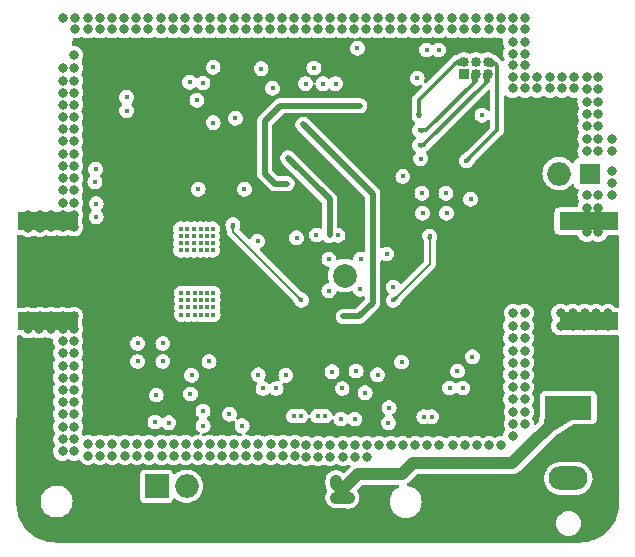
<source format=gbr>
%TF.GenerationSoftware,KiCad,Pcbnew,7.0.2*%
%TF.CreationDate,2023-10-26T15:36:34+02:00*%
%TF.ProjectId,Gnerator_poprawiony,476e6572-6174-46f7-925f-706f70726177,rev?*%
%TF.SameCoordinates,Original*%
%TF.FileFunction,Copper,L4,Bot*%
%TF.FilePolarity,Positive*%
%FSLAX46Y46*%
G04 Gerber Fmt 4.6, Leading zero omitted, Abs format (unit mm)*
G04 Created by KiCad (PCBNEW 7.0.2) date 2023-10-26 15:36:34*
%MOMM*%
%LPD*%
G01*
G04 APERTURE LIST*
%TA.AperFunction,SMDPad,CuDef*%
%ADD10R,5.080000X1.500000*%
%TD*%
%TA.AperFunction,ComponentPad*%
%ADD11R,1.800000X1.800000*%
%TD*%
%TA.AperFunction,ComponentPad*%
%ADD12O,2.000000X2.000000*%
%TD*%
%TA.AperFunction,SMDPad,CuDef*%
%ADD13R,5.000000X1.500000*%
%TD*%
%TA.AperFunction,ComponentPad*%
%ADD14R,0.850000X0.850000*%
%TD*%
%TA.AperFunction,ComponentPad*%
%ADD15O,0.850000X0.850000*%
%TD*%
%TA.AperFunction,ComponentPad*%
%ADD16R,2.000000X2.000000*%
%TD*%
%TA.AperFunction,ComponentPad*%
%ADD17O,3.300000X2.000000*%
%TD*%
%TA.AperFunction,ComponentPad*%
%ADD18R,4.000000X2.000000*%
%TD*%
%TA.AperFunction,ViaPad*%
%ADD19C,0.450000*%
%TD*%
%TA.AperFunction,ViaPad*%
%ADD20C,0.800000*%
%TD*%
%TA.AperFunction,ViaPad*%
%ADD21C,2.000000*%
%TD*%
%TA.AperFunction,Conductor*%
%ADD22C,0.200000*%
%TD*%
%TA.AperFunction,Conductor*%
%ADD23C,0.500000*%
%TD*%
%TA.AperFunction,Conductor*%
%ADD24C,1.000000*%
%TD*%
%TA.AperFunction,Conductor*%
%ADD25C,0.349250*%
%TD*%
G04 APERTURE END LIST*
D10*
%TO.P,J2,2,Ext*%
%TO.N,GND*%
X103936800Y-62250000D03*
X103936800Y-53750000D03*
%TD*%
D11*
%TO.P,D1,1,K*%
%TO.N,GND*%
X149833800Y-49733200D03*
D12*
%TO.P,D1,2,A*%
%TO.N,Net-(D1-A)*%
X147243000Y-49733200D03*
%TD*%
D13*
%TO.P,J1,2,Ext*%
%TO.N,GND*%
X149758400Y-53758200D03*
X149758400Y-62241800D03*
%TD*%
D14*
%TO.P,J3,1,Pin_1*%
%TO.N,Vdd2*%
X139192000Y-41275000D03*
D15*
%TO.P,J3,2,Pin_2*%
%TO.N,Net-(J3-Pin_2)*%
X139192000Y-40275000D03*
%TO.P,J3,3,Pin_3*%
%TO.N,GND*%
X140192000Y-40275000D03*
%TO.P,J3,4,Pin_4*%
%TO.N,Net-(J3-Pin_4)*%
X140192000Y-41275000D03*
%TO.P,J3,5,Pin_5*%
%TO.N,Net-(J3-Pin_5)*%
X141192000Y-41275000D03*
%TO.P,J3,6,Pin_6*%
%TO.N,Net-(J3-Pin_6)*%
X141192000Y-40275000D03*
%TD*%
D16*
%TO.P,D3,1,K*%
%TO.N,GND*%
X113167200Y-76200000D03*
D12*
%TO.P,D3,2,A*%
%TO.N,Net-(D3-A)*%
X115707200Y-76200000D03*
%TD*%
D17*
%TO.P,J4,1*%
%TO.N,GND*%
X148031200Y-75543200D03*
D18*
%TO.P,J4,2*%
%TO.N,+5V*%
X148031200Y-69543200D03*
%TD*%
D19*
%TO.N,GND*%
X117449600Y-61671200D03*
D20*
X111506000Y-72644000D03*
X106172000Y-70104000D03*
X107391200Y-72644000D03*
X117703600Y-73609200D03*
D19*
X110642400Y-43281600D03*
D20*
X140208000Y-37490400D03*
X136093200Y-72745600D03*
X105206800Y-69088000D03*
X106172000Y-52222400D03*
X105206800Y-49072800D03*
X151384000Y-61569600D03*
X125780800Y-37490400D03*
D19*
X138646200Y-66458800D03*
D20*
X106172000Y-42875200D03*
X109423200Y-73609200D03*
X105206800Y-61823600D03*
D19*
X115214400Y-55626000D03*
X117957600Y-60452000D03*
X132855000Y-69557600D03*
X116941600Y-59842400D03*
D20*
X129946400Y-72745600D03*
X126847600Y-73710800D03*
X106172000Y-44958000D03*
D19*
X123304600Y-67932000D03*
D20*
X142290800Y-37490400D03*
X147523200Y-42519600D03*
X144322800Y-63652400D03*
D19*
X120409000Y-71081600D03*
X115824000Y-59842400D03*
D20*
X151688800Y-47853600D03*
D19*
X117906800Y-55016400D03*
D20*
X113588800Y-72644000D03*
D19*
X117398800Y-55626000D03*
X115824000Y-60452000D03*
X107950000Y-50444400D03*
X114211400Y-70827600D03*
D20*
X144373600Y-41554400D03*
D19*
X119837200Y-45059600D03*
X115773200Y-54406800D03*
D20*
X143306800Y-63652400D03*
X143306800Y-42519600D03*
D19*
X124117400Y-66814400D03*
D20*
X137058400Y-37490400D03*
X106172000Y-71170800D03*
X105206800Y-73253600D03*
X131927600Y-37490400D03*
D19*
X128029000Y-66509600D03*
X117449600Y-61061600D03*
X128320800Y-42113200D03*
D20*
X124815600Y-37490400D03*
X150571200Y-44704000D03*
D19*
X117957600Y-59842400D03*
X122021600Y-40843200D03*
D20*
X144322800Y-62636400D03*
D19*
X121716800Y-55473600D03*
D20*
X114554000Y-36525200D03*
X104241600Y-54254400D03*
X149606000Y-46786800D03*
D19*
X147472400Y-53797200D03*
D20*
X140208000Y-36525200D03*
D19*
X116332000Y-54406800D03*
X139103400Y-67881200D03*
D20*
X149606000Y-44704000D03*
X141325600Y-72745600D03*
X118719600Y-72644000D03*
X138226800Y-72745600D03*
D21*
X129082800Y-58369200D03*
D20*
X115570000Y-36525200D03*
X105206800Y-36525200D03*
X136042400Y-36525200D03*
X124866400Y-73609200D03*
D19*
X115265200Y-61671200D03*
D20*
X105206800Y-42875200D03*
X105206800Y-41859200D03*
X127812800Y-36525200D03*
X106172000Y-43891200D03*
D19*
X120599200Y-51054000D03*
D20*
X103276400Y-54305200D03*
X144373600Y-38608000D03*
X144322800Y-61569600D03*
X121716800Y-37490400D03*
X106172000Y-39725600D03*
X123799600Y-37490400D03*
X148539200Y-42519600D03*
X119684800Y-36525200D03*
D19*
X137718800Y-53086000D03*
D20*
X149606000Y-47802800D03*
X110490000Y-72644000D03*
X129946400Y-73710800D03*
D19*
X115265200Y-59842400D03*
D20*
X150368000Y-61569600D03*
X106172000Y-67005200D03*
X105206800Y-70104000D03*
X149402800Y-61569600D03*
X139242800Y-72745600D03*
X126847600Y-72745600D03*
X144373600Y-36525200D03*
D19*
X101701600Y-53746400D03*
D20*
X117703600Y-72644000D03*
X143306800Y-67818000D03*
D19*
X135801400Y-70319600D03*
D20*
X119735600Y-72644000D03*
X105206800Y-67005200D03*
X149606000Y-43637200D03*
D19*
X116382800Y-60452000D03*
D20*
X105206800Y-63906400D03*
X117652800Y-36525200D03*
X143306800Y-36525200D03*
D19*
X116941600Y-61671200D03*
D20*
X144322800Y-68834000D03*
X150571200Y-42570400D03*
D19*
X117449600Y-59842400D03*
D20*
X112522000Y-73609200D03*
D19*
X116890800Y-54406800D03*
D20*
X103225600Y-62890400D03*
X122834400Y-73609200D03*
D19*
X133921800Y-65696800D03*
D20*
X105206800Y-62890400D03*
D19*
X136461800Y-70319600D03*
D20*
X150571200Y-43637200D03*
X105206800Y-51155600D03*
X106172000Y-72186800D03*
X148386800Y-61569600D03*
X109372400Y-36525200D03*
D19*
X126695200Y-54931300D03*
D20*
X145389600Y-41554400D03*
X151688800Y-49479200D03*
X151688800Y-51562000D03*
X149352000Y-62636400D03*
X111455200Y-36525200D03*
X110439200Y-37490400D03*
X142290800Y-36525200D03*
D19*
X116890800Y-55626000D03*
D20*
X116636800Y-37490400D03*
D19*
X132804200Y-70827600D03*
X151892000Y-53746400D03*
X127254000Y-42113200D03*
D20*
X133959600Y-36525200D03*
X106172000Y-46990000D03*
X108356400Y-36525200D03*
X123850400Y-72644000D03*
X116636800Y-36525200D03*
D19*
X137985800Y-67881200D03*
D20*
X111455200Y-37490400D03*
X102260400Y-62890400D03*
D19*
X115773200Y-55626000D03*
X117957600Y-61061600D03*
D20*
X149606000Y-51562000D03*
D19*
X130061000Y-66458800D03*
X115824000Y-61671200D03*
D20*
X109372400Y-37490400D03*
X108407200Y-73609200D03*
X138176000Y-37490400D03*
X126796800Y-37490400D03*
X135026400Y-36525200D03*
X146456400Y-41554400D03*
D19*
X135686800Y-53086000D03*
D20*
X143357600Y-69900800D03*
X105206800Y-40792400D03*
X105206800Y-68021200D03*
X122783600Y-36525200D03*
D19*
X115265200Y-60452000D03*
D20*
X102311200Y-54305200D03*
X128930400Y-72745600D03*
X143306800Y-64719200D03*
X104241600Y-62890400D03*
X137109200Y-72745600D03*
X114554000Y-37490400D03*
X151688800Y-50495200D03*
X136042400Y-37490400D03*
X130962400Y-72745600D03*
X144322800Y-70916800D03*
X106172000Y-65989200D03*
X130962400Y-73710800D03*
X148539200Y-41554400D03*
X151688800Y-46837600D03*
X117652800Y-37490400D03*
D19*
X117449600Y-60452000D03*
X116382800Y-61671200D03*
D20*
X111506000Y-73609200D03*
X105206800Y-48056800D03*
X143357600Y-70916800D03*
D19*
X113043000Y-70776800D03*
X110642400Y-44399200D03*
X117906800Y-54406800D03*
D20*
X112471200Y-36525200D03*
X138176000Y-36525200D03*
D19*
X121780600Y-66763600D03*
D20*
X105206800Y-50139600D03*
X105206800Y-65989200D03*
X110490000Y-73609200D03*
D19*
X140716000Y-44805600D03*
D20*
X118668800Y-36525200D03*
D19*
X115265200Y-61061600D03*
D20*
X107340400Y-37490400D03*
D19*
X117957600Y-61671200D03*
D20*
X105206800Y-54254400D03*
X143306800Y-39573200D03*
X114604800Y-72644000D03*
X106273600Y-36525200D03*
X120700800Y-37490400D03*
X119735600Y-73609200D03*
X106172000Y-48056800D03*
X113538000Y-37490400D03*
X149606000Y-45720000D03*
X127812800Y-37490400D03*
X125831600Y-72745600D03*
X144322800Y-66802000D03*
X114604800Y-73609200D03*
X105206800Y-43891200D03*
X143357600Y-61569600D03*
X143306800Y-65735200D03*
D19*
X116586000Y-43535600D03*
D20*
X121716800Y-36525200D03*
D19*
X115773200Y-56235600D03*
D20*
X144322800Y-69900800D03*
X132994400Y-72745600D03*
D19*
X108051600Y-52273200D03*
D20*
X102311200Y-53238400D03*
X150571200Y-45720000D03*
D19*
X115214400Y-56235600D03*
X117957600Y-45415200D03*
D20*
X150368000Y-62636400D03*
X113538000Y-36525200D03*
X106172000Y-73253600D03*
X112522000Y-72644000D03*
X109423200Y-72644000D03*
X150571200Y-54711600D03*
D19*
X117398800Y-56235600D03*
D20*
X150571200Y-53644800D03*
D19*
X122187000Y-67932000D03*
D20*
X121767600Y-73609200D03*
X104241600Y-53238400D03*
X108407200Y-72644000D03*
X106273600Y-37490400D03*
X143306800Y-41554400D03*
X105206800Y-44958000D03*
D19*
X116382800Y-61061600D03*
D20*
X107391200Y-73609200D03*
X123799600Y-36525200D03*
X106172000Y-62890400D03*
X134010400Y-72745600D03*
D19*
X108000800Y-49377600D03*
D20*
X150571200Y-41554400D03*
X128879600Y-37490400D03*
X143306800Y-38608000D03*
X104241600Y-61823600D03*
X105206800Y-46990000D03*
D19*
X117107000Y-71081600D03*
X116382800Y-59842400D03*
D20*
X143306800Y-40538400D03*
X121767600Y-72644000D03*
D19*
X111569800Y-64122000D03*
D20*
X105206800Y-64922400D03*
X144322800Y-65735200D03*
D19*
X117398800Y-55016400D03*
X115976400Y-42011600D03*
X130454400Y-56997600D03*
X127762000Y-59639200D03*
X115824000Y-61061600D03*
X115773200Y-55016400D03*
X130403600Y-59537600D03*
D20*
X124815600Y-36525200D03*
X144322800Y-67818000D03*
X106172000Y-50139600D03*
D19*
X116332000Y-55626000D03*
D20*
X144373600Y-42519600D03*
X108356400Y-37490400D03*
X145389600Y-42519600D03*
D19*
X116941600Y-61061600D03*
D20*
X128930400Y-73710800D03*
X141274800Y-37490400D03*
X115620800Y-73609200D03*
D19*
X117398800Y-54406800D03*
D20*
X106172000Y-64922400D03*
X107340400Y-36525200D03*
X146456400Y-42519600D03*
X135026400Y-37490400D03*
X142341600Y-72745600D03*
X106172000Y-41859200D03*
X144322800Y-64719200D03*
D19*
X126492000Y-40792400D03*
D20*
X144373600Y-37490400D03*
X119684800Y-37490400D03*
X129895600Y-37490400D03*
X118668800Y-37490400D03*
D19*
X116890800Y-56235600D03*
D20*
X103276400Y-61823600D03*
D19*
X119342200Y-70116400D03*
X115214400Y-55016400D03*
X129959400Y-70522800D03*
D20*
X112471200Y-37490400D03*
X122834400Y-72644000D03*
X115570000Y-37490400D03*
X147523200Y-41554400D03*
X113588800Y-73609200D03*
X105206800Y-72186800D03*
X127863600Y-72745600D03*
X110439200Y-36525200D03*
X137058400Y-36525200D03*
X105206800Y-45974000D03*
X149606000Y-54711600D03*
X147370800Y-61569600D03*
X115620800Y-72644000D03*
D19*
X127762000Y-56997600D03*
D20*
X141274800Y-36525200D03*
X143306800Y-71932800D03*
X129895600Y-36525200D03*
X131978400Y-72745600D03*
X125780800Y-36525200D03*
X140258800Y-72745600D03*
X151384000Y-62636400D03*
D19*
X117094000Y-42062400D03*
D20*
X144373600Y-40538400D03*
X123850400Y-73609200D03*
X143306800Y-68834000D03*
X150571200Y-52628800D03*
D19*
X116941600Y-60452000D03*
D20*
X128879600Y-36525200D03*
D19*
X115214400Y-54406800D03*
X116332000Y-56235600D03*
D20*
X106172000Y-68021200D03*
X116687600Y-73609200D03*
X120751600Y-73609200D03*
X148386800Y-62636400D03*
X149606000Y-53644800D03*
X120751600Y-72644000D03*
D19*
X128791000Y-70522800D03*
D20*
X149606000Y-52628800D03*
X144373600Y-39573200D03*
X105206800Y-71170800D03*
X102260400Y-61823600D03*
X124866400Y-72644000D03*
X132943600Y-36525200D03*
X130911600Y-37490400D03*
X150571200Y-51562000D03*
D19*
X116890800Y-55016400D03*
D20*
X150571200Y-46786800D03*
D19*
X130175000Y-39116000D03*
D20*
X118719600Y-73609200D03*
D19*
X116332000Y-55016400D03*
D20*
X143306800Y-66751200D03*
X105206800Y-52222400D03*
D19*
X139916200Y-65239600D03*
X127419400Y-70268800D03*
D20*
X122783600Y-37490400D03*
D19*
X125387400Y-70268800D03*
D20*
X127863600Y-73710800D03*
X106172000Y-63906400D03*
D19*
X113703400Y-64122000D03*
D20*
X106172000Y-45974000D03*
X139192000Y-37490400D03*
X116687600Y-72644000D03*
X133959600Y-37490400D03*
X135077200Y-72745600D03*
X143306800Y-37490400D03*
X150571200Y-47802800D03*
X126796800Y-36525200D03*
X130911600Y-36525200D03*
X143306800Y-62636400D03*
X132943600Y-37490400D03*
X106172000Y-69088000D03*
D19*
X117107000Y-69862400D03*
D20*
X125831600Y-73710800D03*
D19*
X108051600Y-53390800D03*
D20*
X147370800Y-62636400D03*
D19*
X126809800Y-70268800D03*
D20*
X106172000Y-53238400D03*
D19*
X137058400Y-39268400D03*
D20*
X139192000Y-36525200D03*
X105206800Y-53238400D03*
X106172000Y-40792400D03*
X103276400Y-53238400D03*
D19*
X117906800Y-55626000D03*
D20*
X120700800Y-36525200D03*
X149606000Y-41554400D03*
D19*
X117957600Y-40741600D03*
D20*
X131927600Y-36525200D03*
X149606000Y-42570400D03*
D19*
X136042400Y-39268400D03*
D20*
X106172000Y-61823600D03*
D19*
X124777800Y-70268800D03*
D20*
X106172000Y-51155600D03*
X106172000Y-54254400D03*
D19*
X117906800Y-56235600D03*
D20*
X106172000Y-49072800D03*
D19*
%TO.N,Net-(C11-Pad1)*%
X125425200Y-60452000D03*
X119634000Y-54051200D03*
%TO.N,Net-(U2-CPout)*%
X124307600Y-48412400D03*
X127812800Y-54965600D03*
%TO.N,Net-(U2-VTUNE)*%
X128981200Y-61823600D03*
X125577600Y-45567600D03*
%TO.N,5V*%
X139103400Y-70573600D03*
X133820200Y-70827600D03*
X137935000Y-70573600D03*
X122986800Y-39065200D03*
X121107200Y-39014400D03*
X107950000Y-43230800D03*
D20*
X124830800Y-75692000D03*
D19*
X131889800Y-69557600D03*
D20*
X126050000Y-77266800D03*
D19*
X107950000Y-47396400D03*
X115938600Y-71030800D03*
X123304600Y-70726000D03*
X132130800Y-40081200D03*
X128473200Y-39420800D03*
X134061200Y-40081200D03*
X116027200Y-39217600D03*
X117144800Y-39217600D03*
X132181600Y-38912800D03*
X107950000Y-44297600D03*
X134061200Y-38963600D03*
X122986800Y-40132000D03*
X121107200Y-40182800D03*
X118275400Y-71081600D03*
X127254000Y-39420800D03*
X133820200Y-69557600D03*
D20*
X126050000Y-75742800D03*
D19*
X131889800Y-70827600D03*
X108000800Y-46278800D03*
D20*
X124830800Y-77317600D03*
D19*
X115938600Y-69913200D03*
X122136200Y-70675200D03*
%TO.N,Vdd1*%
X130823000Y-68287600D03*
X128892600Y-67932000D03*
X131889800Y-66763600D03*
%TO.N,Vdd2*%
X135229600Y-41656000D03*
X133197600Y-59334400D03*
X124206000Y-50596800D03*
X123190000Y-50596800D03*
X137668000Y-51409600D03*
X132638800Y-56540400D03*
X139750800Y-51917600D03*
X135534400Y-48463200D03*
X134018000Y-49979600D03*
X135636000Y-51409600D03*
X130352800Y-43992800D03*
%TO.N,Vdd3*%
X113144600Y-68490800D03*
X113703400Y-65646000D03*
X117615000Y-65646000D03*
X111569800Y-65646000D03*
X116040200Y-68389200D03*
X116141800Y-66814400D03*
%TO.N,Vdd4*%
X125018800Y-55168800D03*
X125780800Y-42113200D03*
X122986800Y-42519600D03*
X128524000Y-54965600D03*
X116687600Y-51054000D03*
%TO.N,+5V*%
X129438400Y-75742800D03*
X128371600Y-75742800D03*
X128879600Y-76555600D03*
X128371600Y-77165200D03*
X129438400Y-77216000D03*
%TO.N,Net-(J3-Pin_2)*%
X135382000Y-44856400D03*
%TO.N,Net-(J3-Pin_4)*%
X135432800Y-46075600D03*
%TO.N,Net-(J3-Pin_5)*%
X135432800Y-47345600D03*
%TO.N,Net-(J3-Pin_6)*%
X139395200Y-48666400D03*
%TO.N,Net-(U2-PDB_RF)*%
X133197600Y-60452000D03*
X136296400Y-55016400D03*
%TD*%
D22*
%TO.N,Net-(C11-Pad1)*%
X119634000Y-54660800D02*
X119634000Y-54051200D01*
X125425200Y-60452000D02*
X119634000Y-54660800D01*
D23*
%TO.N,Net-(U2-CPout)*%
X127812800Y-51917600D02*
X127812800Y-54965600D01*
X124307600Y-48412400D02*
X127812800Y-51917600D01*
%TO.N,Net-(U2-VTUNE)*%
X125577600Y-45567600D02*
X131470400Y-51460400D01*
X131470400Y-60655200D02*
X130302000Y-61823600D01*
X131470400Y-51460400D02*
X131470400Y-60655200D01*
X130302000Y-61823600D02*
X128981200Y-61823600D01*
%TO.N,5V*%
X121158000Y-40132000D02*
X121107200Y-40182800D01*
X121158000Y-39065200D02*
X121107200Y-39014400D01*
%TO.N,Vdd2*%
X123190000Y-50596800D02*
X124206000Y-50596800D01*
X123647200Y-43992800D02*
X130352800Y-43992800D01*
X122326400Y-49733200D02*
X122326400Y-45313600D01*
X122326400Y-45313600D02*
X123647200Y-43992800D01*
X123190000Y-50596800D02*
X122326400Y-49733200D01*
D24*
%TO.N,+5V*%
X143304800Y-74269600D02*
X148031200Y-69543200D01*
X128371600Y-77165200D02*
X129387600Y-77165200D01*
X129387600Y-77165200D02*
X129438400Y-77216000D01*
X134874000Y-74269600D02*
X143304800Y-74269600D01*
X130251200Y-75184000D02*
X133959600Y-75184000D01*
X128371600Y-75742800D02*
X128371600Y-76047600D01*
X128879600Y-76555600D02*
X130251200Y-75184000D01*
X128371600Y-76047600D02*
X128879600Y-76555600D01*
X133959600Y-75184000D02*
X134874000Y-74269600D01*
D25*
%TO.N,Net-(J3-Pin_2)*%
X135382000Y-44856400D02*
X135382000Y-43485750D01*
X135382000Y-43485750D02*
X138592750Y-40275000D01*
X138592750Y-40275000D02*
X139192000Y-40275000D01*
%TO.N,Net-(J3-Pin_4)*%
X135432800Y-46075600D02*
X135992440Y-46075600D01*
X140192000Y-41876040D02*
X140192000Y-41275000D01*
X135992440Y-46075600D02*
X140192000Y-41876040D01*
%TO.N,Net-(J3-Pin_5)*%
X135722440Y-47345600D02*
X141192000Y-41876040D01*
X135432800Y-47345600D02*
X135722440Y-47345600D01*
X141192000Y-41876040D02*
X141192000Y-41275000D01*
%TO.N,Net-(J3-Pin_6)*%
X139395200Y-48666400D02*
X141991625Y-46069975D01*
X141671800Y-40275000D02*
X141192000Y-40275000D01*
X141991625Y-40594825D02*
X141671800Y-40275000D01*
X141991625Y-46069975D02*
X141991625Y-40594825D01*
D22*
%TO.N,Net-(U2-PDB_RF)*%
X133197600Y-60452000D02*
X133248400Y-60452000D01*
X133248400Y-60452000D02*
X136296400Y-57404000D01*
X136296400Y-57404000D02*
X136296400Y-55016400D01*
%TD*%
%TA.AperFunction,Conductor*%
%TO.N,Net-(J3-Pin_4)*%
G36*
X140194872Y-41275195D02*
G01*
X140544521Y-41420916D01*
X140572119Y-41432418D01*
X140578437Y-41438764D01*
X140578418Y-41447719D01*
X140577636Y-41449262D01*
X140147159Y-42162760D01*
X140139951Y-42168074D01*
X140131097Y-42166734D01*
X140128868Y-42164989D01*
X139895020Y-41931141D01*
X139891804Y-41925076D01*
X139817710Y-41539136D01*
X139817500Y-41536930D01*
X139817500Y-41286596D01*
X139820927Y-41278323D01*
X139829179Y-41274896D01*
X140190359Y-41274296D01*
X140194872Y-41275195D01*
G37*
%TD.AperFunction*%
%TD*%
%TA.AperFunction,Conductor*%
%TO.N,+5V*%
G36*
X148030721Y-69546412D02*
G01*
X148035922Y-69552210D01*
X148441564Y-70533884D01*
X148441557Y-70542839D01*
X148436771Y-70548385D01*
X146685480Y-71599160D01*
X146676622Y-71600478D01*
X146671187Y-71597400D01*
X145974355Y-70900568D01*
X145970928Y-70892295D01*
X145970962Y-70891399D01*
X146030565Y-70137020D01*
X146034632Y-70129046D01*
X146038933Y-70126719D01*
X148021819Y-69545450D01*
X148030721Y-69546412D01*
G37*
%TD.AperFunction*%
%TD*%
%TA.AperFunction,Conductor*%
%TO.N,Net-(J3-Pin_4)*%
G36*
X135445744Y-45852049D02*
G01*
X135872402Y-45899811D01*
X135880242Y-45904137D01*
X135882800Y-45911438D01*
X135882800Y-46239761D01*
X135879373Y-46248034D01*
X135872402Y-46251388D01*
X135445744Y-46299150D01*
X135437141Y-46296665D01*
X135432815Y-46288825D01*
X135432742Y-46287575D01*
X135431800Y-46075600D01*
X135432742Y-45863624D01*
X135436206Y-45855366D01*
X135444494Y-45851976D01*
X135445744Y-45852049D01*
G37*
%TD.AperFunction*%
%TD*%
%TA.AperFunction,Conductor*%
%TO.N,Net-(U2-PDB_RF)*%
G36*
X133471020Y-60099129D02*
G01*
X133600084Y-60228193D01*
X133603511Y-60236466D01*
X133601557Y-60242940D01*
X133410778Y-60530117D01*
X133403345Y-60535112D01*
X133396599Y-60534471D01*
X133201430Y-60454564D01*
X133195072Y-60448258D01*
X133195035Y-60448169D01*
X133115868Y-60254805D01*
X133115905Y-60245852D01*
X133122114Y-60239609D01*
X133458167Y-60096635D01*
X133467121Y-60096550D01*
X133471020Y-60099129D01*
G37*
%TD.AperFunction*%
%TD*%
%TA.AperFunction,Conductor*%
%TO.N,Net-(U2-PDB_RF)*%
G36*
X136494594Y-55098448D02*
G01*
X136500900Y-55104806D01*
X136501290Y-55112564D01*
X136398883Y-55458025D01*
X136393246Y-55464983D01*
X136387665Y-55466400D01*
X136205135Y-55466400D01*
X136196862Y-55462973D01*
X136193917Y-55458025D01*
X136091509Y-55112564D01*
X136092444Y-55103658D01*
X136098203Y-55098449D01*
X136291880Y-55017293D01*
X136300831Y-55017257D01*
X136494594Y-55098448D01*
G37*
%TD.AperFunction*%
%TD*%
%TA.AperFunction,Conductor*%
%TO.N,Net-(C11-Pad1)*%
G36*
X125185389Y-60067257D02*
G01*
X125502082Y-60239122D01*
X125507717Y-60246079D01*
X125507328Y-60253837D01*
X125427764Y-60448169D01*
X125421458Y-60454527D01*
X125421369Y-60454564D01*
X125227037Y-60534128D01*
X125218082Y-60534091D01*
X125212322Y-60528882D01*
X125040457Y-60212189D01*
X125039524Y-60203284D01*
X125042466Y-60198338D01*
X125171537Y-60069267D01*
X125179809Y-60065841D01*
X125185389Y-60067257D01*
G37*
%TD.AperFunction*%
%TD*%
%TA.AperFunction,Conductor*%
%TO.N,Net-(J3-Pin_6)*%
G36*
X141500651Y-39980800D02*
G01*
X141873848Y-40270889D01*
X142046581Y-40405155D01*
X142051010Y-40412938D01*
X142048639Y-40421573D01*
X142047674Y-40422666D01*
X141813211Y-40657129D01*
X141805689Y-40660532D01*
X141416520Y-40685560D01*
X141412969Y-40685244D01*
X141267949Y-40649500D01*
X141203597Y-40649500D01*
X141195324Y-40646073D01*
X141191897Y-40637819D01*
X141191301Y-40279167D01*
X141194714Y-40270889D01*
X141194747Y-40270855D01*
X141485220Y-39981744D01*
X141493499Y-39978339D01*
X141500651Y-39980800D01*
G37*
%TD.AperFunction*%
%TD*%
%TA.AperFunction,Conductor*%
%TO.N,Net-(J3-Pin_6)*%
G36*
X139597317Y-48232122D02*
G01*
X139829477Y-48464282D01*
X139832904Y-48472555D01*
X139830346Y-48479856D01*
X139562426Y-48815321D01*
X139554586Y-48819647D01*
X139545983Y-48817162D01*
X139545048Y-48816330D01*
X139394493Y-48667107D01*
X139245269Y-48516551D01*
X139241879Y-48508263D01*
X139245343Y-48500005D01*
X139246278Y-48499173D01*
X139280701Y-48471681D01*
X139581744Y-48231252D01*
X139590346Y-48228768D01*
X139597317Y-48232122D01*
G37*
%TD.AperFunction*%
%TD*%
%TA.AperFunction,Conductor*%
%TO.N,Net-(J3-Pin_5)*%
G36*
X141194872Y-41275195D02*
G01*
X141544521Y-41420916D01*
X141572119Y-41432418D01*
X141578437Y-41438764D01*
X141578418Y-41447719D01*
X141577636Y-41449262D01*
X141147159Y-42162760D01*
X141139951Y-42168074D01*
X141131097Y-42166734D01*
X141128868Y-42164989D01*
X140895020Y-41931141D01*
X140891804Y-41925076D01*
X140799207Y-41442759D01*
X140799757Y-41436410D01*
X140803785Y-41425791D01*
X140820858Y-41285177D01*
X140825256Y-41277380D01*
X140832449Y-41274891D01*
X141190359Y-41274296D01*
X141194872Y-41275195D01*
G37*
%TD.AperFunction*%
%TD*%
%TA.AperFunction,Conductor*%
%TO.N,Net-(C11-Pad1)*%
G36*
X119832194Y-54133248D02*
G01*
X119838500Y-54139606D01*
X119838890Y-54147364D01*
X119736483Y-54492825D01*
X119730846Y-54499783D01*
X119725265Y-54501200D01*
X119542735Y-54501200D01*
X119534462Y-54497773D01*
X119531517Y-54492825D01*
X119429109Y-54147364D01*
X119430044Y-54138458D01*
X119435803Y-54133249D01*
X119629480Y-54052093D01*
X119638431Y-54052057D01*
X119832194Y-54133248D01*
G37*
%TD.AperFunction*%
%TD*%
%TA.AperFunction,Conductor*%
%TO.N,Net-(J3-Pin_5)*%
G36*
X135715630Y-47112020D02*
G01*
X135715988Y-47112364D01*
X135947314Y-47343690D01*
X135950741Y-47351963D01*
X135947314Y-47360236D01*
X135943834Y-47362636D01*
X135529850Y-47548556D01*
X135520899Y-47548819D01*
X135514384Y-47542676D01*
X135514266Y-47542405D01*
X135438935Y-47362636D01*
X135433008Y-47348492D01*
X135432100Y-47343934D01*
X135432101Y-47343690D01*
X135432764Y-47131774D01*
X135436217Y-47123515D01*
X135443965Y-47120125D01*
X135707219Y-47108948D01*
X135715630Y-47112020D01*
G37*
%TD.AperFunction*%
%TD*%
%TA.AperFunction,Conductor*%
%TO.N,5V*%
G36*
X137683172Y-38126144D02*
G01*
X137715775Y-38146629D01*
X137826478Y-38216189D01*
X137996745Y-38275768D01*
X138176000Y-38295965D01*
X138355255Y-38275768D01*
X138525522Y-38216189D01*
X138618029Y-38158062D01*
X138685264Y-38139063D01*
X138749970Y-38158062D01*
X138842478Y-38216189D01*
X139012745Y-38275768D01*
X139147186Y-38290915D01*
X139191999Y-38295965D01*
X139191999Y-38295964D01*
X139192000Y-38295965D01*
X139371255Y-38275768D01*
X139541522Y-38216189D01*
X139634029Y-38158062D01*
X139701264Y-38139063D01*
X139765970Y-38158062D01*
X139858478Y-38216189D01*
X140028745Y-38275768D01*
X140208000Y-38295965D01*
X140387255Y-38275768D01*
X140557522Y-38216189D01*
X140675429Y-38142102D01*
X140742664Y-38123103D01*
X140807369Y-38142102D01*
X140925278Y-38216189D01*
X141095545Y-38275768D01*
X141274800Y-38295965D01*
X141454055Y-38275768D01*
X141624322Y-38216189D01*
X141716829Y-38158062D01*
X141784064Y-38139063D01*
X141848770Y-38158062D01*
X141941278Y-38216189D01*
X142111545Y-38275768D01*
X142245986Y-38290915D01*
X142290799Y-38295965D01*
X142290799Y-38295964D01*
X142290800Y-38295965D01*
X142385036Y-38285347D01*
X142453857Y-38297401D01*
X142505237Y-38344750D01*
X142522862Y-38412360D01*
X142522140Y-38422450D01*
X142501234Y-38607999D01*
X142521431Y-38787251D01*
X142521431Y-38787253D01*
X142521432Y-38787255D01*
X142581011Y-38957522D01*
X142623176Y-39024627D01*
X142642176Y-39091864D01*
X142623177Y-39156570D01*
X142581011Y-39223677D01*
X142521431Y-39393948D01*
X142501234Y-39573200D01*
X142521431Y-39752451D01*
X142521431Y-39752453D01*
X142521432Y-39752455D01*
X142581011Y-39922722D01*
X142581012Y-39922724D01*
X142581013Y-39922726D01*
X142623176Y-39989829D01*
X142642176Y-40057066D01*
X142623176Y-40121772D01*
X142596642Y-40164001D01*
X142544308Y-40210292D01*
X142475254Y-40220941D01*
X142415059Y-40194189D01*
X142414761Y-40194579D01*
X142413144Y-40193338D01*
X142411406Y-40192566D01*
X142409424Y-40190484D01*
X142378088Y-40166439D01*
X142365893Y-40155744D01*
X142301203Y-40091054D01*
X142298407Y-40088166D01*
X142292703Y-40082080D01*
X142288662Y-40078513D01*
X142110883Y-39900734D01*
X142100189Y-39888540D01*
X142081986Y-39864818D01*
X142081984Y-39864817D01*
X142081984Y-39864816D01*
X141961844Y-39772629D01*
X141831146Y-39718492D01*
X141802499Y-39701833D01*
X141758664Y-39667760D01*
X141751650Y-39661236D01*
X141747411Y-39658156D01*
X141747410Y-39658155D01*
X141643849Y-39582913D01*
X141607023Y-39556157D01*
X141448496Y-39485576D01*
X141278766Y-39449500D01*
X141278764Y-39449500D01*
X141105236Y-39449500D01*
X141105234Y-39449500D01*
X140935501Y-39485577D01*
X140776975Y-39556158D01*
X140764882Y-39564944D01*
X140699075Y-39588422D01*
X140631022Y-39572595D01*
X140619113Y-39564941D01*
X140607024Y-39556157D01*
X140448496Y-39485576D01*
X140278766Y-39449500D01*
X140278764Y-39449500D01*
X140105236Y-39449500D01*
X140105234Y-39449500D01*
X139935501Y-39485577D01*
X139776975Y-39556158D01*
X139764882Y-39564944D01*
X139699075Y-39588422D01*
X139631022Y-39572595D01*
X139619113Y-39564941D01*
X139607024Y-39556157D01*
X139448496Y-39485576D01*
X139278766Y-39449500D01*
X139278764Y-39449500D01*
X139105236Y-39449500D01*
X139105234Y-39449500D01*
X138935501Y-39485577D01*
X138776978Y-39556156D01*
X138740149Y-39582913D01*
X138731492Y-39588664D01*
X138568061Y-39687619D01*
X138520023Y-39704486D01*
X138442611Y-39714678D01*
X138302705Y-39772629D01*
X138182563Y-39864817D01*
X138164360Y-39888539D01*
X138153668Y-39900731D01*
X138013276Y-40041123D01*
X138011422Y-40042939D01*
X137986578Y-40066763D01*
X137982632Y-40071767D01*
X136001661Y-42052738D01*
X135940338Y-42086223D01*
X135870646Y-42081239D01*
X135814713Y-42039367D01*
X135790296Y-41973903D01*
X135798037Y-41921089D01*
X135841385Y-41806791D01*
X135859694Y-41656000D01*
X135841385Y-41505209D01*
X135798364Y-41391771D01*
X135787521Y-41363180D01*
X135701231Y-41238168D01*
X135587536Y-41137444D01*
X135453032Y-41066851D01*
X135353790Y-41042390D01*
X135305549Y-41030500D01*
X135153651Y-41030500D01*
X135117300Y-41039459D01*
X135006167Y-41066851D01*
X134871663Y-41137444D01*
X134757968Y-41238168D01*
X134671678Y-41363180D01*
X134617815Y-41505208D01*
X134599505Y-41656000D01*
X134617815Y-41806791D01*
X134671678Y-41948819D01*
X134757968Y-42073831D01*
X134871663Y-42174555D01*
X134871664Y-42174555D01*
X134871666Y-42174557D01*
X135006166Y-42245148D01*
X135153651Y-42281500D01*
X135153652Y-42281500D01*
X135305548Y-42281500D01*
X135305549Y-42281500D01*
X135453034Y-42245148D01*
X135481303Y-42230310D01*
X135549811Y-42216585D01*
X135614865Y-42242077D01*
X135655810Y-42298692D01*
X135659646Y-42368457D01*
X135626611Y-42427788D01*
X135007731Y-43046668D01*
X134995539Y-43057360D01*
X134971817Y-43075563D01*
X134915149Y-43149416D01*
X134879628Y-43195706D01*
X134821678Y-43335611D01*
X134801911Y-43485749D01*
X134805814Y-43515388D01*
X134806875Y-43531574D01*
X134806875Y-44341682D01*
X134804134Y-44361968D01*
X134804313Y-44361988D01*
X134755466Y-44798343D01*
X134755312Y-44800012D01*
X134753677Y-44819357D01*
X134753676Y-44819371D01*
X134753639Y-44819814D01*
X134753566Y-44821064D01*
X134753582Y-44823126D01*
X134753582Y-44823135D01*
X134753663Y-44833422D01*
X134752764Y-44849328D01*
X134751906Y-44856400D01*
X134751906Y-44856401D01*
X134753135Y-44866523D01*
X134753655Y-44874587D01*
X134755104Y-44882745D01*
X134770215Y-45007191D01*
X134824078Y-45149219D01*
X134910368Y-45274231D01*
X135024066Y-45374957D01*
X135025968Y-45375956D01*
X135034377Y-45384092D01*
X135035336Y-45384942D01*
X135035298Y-45384984D01*
X135076181Y-45424541D01*
X135092155Y-45492560D01*
X135068820Y-45558417D01*
X135050569Y-45578567D01*
X134961168Y-45657768D01*
X134874878Y-45782780D01*
X134821015Y-45924808D01*
X134802705Y-46075599D01*
X134821015Y-46226391D01*
X134874878Y-46368419D01*
X134961168Y-46493431D01*
X135074864Y-46594156D01*
X135087530Y-46600804D01*
X135137742Y-46649389D01*
X135153716Y-46717408D01*
X135130380Y-46783266D01*
X135087530Y-46820396D01*
X135074864Y-46827043D01*
X134961168Y-46927768D01*
X134874878Y-47052780D01*
X134821015Y-47194808D01*
X134802705Y-47345600D01*
X134821015Y-47496391D01*
X134874878Y-47638419D01*
X134961166Y-47763428D01*
X134961167Y-47763429D01*
X134961168Y-47763430D01*
X135066323Y-47856589D01*
X135103450Y-47915778D01*
X135102682Y-47985643D01*
X135066327Y-48042216D01*
X135062769Y-48045367D01*
X134976478Y-48170380D01*
X134922615Y-48312408D01*
X134904305Y-48463200D01*
X134922615Y-48613991D01*
X134976478Y-48756019D01*
X135062768Y-48881031D01*
X135176463Y-48981755D01*
X135176464Y-48981755D01*
X135176466Y-48981757D01*
X135310966Y-49052348D01*
X135458451Y-49088700D01*
X135458452Y-49088700D01*
X135610348Y-49088700D01*
X135610349Y-49088700D01*
X135757834Y-49052348D01*
X135892334Y-48981757D01*
X136006032Y-48881030D01*
X136092321Y-48756019D01*
X136146185Y-48613991D01*
X136164494Y-48463200D01*
X136146185Y-48312409D01*
X136102539Y-48197324D01*
X138975487Y-48197324D01*
X138975783Y-48197074D01*
X138976032Y-48196844D01*
X138975487Y-48197324D01*
X136102539Y-48197324D01*
X136102018Y-48195950D01*
X136092321Y-48170380D01*
X136046844Y-48104497D01*
X136006032Y-48045370D01*
X136006029Y-48045367D01*
X136002142Y-48041923D01*
X135965016Y-47982734D01*
X135965784Y-47912868D01*
X136004203Y-47854509D01*
X136008884Y-47850733D01*
X136071352Y-47802800D01*
X136071353Y-47802799D01*
X136132624Y-47755784D01*
X136150827Y-47732060D01*
X136161513Y-47719874D01*
X141204821Y-42676566D01*
X141266142Y-42643083D01*
X141335834Y-42648067D01*
X141391767Y-42689939D01*
X141416184Y-42755403D01*
X141416500Y-42764249D01*
X141416500Y-44321412D01*
X141396815Y-44388451D01*
X141344011Y-44434206D01*
X141274853Y-44444150D01*
X141211297Y-44415125D01*
X141190451Y-44391854D01*
X141187631Y-44387768D01*
X141073936Y-44287044D01*
X140939432Y-44216451D01*
X140840190Y-44191990D01*
X140791949Y-44180100D01*
X140640051Y-44180100D01*
X140603700Y-44189059D01*
X140492567Y-44216451D01*
X140358063Y-44287044D01*
X140244368Y-44387768D01*
X140158078Y-44512780D01*
X140104215Y-44654808D01*
X140085905Y-44805599D01*
X140104215Y-44956391D01*
X140158078Y-45098419D01*
X140244368Y-45223431D01*
X140358063Y-45324155D01*
X140358064Y-45324155D01*
X140358066Y-45324157D01*
X140492566Y-45394748D01*
X140640051Y-45431100D01*
X140640052Y-45431100D01*
X140791948Y-45431100D01*
X140791949Y-45431100D01*
X140939434Y-45394748D01*
X141073934Y-45324157D01*
X141187632Y-45223430D01*
X141190450Y-45219346D01*
X141244732Y-45175357D01*
X141314180Y-45167697D01*
X141376746Y-45198800D01*
X141412563Y-45258790D01*
X141416500Y-45289787D01*
X141416500Y-45780388D01*
X141396815Y-45847427D01*
X141380181Y-45868069D01*
X139352487Y-47895762D01*
X139336201Y-47908173D01*
X139336313Y-47908313D01*
X138993224Y-48182323D01*
X138991951Y-48183382D01*
X138977062Y-48195950D01*
X138977044Y-48195966D01*
X138976718Y-48196242D01*
X138975783Y-48197074D01*
X138974355Y-48198524D01*
X138974340Y-48198539D01*
X138938469Y-48234981D01*
X138932334Y-48240803D01*
X138923567Y-48248570D01*
X138837278Y-48373580D01*
X138783415Y-48515608D01*
X138765105Y-48666399D01*
X138783415Y-48817191D01*
X138837278Y-48959219D01*
X138923568Y-49084231D01*
X139037263Y-49184955D01*
X139037264Y-49184955D01*
X139037266Y-49184957D01*
X139171766Y-49255548D01*
X139319251Y-49291900D01*
X139319252Y-49291900D01*
X139471148Y-49291900D01*
X139471149Y-49291900D01*
X139618634Y-49255548D01*
X139753134Y-49184957D01*
X139866832Y-49084230D01*
X139867191Y-49083709D01*
X139873614Y-49076354D01*
X139873180Y-49076007D01*
X140147196Y-48732909D01*
X140159352Y-48717332D01*
X140160246Y-48718030D01*
X140169891Y-48705056D01*
X142365904Y-46509044D01*
X142378081Y-46498364D01*
X142401809Y-46480159D01*
X142428183Y-46445789D01*
X142493996Y-46360019D01*
X142551947Y-46220113D01*
X142560749Y-46153255D01*
X142566750Y-46107673D01*
X142566750Y-46107667D01*
X142571712Y-46069975D01*
X142571652Y-46069523D01*
X142567811Y-46040342D01*
X142566750Y-46024157D01*
X142566750Y-43210991D01*
X142586435Y-43143952D01*
X142639239Y-43098197D01*
X142708397Y-43088253D01*
X142771953Y-43117278D01*
X142778431Y-43123310D01*
X142804535Y-43149414D01*
X142804537Y-43149415D01*
X142804538Y-43149416D01*
X142957278Y-43245389D01*
X143127545Y-43304968D01*
X143306800Y-43325165D01*
X143486055Y-43304968D01*
X143656322Y-43245389D01*
X143774229Y-43171302D01*
X143841464Y-43152303D01*
X143906169Y-43171302D01*
X144024078Y-43245389D01*
X144194345Y-43304968D01*
X144303157Y-43317228D01*
X144373599Y-43325165D01*
X144373599Y-43325164D01*
X144373600Y-43325165D01*
X144552855Y-43304968D01*
X144723122Y-43245389D01*
X144815628Y-43187263D01*
X144882863Y-43168263D01*
X144947571Y-43187263D01*
X145040078Y-43245389D01*
X145210345Y-43304968D01*
X145389600Y-43325165D01*
X145568855Y-43304968D01*
X145739122Y-43245389D01*
X145857029Y-43171302D01*
X145924264Y-43152303D01*
X145988969Y-43171302D01*
X146106878Y-43245389D01*
X146277145Y-43304968D01*
X146456400Y-43325165D01*
X146635655Y-43304968D01*
X146805922Y-43245389D01*
X146923829Y-43171302D01*
X146991064Y-43152303D01*
X147055769Y-43171302D01*
X147173678Y-43245389D01*
X147343945Y-43304968D01*
X147523200Y-43325165D01*
X147702455Y-43304968D01*
X147872722Y-43245389D01*
X147965229Y-43187262D01*
X148032464Y-43168263D01*
X148097170Y-43187262D01*
X148189678Y-43245389D01*
X148359945Y-43304968D01*
X148468757Y-43317228D01*
X148539199Y-43325165D01*
X148539199Y-43325164D01*
X148539200Y-43325165D01*
X148597696Y-43318574D01*
X148684890Y-43308750D01*
X148753712Y-43320804D01*
X148805092Y-43368153D01*
X148822716Y-43435764D01*
X148821994Y-43445854D01*
X148800434Y-43637199D01*
X148820631Y-43816451D01*
X148820631Y-43816453D01*
X148820632Y-43816455D01*
X148880211Y-43986722D01*
X148932824Y-44070455D01*
X148954296Y-44104627D01*
X148973296Y-44171864D01*
X148954296Y-44236570D01*
X148880213Y-44354473D01*
X148880212Y-44354476D01*
X148880211Y-44354478D01*
X148832590Y-44490572D01*
X148820631Y-44524748D01*
X148800434Y-44704000D01*
X148820631Y-44883251D01*
X148820631Y-44883253D01*
X148820632Y-44883255D01*
X148880211Y-45053522D01*
X148897762Y-45081454D01*
X148938336Y-45146028D01*
X148957336Y-45213265D01*
X148938336Y-45277972D01*
X148891558Y-45352419D01*
X148880211Y-45370478D01*
X148839630Y-45486452D01*
X148820631Y-45540748D01*
X148800434Y-45720000D01*
X148820631Y-45899251D01*
X148820631Y-45899253D01*
X148820632Y-45899255D01*
X148880211Y-46069522D01*
X148904179Y-46107667D01*
X148954296Y-46187428D01*
X148973296Y-46254665D01*
X148954296Y-46319372D01*
X148944264Y-46335338D01*
X148880211Y-46437278D01*
X148825317Y-46594156D01*
X148820631Y-46607548D01*
X148800434Y-46786800D01*
X148820631Y-46966051D01*
X148820631Y-46966053D01*
X148820632Y-46966055D01*
X148880211Y-47136322D01*
X148912131Y-47187122D01*
X148938336Y-47228827D01*
X148957336Y-47296064D01*
X148938336Y-47360770D01*
X148880213Y-47453273D01*
X148880211Y-47453277D01*
X148880211Y-47453278D01*
X148856117Y-47522136D01*
X148820631Y-47623548D01*
X148800434Y-47802799D01*
X148820631Y-47982051D01*
X148820631Y-47982053D01*
X148820632Y-47982055D01*
X148880211Y-48152322D01*
X148932824Y-48236055D01*
X148942493Y-48251443D01*
X148961493Y-48318680D01*
X148941125Y-48385515D01*
X148887857Y-48430729D01*
X148856897Y-48439888D01*
X148808496Y-48447553D01*
X148695457Y-48505149D01*
X148605750Y-48594856D01*
X148548153Y-48707897D01*
X148537542Y-48774894D01*
X148507613Y-48838029D01*
X148448301Y-48874960D01*
X148378439Y-48873962D01*
X148323839Y-48839479D01*
X148243401Y-48752100D01*
X148194784Y-48699287D01*
X148011626Y-48556730D01*
X147807503Y-48446264D01*
X147807499Y-48446262D01*
X147807498Y-48446262D01*
X147587984Y-48370902D01*
X147416281Y-48342250D01*
X147359049Y-48332700D01*
X147126951Y-48332700D01*
X147081164Y-48340340D01*
X146898015Y-48370902D01*
X146678501Y-48446262D01*
X146678497Y-48446263D01*
X146678497Y-48446264D01*
X146647204Y-48463199D01*
X146474372Y-48556731D01*
X146291215Y-48699287D01*
X146134020Y-48870048D01*
X146007076Y-49064350D01*
X145913844Y-49276896D01*
X145913842Y-49276900D01*
X145913843Y-49276900D01*
X145857328Y-49500073D01*
X145856865Y-49501900D01*
X145837699Y-49733200D01*
X145856865Y-49964499D01*
X145856865Y-49964501D01*
X145856866Y-49964505D01*
X145911149Y-50178860D01*
X145913844Y-50189503D01*
X146005050Y-50397430D01*
X146007076Y-50402049D01*
X146134021Y-50596353D01*
X146291216Y-50767113D01*
X146474374Y-50909670D01*
X146678497Y-51020136D01*
X146781372Y-51055453D01*
X146898015Y-51095497D01*
X146898017Y-51095497D01*
X146898019Y-51095498D01*
X147126951Y-51133700D01*
X147126952Y-51133700D01*
X147359048Y-51133700D01*
X147359049Y-51133700D01*
X147587981Y-51095498D01*
X147807503Y-51020136D01*
X148011626Y-50909670D01*
X148194784Y-50767113D01*
X148323842Y-50626917D01*
X148383727Y-50590929D01*
X148453565Y-50593029D01*
X148511181Y-50632552D01*
X148537542Y-50691502D01*
X148548154Y-50758504D01*
X148548154Y-50758505D01*
X148548155Y-50758506D01*
X148605749Y-50871542D01*
X148695456Y-50961249D01*
X148695458Y-50961250D01*
X148794204Y-51011564D01*
X148825995Y-51027762D01*
X148824998Y-51029718D01*
X148861968Y-51047244D01*
X148898900Y-51106554D01*
X148897904Y-51176417D01*
X148884433Y-51205758D01*
X148880212Y-51212475D01*
X148820631Y-51382748D01*
X148800434Y-51561999D01*
X148820631Y-51741251D01*
X148820631Y-51741253D01*
X148820632Y-51741255D01*
X148880211Y-51911522D01*
X148935019Y-51998748D01*
X148954296Y-52029427D01*
X148973296Y-52096664D01*
X148954296Y-52161370D01*
X148880213Y-52279273D01*
X148880211Y-52279277D01*
X148880211Y-52279278D01*
X148826479Y-52432835D01*
X148820631Y-52449548D01*
X148815219Y-52497584D01*
X148788152Y-52561998D01*
X148730557Y-52601553D01*
X148691999Y-52607700D01*
X147226885Y-52607700D01*
X147184873Y-52614354D01*
X147133096Y-52622554D01*
X147133094Y-52622554D01*
X147133093Y-52622555D01*
X147020057Y-52680149D01*
X146930350Y-52769856D01*
X146872753Y-52882897D01*
X146857900Y-52976678D01*
X146857900Y-53661264D01*
X146856996Y-53676210D01*
X146842305Y-53797199D01*
X146856996Y-53918189D01*
X146857900Y-53933135D01*
X146857900Y-54539714D01*
X146860975Y-54559131D01*
X146872754Y-54633504D01*
X146872754Y-54633505D01*
X146872755Y-54633506D01*
X146930349Y-54746542D01*
X147020056Y-54836249D01*
X147020058Y-54836250D01*
X147133096Y-54893846D01*
X147226881Y-54908700D01*
X148738892Y-54908699D01*
X148805931Y-54928384D01*
X148851686Y-54981187D01*
X148855933Y-54991743D01*
X148880210Y-55061120D01*
X148976185Y-55213864D01*
X149103735Y-55341414D01*
X149103737Y-55341415D01*
X149103738Y-55341416D01*
X149256478Y-55437389D01*
X149426745Y-55496968D01*
X149606000Y-55517165D01*
X149785255Y-55496968D01*
X149955522Y-55437389D01*
X150022628Y-55395222D01*
X150089865Y-55376223D01*
X150154571Y-55395222D01*
X150221678Y-55437389D01*
X150391945Y-55496968D01*
X150571200Y-55517165D01*
X150750455Y-55496968D01*
X150920722Y-55437389D01*
X151073462Y-55341416D01*
X151201016Y-55213862D01*
X151296989Y-55061122D01*
X151303350Y-55042943D01*
X151321266Y-54991744D01*
X151361987Y-54934968D01*
X151426940Y-54909221D01*
X151438307Y-54908699D01*
X152195476Y-54908699D01*
X152262515Y-54928384D01*
X152308270Y-54981188D01*
X152319476Y-55032539D01*
X152322271Y-57192730D01*
X152327118Y-60939785D01*
X152327154Y-60967140D01*
X152307556Y-61034204D01*
X152254811Y-61080028D01*
X152203154Y-61091300D01*
X152089141Y-61091300D01*
X152022102Y-61071615D01*
X152001460Y-61054981D01*
X151886264Y-60939785D01*
X151784765Y-60876009D01*
X151733522Y-60843811D01*
X151563255Y-60784232D01*
X151563253Y-60784231D01*
X151563251Y-60784231D01*
X151384000Y-60764034D01*
X151204748Y-60784231D01*
X151204745Y-60784231D01*
X151204745Y-60784232D01*
X151034478Y-60843811D01*
X151034476Y-60843811D01*
X151034476Y-60843812D01*
X150941972Y-60901936D01*
X150874735Y-60920936D01*
X150810028Y-60901936D01*
X150717525Y-60843813D01*
X150717522Y-60843811D01*
X150547255Y-60784232D01*
X150547253Y-60784231D01*
X150547251Y-60784231D01*
X150367999Y-60764034D01*
X150188748Y-60784231D01*
X150188745Y-60784231D01*
X150188745Y-60784232D01*
X150018478Y-60843811D01*
X150018477Y-60843811D01*
X150018473Y-60843813D01*
X149951371Y-60885976D01*
X149884134Y-60904976D01*
X149819429Y-60885976D01*
X149752326Y-60843813D01*
X149752324Y-60843812D01*
X149752322Y-60843811D01*
X149582055Y-60784232D01*
X149582053Y-60784231D01*
X149582051Y-60784231D01*
X149402800Y-60764034D01*
X149223548Y-60784231D01*
X149223545Y-60784231D01*
X149223545Y-60784232D01*
X149053278Y-60843811D01*
X149053276Y-60843811D01*
X149053276Y-60843812D01*
X148960772Y-60901936D01*
X148893535Y-60920936D01*
X148828828Y-60901936D01*
X148736325Y-60843813D01*
X148736322Y-60843811D01*
X148566055Y-60784232D01*
X148566053Y-60784231D01*
X148566051Y-60784231D01*
X148386800Y-60764034D01*
X148207548Y-60784231D01*
X148207545Y-60784231D01*
X148207545Y-60784232D01*
X148037278Y-60843811D01*
X148037276Y-60843811D01*
X148037276Y-60843812D01*
X147944772Y-60901936D01*
X147877535Y-60920936D01*
X147812828Y-60901936D01*
X147720325Y-60843813D01*
X147720322Y-60843811D01*
X147550055Y-60784232D01*
X147550053Y-60784231D01*
X147550051Y-60784231D01*
X147370800Y-60764034D01*
X147191548Y-60784231D01*
X147191545Y-60784231D01*
X147191545Y-60784232D01*
X147021278Y-60843811D01*
X147021276Y-60843811D01*
X147021276Y-60843812D01*
X146868535Y-60939785D01*
X146740985Y-61067335D01*
X146649841Y-61212391D01*
X146645011Y-61220078D01*
X146601077Y-61345634D01*
X146585431Y-61390348D01*
X146565234Y-61569600D01*
X146585431Y-61748851D01*
X146585431Y-61748853D01*
X146585432Y-61748855D01*
X146645011Y-61919122D01*
X146662189Y-61946460D01*
X146719096Y-62037028D01*
X146738096Y-62104265D01*
X146719096Y-62168972D01*
X146645012Y-62286876D01*
X146645011Y-62286878D01*
X146602079Y-62409572D01*
X146585431Y-62457148D01*
X146565234Y-62636400D01*
X146585431Y-62815651D01*
X146585431Y-62815653D01*
X146585432Y-62815655D01*
X146645011Y-62985922D01*
X146668509Y-63023319D01*
X146740985Y-63138664D01*
X146868535Y-63266214D01*
X146868537Y-63266215D01*
X146868538Y-63266216D01*
X147021278Y-63362189D01*
X147191545Y-63421768D01*
X147370800Y-63441965D01*
X147550055Y-63421768D01*
X147614382Y-63399257D01*
X147655338Y-63392299D01*
X148102261Y-63392299D01*
X148143216Y-63399258D01*
X148157162Y-63404138D01*
X148207545Y-63421768D01*
X148386800Y-63441965D01*
X148566055Y-63421768D01*
X148630382Y-63399258D01*
X148671339Y-63392299D01*
X149067461Y-63392299D01*
X149108416Y-63399258D01*
X149122362Y-63404138D01*
X149172745Y-63421768D01*
X149352000Y-63441965D01*
X149531255Y-63421768D01*
X149581638Y-63404138D01*
X149595584Y-63399258D01*
X149636539Y-63392299D01*
X150083460Y-63392299D01*
X150124415Y-63399258D01*
X150188744Y-63421768D01*
X150368000Y-63441965D01*
X150547255Y-63421768D01*
X150597638Y-63404138D01*
X150611584Y-63399258D01*
X150652539Y-63392299D01*
X151099460Y-63392299D01*
X151140415Y-63399258D01*
X151204744Y-63421768D01*
X151384000Y-63441965D01*
X151563255Y-63421768D01*
X151591216Y-63411984D01*
X151627585Y-63399258D01*
X151668540Y-63392299D01*
X152206450Y-63392299D01*
X152273489Y-63411984D01*
X152319244Y-63464788D01*
X152330450Y-63516139D01*
X152348695Y-77619075D01*
X152348525Y-77625724D01*
X152341717Y-77755638D01*
X152329424Y-77974530D01*
X152328092Y-77986975D01*
X152302471Y-78148736D01*
X152271041Y-78333717D01*
X152268569Y-78345034D01*
X152224433Y-78509756D01*
X152174104Y-78684453D01*
X152170718Y-78694548D01*
X152109101Y-78855067D01*
X152107898Y-78858083D01*
X152039762Y-79022575D01*
X152035686Y-79031417D01*
X151957028Y-79185793D01*
X151955071Y-79189479D01*
X151869574Y-79344174D01*
X151865041Y-79351728D01*
X151770298Y-79497619D01*
X151767433Y-79501839D01*
X151665546Y-79645436D01*
X151660782Y-79651717D01*
X151551059Y-79787213D01*
X151547153Y-79791804D01*
X151430044Y-79922850D01*
X151425265Y-79927904D01*
X151301904Y-80051265D01*
X151296850Y-80056044D01*
X151165804Y-80173153D01*
X151161213Y-80177059D01*
X151025717Y-80286782D01*
X151019436Y-80291546D01*
X150875839Y-80393433D01*
X150871619Y-80396298D01*
X150725728Y-80491041D01*
X150718174Y-80495574D01*
X150563479Y-80581071D01*
X150559793Y-80583028D01*
X150405417Y-80661686D01*
X150396575Y-80665762D01*
X150232083Y-80733898D01*
X150229067Y-80735101D01*
X150068555Y-80796715D01*
X150058446Y-80800105D01*
X149883756Y-80850433D01*
X149719029Y-80894571D01*
X149707722Y-80897040D01*
X149522736Y-80928471D01*
X149360972Y-80954092D01*
X149348533Y-80955423D01*
X149129639Y-80967717D01*
X148999643Y-80974530D01*
X148993154Y-80974700D01*
X104651246Y-80974700D01*
X104644756Y-80974530D01*
X104514760Y-80967717D01*
X104295868Y-80955424D01*
X104283423Y-80954092D01*
X104121663Y-80928471D01*
X103936681Y-80897041D01*
X103925364Y-80894569D01*
X103760643Y-80850433D01*
X103585945Y-80800104D01*
X103575850Y-80796718D01*
X103415331Y-80735101D01*
X103412329Y-80733903D01*
X103370403Y-80716537D01*
X103247823Y-80665762D01*
X103238981Y-80661686D01*
X103084605Y-80583028D01*
X103080919Y-80581071D01*
X102926224Y-80495574D01*
X102918670Y-80491041D01*
X102772779Y-80396298D01*
X102768559Y-80393433D01*
X102624962Y-80291546D01*
X102618681Y-80286782D01*
X102483185Y-80177059D01*
X102478594Y-80173153D01*
X102347548Y-80056044D01*
X102342494Y-80051265D01*
X102219133Y-79927904D01*
X102214354Y-79922850D01*
X102097245Y-79791804D01*
X102093339Y-79787213D01*
X101983616Y-79651717D01*
X101978852Y-79645436D01*
X101876965Y-79501839D01*
X101874100Y-79497619D01*
X101779357Y-79351728D01*
X101776880Y-79347600D01*
X147001017Y-79347600D01*
X147021299Y-79553532D01*
X147021300Y-79553534D01*
X147081368Y-79751554D01*
X147178915Y-79934050D01*
X147230208Y-79996552D01*
X147310189Y-80094010D01*
X147334114Y-80113644D01*
X147470150Y-80225285D01*
X147652646Y-80322832D01*
X147850666Y-80382900D01*
X148004992Y-80398100D01*
X148008042Y-80398100D01*
X148105158Y-80398100D01*
X148108208Y-80398100D01*
X148262534Y-80382900D01*
X148460554Y-80322832D01*
X148643050Y-80225285D01*
X148803010Y-80094010D01*
X148934285Y-79934050D01*
X149031832Y-79751554D01*
X149091900Y-79553534D01*
X149112183Y-79347600D01*
X149091900Y-79141666D01*
X149031832Y-78943646D01*
X148934285Y-78761150D01*
X148862791Y-78674034D01*
X148803010Y-78601189D01*
X148669338Y-78491489D01*
X148643050Y-78469915D01*
X148460554Y-78372368D01*
X148333154Y-78333722D01*
X148262532Y-78312299D01*
X148111241Y-78297398D01*
X148111226Y-78297397D01*
X148108208Y-78297100D01*
X148004992Y-78297100D01*
X148001974Y-78297397D01*
X148001958Y-78297398D01*
X147850667Y-78312299D01*
X147652643Y-78372369D01*
X147470151Y-78469914D01*
X147310189Y-78601189D01*
X147178914Y-78761151D01*
X147081369Y-78943643D01*
X147021299Y-79141667D01*
X147001017Y-79347600D01*
X101776880Y-79347600D01*
X101774824Y-79344174D01*
X101689311Y-79189449D01*
X101687386Y-79185823D01*
X101608707Y-79031407D01*
X101604641Y-79022586D01*
X101536463Y-78857992D01*
X101535334Y-78855162D01*
X101473681Y-78694551D01*
X101470293Y-78684445D01*
X101419966Y-78509755D01*
X101409291Y-78469915D01*
X101375821Y-78345003D01*
X101373358Y-78333722D01*
X101373357Y-78333717D01*
X101341927Y-78148730D01*
X101328776Y-78065700D01*
X101316303Y-77986952D01*
X101314976Y-77974546D01*
X101302693Y-77755845D01*
X101295877Y-77625782D01*
X101295708Y-77619031D01*
X101296016Y-77499999D01*
X103343140Y-77499999D01*
X103363736Y-77735407D01*
X103407231Y-77897733D01*
X103424897Y-77963663D01*
X103524765Y-78177829D01*
X103660305Y-78371401D01*
X103827399Y-78538495D01*
X104020971Y-78674035D01*
X104235137Y-78773903D01*
X104463392Y-78835063D01*
X104639834Y-78850500D01*
X104642542Y-78850500D01*
X104755058Y-78850500D01*
X104757766Y-78850500D01*
X104934208Y-78835063D01*
X105162463Y-78773903D01*
X105376629Y-78674035D01*
X105570201Y-78538495D01*
X105737295Y-78371401D01*
X105872835Y-78177830D01*
X105972703Y-77963663D01*
X106033863Y-77735408D01*
X106054459Y-77500000D01*
X106033863Y-77264592D01*
X106025000Y-77231514D01*
X111766700Y-77231514D01*
X111766701Y-77231518D01*
X111781554Y-77325304D01*
X111781554Y-77325305D01*
X111781555Y-77325306D01*
X111839149Y-77438342D01*
X111928856Y-77528049D01*
X111928858Y-77528050D01*
X112041896Y-77585646D01*
X112135681Y-77600500D01*
X114198718Y-77600499D01*
X114292504Y-77585646D01*
X114405542Y-77528050D01*
X114495250Y-77438342D01*
X114552846Y-77325304D01*
X114555101Y-77311062D01*
X114585031Y-77247927D01*
X114644342Y-77210995D01*
X114714204Y-77211993D01*
X114753737Y-77232606D01*
X114938568Y-77376466D01*
X114938570Y-77376467D01*
X114938574Y-77376470D01*
X115142697Y-77486936D01*
X115252458Y-77524616D01*
X115362215Y-77562297D01*
X115362217Y-77562297D01*
X115362219Y-77562298D01*
X115591151Y-77600500D01*
X115591152Y-77600500D01*
X115823248Y-77600500D01*
X115823249Y-77600500D01*
X116052181Y-77562298D01*
X116271703Y-77486936D01*
X116475826Y-77376470D01*
X116658984Y-77233913D01*
X116816179Y-77063153D01*
X116943124Y-76868849D01*
X117036357Y-76656300D01*
X117093334Y-76431305D01*
X117112500Y-76200000D01*
X117093334Y-75968695D01*
X117036357Y-75743700D01*
X116943124Y-75531151D01*
X116816179Y-75336847D01*
X116658984Y-75166087D01*
X116475826Y-75023530D01*
X116271703Y-74913064D01*
X116271699Y-74913062D01*
X116271698Y-74913062D01*
X116052184Y-74837702D01*
X115880482Y-74809050D01*
X115823249Y-74799500D01*
X115591151Y-74799500D01*
X115545364Y-74807140D01*
X115362215Y-74837702D01*
X115142701Y-74913062D01*
X115142697Y-74913063D01*
X115142697Y-74913064D01*
X115052907Y-74961656D01*
X114938572Y-75023531D01*
X114753736Y-75167394D01*
X114688742Y-75193036D01*
X114620202Y-75179469D01*
X114569877Y-75131000D01*
X114555101Y-75088940D01*
X114552846Y-75074696D01*
X114515873Y-75002132D01*
X114495250Y-74961657D01*
X114405543Y-74871950D01*
X114292502Y-74814353D01*
X114198721Y-74799500D01*
X112135685Y-74799500D01*
X112093054Y-74806252D01*
X112041896Y-74814354D01*
X112041894Y-74814354D01*
X112041893Y-74814355D01*
X111928857Y-74871949D01*
X111839150Y-74961656D01*
X111781553Y-75074697D01*
X111766700Y-75168478D01*
X111766700Y-77231514D01*
X106025000Y-77231514D01*
X105972703Y-77036337D01*
X105872835Y-76822171D01*
X105737295Y-76628599D01*
X105570201Y-76461505D01*
X105376629Y-76325965D01*
X105162463Y-76226097D01*
X105162463Y-76226096D01*
X104934207Y-76164936D01*
X104760467Y-76149736D01*
X104760459Y-76149735D01*
X104757766Y-76149500D01*
X104639834Y-76149500D01*
X104637141Y-76149735D01*
X104637132Y-76149736D01*
X104463392Y-76164936D01*
X104235136Y-76226097D01*
X104020970Y-76325965D01*
X103827398Y-76461505D01*
X103660308Y-76628595D01*
X103660305Y-76628598D01*
X103660305Y-76628599D01*
X103640907Y-76656303D01*
X103524764Y-76822172D01*
X103424897Y-77036337D01*
X103363736Y-77264592D01*
X103343140Y-77499999D01*
X101296016Y-77499999D01*
X101332223Y-63524177D01*
X101352082Y-63457190D01*
X101405004Y-63411572D01*
X101456219Y-63400499D01*
X101587058Y-63400499D01*
X101654097Y-63420184D01*
X101674739Y-63436818D01*
X101758135Y-63520214D01*
X101758137Y-63520215D01*
X101758138Y-63520216D01*
X101910878Y-63616189D01*
X102081145Y-63675768D01*
X102260400Y-63695965D01*
X102439655Y-63675768D01*
X102609922Y-63616189D01*
X102677027Y-63574023D01*
X102744263Y-63555023D01*
X102808971Y-63574023D01*
X102808973Y-63574024D01*
X102876078Y-63616189D01*
X103046345Y-63675768D01*
X103180786Y-63690915D01*
X103225599Y-63695965D01*
X103225599Y-63695964D01*
X103225600Y-63695965D01*
X103404855Y-63675768D01*
X103575122Y-63616189D01*
X103667629Y-63558062D01*
X103734864Y-63539063D01*
X103799570Y-63558062D01*
X103892078Y-63616189D01*
X104062345Y-63675768D01*
X104169898Y-63687886D01*
X104241598Y-63695965D01*
X104241599Y-63695964D01*
X104241600Y-63695965D01*
X104272787Y-63692451D01*
X104341609Y-63704505D01*
X104392989Y-63751853D01*
X104410614Y-63819463D01*
X104409892Y-63829554D01*
X104401234Y-63906398D01*
X104421431Y-64085651D01*
X104421431Y-64085653D01*
X104421432Y-64085655D01*
X104481011Y-64255922D01*
X104481012Y-64255923D01*
X104539136Y-64348428D01*
X104558136Y-64415665D01*
X104539136Y-64480372D01*
X104481011Y-64572878D01*
X104421432Y-64743145D01*
X104421431Y-64743148D01*
X104401234Y-64922400D01*
X104421431Y-65101651D01*
X104421431Y-65101653D01*
X104421432Y-65101655D01*
X104481011Y-65271922D01*
X104520535Y-65334825D01*
X104555096Y-65389828D01*
X104574096Y-65457065D01*
X104555095Y-65521772D01*
X104481011Y-65639678D01*
X104426035Y-65796791D01*
X104421431Y-65809948D01*
X104401234Y-65989199D01*
X104421431Y-66168451D01*
X104421431Y-66168453D01*
X104421432Y-66168455D01*
X104481011Y-66338722D01*
X104485440Y-66345770D01*
X104539136Y-66431228D01*
X104558136Y-66498465D01*
X104539136Y-66563172D01*
X104481011Y-66655678D01*
X104429811Y-66801999D01*
X104421431Y-66825948D01*
X104401234Y-67005199D01*
X104421431Y-67184451D01*
X104421431Y-67184453D01*
X104421432Y-67184455D01*
X104481011Y-67354722D01*
X104502612Y-67389100D01*
X104539136Y-67447228D01*
X104558136Y-67514465D01*
X104539136Y-67579172D01*
X104501704Y-67638745D01*
X104481011Y-67671678D01*
X104436091Y-67800051D01*
X104421431Y-67841948D01*
X104401234Y-68021200D01*
X104421431Y-68200451D01*
X104421431Y-68200453D01*
X104421432Y-68200455D01*
X104481011Y-68370722D01*
X104510653Y-68417897D01*
X104555096Y-68488628D01*
X104574096Y-68555865D01*
X104555096Y-68620572D01*
X104501776Y-68705430D01*
X104481011Y-68738478D01*
X104432628Y-68876748D01*
X104421431Y-68908748D01*
X104401234Y-69087999D01*
X104421431Y-69267251D01*
X104421431Y-69267253D01*
X104421432Y-69267255D01*
X104481011Y-69437522D01*
X104507923Y-69480353D01*
X104539136Y-69530028D01*
X104558136Y-69597265D01*
X104539136Y-69661972D01*
X104483672Y-69750243D01*
X104481011Y-69754478D01*
X104429811Y-69900800D01*
X104421431Y-69924748D01*
X104401234Y-70104000D01*
X104421431Y-70283251D01*
X104421431Y-70283253D01*
X104421432Y-70283255D01*
X104481011Y-70453522D01*
X104513750Y-70505626D01*
X104555096Y-70571428D01*
X104574096Y-70638665D01*
X104555096Y-70703372D01*
X104501431Y-70788780D01*
X104481011Y-70821278D01*
X104439248Y-70940630D01*
X104421431Y-70991548D01*
X104401234Y-71170800D01*
X104421431Y-71350051D01*
X104421431Y-71350053D01*
X104421432Y-71350055D01*
X104481011Y-71520322D01*
X104531174Y-71600156D01*
X104539136Y-71612827D01*
X104558136Y-71680064D01*
X104539136Y-71744770D01*
X104481013Y-71837273D01*
X104481011Y-71837277D01*
X104481011Y-71837278D01*
X104445608Y-71938454D01*
X104421431Y-72007548D01*
X104401234Y-72186800D01*
X104421431Y-72366051D01*
X104421431Y-72366053D01*
X104421432Y-72366055D01*
X104481011Y-72536322D01*
X104481012Y-72536323D01*
X104555096Y-72654228D01*
X104574096Y-72721465D01*
X104555096Y-72786172D01*
X104481012Y-72904076D01*
X104421431Y-73074348D01*
X104401234Y-73253599D01*
X104421431Y-73432851D01*
X104421431Y-73432853D01*
X104421432Y-73432855D01*
X104481011Y-73603122D01*
X104489218Y-73616183D01*
X104576985Y-73755864D01*
X104704535Y-73883414D01*
X104704537Y-73883415D01*
X104704538Y-73883416D01*
X104857278Y-73979389D01*
X105027545Y-74038968D01*
X105161986Y-74054115D01*
X105206799Y-74059165D01*
X105206799Y-74059164D01*
X105206800Y-74059165D01*
X105386055Y-74038968D01*
X105556322Y-73979389D01*
X105623427Y-73937223D01*
X105690663Y-73918223D01*
X105755371Y-73937223D01*
X105755373Y-73937224D01*
X105822478Y-73979389D01*
X105992745Y-74038968D01*
X106172000Y-74059165D01*
X106351255Y-74038968D01*
X106521522Y-73979389D01*
X106528996Y-73974692D01*
X106596230Y-73955691D01*
X106663066Y-73976057D01*
X106699962Y-74013712D01*
X106761383Y-74111462D01*
X106888935Y-74239014D01*
X106888937Y-74239015D01*
X106888938Y-74239016D01*
X107041678Y-74334989D01*
X107211945Y-74394568D01*
X107391200Y-74414765D01*
X107570455Y-74394568D01*
X107740722Y-74334989D01*
X107833229Y-74276862D01*
X107900464Y-74257863D01*
X107965170Y-74276862D01*
X108057678Y-74334989D01*
X108227945Y-74394568D01*
X108362386Y-74409715D01*
X108407199Y-74414765D01*
X108407199Y-74414764D01*
X108407200Y-74414765D01*
X108586455Y-74394568D01*
X108756722Y-74334989D01*
X108849229Y-74276862D01*
X108916464Y-74257863D01*
X108981170Y-74276862D01*
X109073678Y-74334989D01*
X109243945Y-74394568D01*
X109423200Y-74414765D01*
X109602455Y-74394568D01*
X109772722Y-74334989D01*
X109890629Y-74260902D01*
X109957864Y-74241903D01*
X110022569Y-74260902D01*
X110140478Y-74334989D01*
X110310745Y-74394568D01*
X110445186Y-74409715D01*
X110489999Y-74414765D01*
X110489999Y-74414764D01*
X110490000Y-74414765D01*
X110669255Y-74394568D01*
X110839522Y-74334989D01*
X110932029Y-74276862D01*
X110999264Y-74257863D01*
X111063970Y-74276862D01*
X111156478Y-74334989D01*
X111326745Y-74394568D01*
X111506000Y-74414765D01*
X111685255Y-74394568D01*
X111855522Y-74334989D01*
X111948029Y-74276862D01*
X112015264Y-74257863D01*
X112079970Y-74276862D01*
X112172478Y-74334989D01*
X112342745Y-74394568D01*
X112477186Y-74409715D01*
X112521999Y-74414765D01*
X112521999Y-74414764D01*
X112522000Y-74414765D01*
X112701255Y-74394568D01*
X112871522Y-74334989D01*
X112989429Y-74260902D01*
X113056664Y-74241903D01*
X113121369Y-74260902D01*
X113239278Y-74334989D01*
X113409545Y-74394568D01*
X113588800Y-74414765D01*
X113768055Y-74394568D01*
X113938322Y-74334989D01*
X114030829Y-74276862D01*
X114098064Y-74257863D01*
X114162770Y-74276862D01*
X114255278Y-74334989D01*
X114425545Y-74394568D01*
X114604800Y-74414765D01*
X114784055Y-74394568D01*
X114954322Y-74334989D01*
X115046829Y-74276862D01*
X115114064Y-74257863D01*
X115178770Y-74276862D01*
X115271278Y-74334989D01*
X115441545Y-74394568D01*
X115620800Y-74414765D01*
X115800055Y-74394568D01*
X115970322Y-74334989D01*
X116088229Y-74260902D01*
X116155464Y-74241903D01*
X116220169Y-74260902D01*
X116338078Y-74334989D01*
X116508345Y-74394568D01*
X116687600Y-74414765D01*
X116866855Y-74394568D01*
X117037122Y-74334989D01*
X117129629Y-74276862D01*
X117196864Y-74257863D01*
X117261570Y-74276862D01*
X117354078Y-74334989D01*
X117524345Y-74394568D01*
X117658786Y-74409715D01*
X117703599Y-74414765D01*
X117703599Y-74414764D01*
X117703600Y-74414765D01*
X117882855Y-74394568D01*
X118053122Y-74334989D01*
X118145629Y-74276862D01*
X118212864Y-74257863D01*
X118277570Y-74276862D01*
X118370078Y-74334989D01*
X118540345Y-74394568D01*
X118719600Y-74414765D01*
X118898855Y-74394568D01*
X119069122Y-74334989D01*
X119161629Y-74276862D01*
X119228864Y-74257863D01*
X119293570Y-74276862D01*
X119386078Y-74334989D01*
X119556345Y-74394568D01*
X119690786Y-74409715D01*
X119735599Y-74414765D01*
X119735599Y-74414764D01*
X119735600Y-74414765D01*
X119914855Y-74394568D01*
X120085122Y-74334989D01*
X120177629Y-74276862D01*
X120244864Y-74257863D01*
X120309570Y-74276862D01*
X120402078Y-74334989D01*
X120572345Y-74394568D01*
X120751600Y-74414765D01*
X120930855Y-74394568D01*
X121101122Y-74334989D01*
X121193629Y-74276862D01*
X121260864Y-74257863D01*
X121325570Y-74276862D01*
X121418078Y-74334989D01*
X121588345Y-74394568D01*
X121722786Y-74409715D01*
X121767599Y-74414765D01*
X121767599Y-74414764D01*
X121767600Y-74414765D01*
X121946855Y-74394568D01*
X122117122Y-74334989D01*
X122235029Y-74260902D01*
X122302264Y-74241903D01*
X122366969Y-74260902D01*
X122484878Y-74334989D01*
X122655145Y-74394568D01*
X122834400Y-74414765D01*
X123013655Y-74394568D01*
X123183922Y-74334989D01*
X123276429Y-74276862D01*
X123343664Y-74257863D01*
X123408370Y-74276862D01*
X123500878Y-74334989D01*
X123671145Y-74394568D01*
X123805586Y-74409715D01*
X123850399Y-74414765D01*
X123850399Y-74414764D01*
X123850400Y-74414765D01*
X124029655Y-74394568D01*
X124199922Y-74334989D01*
X124292429Y-74276862D01*
X124359664Y-74257863D01*
X124424370Y-74276862D01*
X124516878Y-74334989D01*
X124687145Y-74394568D01*
X124866400Y-74414765D01*
X125045655Y-74394568D01*
X125091680Y-74378463D01*
X125215922Y-74334989D01*
X125215922Y-74334988D01*
X125226653Y-74331234D01*
X125296432Y-74327672D01*
X125333577Y-74343280D01*
X125482078Y-74436589D01*
X125652345Y-74496168D01*
X125831600Y-74516365D01*
X126010855Y-74496168D01*
X126181122Y-74436589D01*
X126273629Y-74378462D01*
X126340864Y-74359463D01*
X126405570Y-74378462D01*
X126498078Y-74436589D01*
X126668345Y-74496168D01*
X126847600Y-74516365D01*
X127026855Y-74496168D01*
X127197122Y-74436589D01*
X127289629Y-74378462D01*
X127356864Y-74359463D01*
X127421570Y-74378462D01*
X127514078Y-74436589D01*
X127684345Y-74496168D01*
X127863600Y-74516365D01*
X128042855Y-74496168D01*
X128213122Y-74436589D01*
X128331029Y-74362502D01*
X128398264Y-74343503D01*
X128462969Y-74362502D01*
X128580878Y-74436589D01*
X128751145Y-74496168D01*
X128930400Y-74516365D01*
X129109655Y-74496168D01*
X129279922Y-74436589D01*
X129372429Y-74378462D01*
X129439664Y-74359463D01*
X129504370Y-74378462D01*
X129542424Y-74402373D01*
X129588714Y-74454707D01*
X129599362Y-74523760D01*
X129576767Y-74580255D01*
X129570070Y-74589472D01*
X129557435Y-74604264D01*
X129118569Y-75043130D01*
X129057246Y-75076615D01*
X128987554Y-75071631D01*
X128958003Y-75055767D01*
X128824330Y-74958648D01*
X128651402Y-74881655D01*
X128466248Y-74842300D01*
X128466246Y-74842300D01*
X128276954Y-74842300D01*
X128276952Y-74842300D01*
X128091797Y-74881655D01*
X127918869Y-74958648D01*
X127765729Y-75069910D01*
X127639066Y-75210583D01*
X127544420Y-75374515D01*
X127485926Y-75554542D01*
X127480849Y-75602854D01*
X127471100Y-75695608D01*
X127471100Y-75698849D01*
X127471100Y-75966973D01*
X127469573Y-75986371D01*
X127467380Y-76000210D01*
X127470930Y-76067935D01*
X127471100Y-76074424D01*
X127471100Y-76094792D01*
X127471437Y-76098004D01*
X127471438Y-76098013D01*
X127473228Y-76115047D01*
X127473736Y-76121509D01*
X127477286Y-76189245D01*
X127480915Y-76202787D01*
X127484460Y-76221915D01*
X127485925Y-76235854D01*
X127506882Y-76300354D01*
X127508725Y-76306576D01*
X127526279Y-76372087D01*
X127532642Y-76384574D01*
X127540089Y-76402553D01*
X127544420Y-76415883D01*
X127578325Y-76474608D01*
X127581423Y-76480313D01*
X127618134Y-76552362D01*
X127614379Y-76554275D01*
X127631937Y-76596404D01*
X127619682Y-76665190D01*
X127608997Y-76682810D01*
X127587447Y-76712471D01*
X127510455Y-76885397D01*
X127471100Y-77070552D01*
X127471100Y-77259847D01*
X127510455Y-77445002D01*
X127587448Y-77617930D01*
X127698710Y-77771070D01*
X127839383Y-77897733D01*
X128003315Y-77992379D01*
X128089963Y-78020532D01*
X128183344Y-78050874D01*
X128324408Y-78065700D01*
X129113932Y-78065700D01*
X129146025Y-78069924D01*
X129296754Y-78110313D01*
X129485788Y-78120219D01*
X129485788Y-78120218D01*
X129485789Y-78120219D01*
X129672747Y-78090608D01*
X129672750Y-78090607D01*
X129849470Y-78022771D01*
X130008225Y-77919674D01*
X130142074Y-77785825D01*
X130245171Y-77627070D01*
X130313007Y-77450350D01*
X130313007Y-77450349D01*
X130313008Y-77450347D01*
X130342619Y-77263389D01*
X130332713Y-77074355D01*
X130329711Y-77063153D01*
X130297644Y-76943476D01*
X130283720Y-76891511D01*
X130249316Y-76823990D01*
X130197783Y-76722851D01*
X130173215Y-76692513D01*
X130146324Y-76628027D01*
X130158566Y-76559238D01*
X130181898Y-76526800D01*
X130587880Y-76120819D01*
X130649203Y-76087334D01*
X130675561Y-76084500D01*
X133589672Y-76084500D01*
X133656711Y-76104185D01*
X133702466Y-76156989D01*
X133712410Y-76226147D01*
X133683385Y-76289703D01*
X133642077Y-76320882D01*
X133586570Y-76346765D01*
X133392998Y-76482305D01*
X133225908Y-76649395D01*
X133225905Y-76649398D01*
X133225905Y-76649399D01*
X133103655Y-76823991D01*
X133090364Y-76842972D01*
X132990497Y-77057137D01*
X132929336Y-77285392D01*
X132908740Y-77520800D01*
X132929336Y-77756207D01*
X132940572Y-77798139D01*
X132990497Y-77984463D01*
X133090365Y-78198629D01*
X133225905Y-78392201D01*
X133392999Y-78559295D01*
X133586571Y-78694835D01*
X133800737Y-78794703D01*
X134028992Y-78855863D01*
X134205434Y-78871300D01*
X134208142Y-78871300D01*
X134320658Y-78871300D01*
X134323366Y-78871300D01*
X134499808Y-78855863D01*
X134728063Y-78794703D01*
X134942229Y-78694835D01*
X135135801Y-78559295D01*
X135302895Y-78392201D01*
X135438435Y-78198630D01*
X135538303Y-77984463D01*
X135599463Y-77756208D01*
X135620059Y-77520800D01*
X135599463Y-77285392D01*
X135538303Y-77057137D01*
X135438435Y-76842971D01*
X135302895Y-76649399D01*
X135135801Y-76482305D01*
X134942229Y-76346765D01*
X134728063Y-76246897D01*
X134686857Y-76235856D01*
X134499807Y-76185736D01*
X134484491Y-76184396D01*
X134419423Y-76158942D01*
X134378446Y-76102350D01*
X134374570Y-76032588D01*
X134409025Y-75971804D01*
X134439001Y-75950387D01*
X134452749Y-75943383D01*
X134463642Y-75934560D01*
X134479674Y-75923542D01*
X134491816Y-75916533D01*
X134542238Y-75871131D01*
X134547140Y-75866945D01*
X134562980Y-75854119D01*
X134577379Y-75839718D01*
X134582071Y-75835265D01*
X134632488Y-75789871D01*
X134640729Y-75778526D01*
X134653360Y-75763738D01*
X134933549Y-75483550D01*
X145976902Y-75483550D01*
X145987019Y-75721729D01*
X146037246Y-75954781D01*
X146123849Y-76170300D01*
X146126136Y-76175990D01*
X146251131Y-76378995D01*
X146381214Y-76526797D01*
X146408637Y-76557956D01*
X146594114Y-76707719D01*
X146594117Y-76707720D01*
X146594120Y-76707723D01*
X146798988Y-76822170D01*
X146802248Y-76823991D01*
X147027031Y-76903412D01*
X147261997Y-76943700D01*
X147262000Y-76943700D01*
X148738066Y-76943700D01*
X148740697Y-76943700D01*
X148918741Y-76928546D01*
X149084459Y-76885397D01*
X149149450Y-76868475D01*
X149258067Y-76819375D01*
X149366686Y-76770277D01*
X149564203Y-76636779D01*
X149736318Y-76471821D01*
X149878079Y-76280147D01*
X149985407Y-76067274D01*
X150055216Y-75839323D01*
X150085498Y-75602854D01*
X150075380Y-75364668D01*
X150025154Y-75131619D01*
X149936264Y-74910410D01*
X149811269Y-74707405D01*
X149653764Y-74528445D01*
X149647962Y-74523760D01*
X149468285Y-74378680D01*
X149433885Y-74359463D01*
X149344407Y-74309477D01*
X149260151Y-74262408D01*
X149035368Y-74182987D01*
X148800403Y-74142700D01*
X148800400Y-74142700D01*
X147321703Y-74142700D01*
X147319087Y-74142922D01*
X147319078Y-74142923D01*
X147143660Y-74157853D01*
X146912949Y-74217924D01*
X146695714Y-74316122D01*
X146498197Y-74449620D01*
X146326081Y-74614579D01*
X146184321Y-74806252D01*
X146076993Y-75019125D01*
X146027889Y-75179469D01*
X146007184Y-75247077D01*
X145976902Y-75483546D01*
X145976902Y-75483549D01*
X145976902Y-75483550D01*
X134933549Y-75483550D01*
X135210680Y-75206419D01*
X135272004Y-75172934D01*
X135298362Y-75170100D01*
X143224174Y-75170100D01*
X143243571Y-75171626D01*
X143257412Y-75173819D01*
X143325136Y-75170270D01*
X143331626Y-75170100D01*
X143348752Y-75170100D01*
X143351992Y-75170100D01*
X143355213Y-75169761D01*
X143355221Y-75169761D01*
X143372247Y-75167971D01*
X143378706Y-75167462D01*
X143446446Y-75163913D01*
X143459993Y-75160282D01*
X143479109Y-75156739D01*
X143493056Y-75155274D01*
X143557586Y-75134306D01*
X143563751Y-75132480D01*
X143629288Y-75114920D01*
X143641774Y-75108556D01*
X143659753Y-75101109D01*
X143673084Y-75096779D01*
X143731851Y-75062848D01*
X143737477Y-75059793D01*
X143797949Y-75028983D01*
X143808842Y-75020160D01*
X143824874Y-75009142D01*
X143837016Y-75002133D01*
X143887438Y-74956731D01*
X143892340Y-74952545D01*
X143908180Y-74939719D01*
X143922579Y-74925318D01*
X143927271Y-74920865D01*
X143977688Y-74875471D01*
X143985929Y-74864126D01*
X143998560Y-74849337D01*
X146900613Y-71947284D01*
X146924487Y-71928644D01*
X148536611Y-70961369D01*
X148600408Y-70943699D01*
X150062714Y-70943699D01*
X150062718Y-70943699D01*
X150156504Y-70928846D01*
X150269542Y-70871250D01*
X150359250Y-70781542D01*
X150416846Y-70668504D01*
X150431700Y-70574719D01*
X150431699Y-68511682D01*
X150416846Y-68417896D01*
X150382165Y-68349831D01*
X150359250Y-68304857D01*
X150269543Y-68215150D01*
X150156502Y-68157553D01*
X150062721Y-68142700D01*
X145999685Y-68142700D01*
X145952789Y-68150127D01*
X145905896Y-68157554D01*
X145905894Y-68157554D01*
X145905893Y-68157555D01*
X145792857Y-68215149D01*
X145703150Y-68304856D01*
X145645553Y-68417897D01*
X145630700Y-68511678D01*
X145630700Y-70072185D01*
X145627268Y-70101158D01*
X145626325Y-70105079D01*
X145581070Y-70677849D01*
X145556166Y-70743130D01*
X145545136Y-70755763D01*
X145336333Y-70964566D01*
X145275010Y-70998051D01*
X145205318Y-70993067D01*
X145149385Y-70951195D01*
X145125432Y-70890768D01*
X145119504Y-70838155D01*
X145108168Y-70737545D01*
X145048589Y-70567278D01*
X144990463Y-70474771D01*
X144971463Y-70407534D01*
X144990463Y-70342828D01*
X145048589Y-70250322D01*
X145108168Y-70080055D01*
X145128365Y-69900800D01*
X145108168Y-69721545D01*
X145048589Y-69551278D01*
X144974502Y-69433370D01*
X144955503Y-69366136D01*
X144974502Y-69301430D01*
X145048589Y-69183522D01*
X145108168Y-69013255D01*
X145128365Y-68834000D01*
X145108168Y-68654745D01*
X145048589Y-68484478D01*
X144990463Y-68391971D01*
X144971463Y-68324734D01*
X144990463Y-68260028D01*
X145048589Y-68167522D01*
X145108168Y-67997255D01*
X145128365Y-67818000D01*
X145108168Y-67638745D01*
X145048589Y-67468478D01*
X144990462Y-67375970D01*
X144971463Y-67308736D01*
X144990462Y-67244029D01*
X145048589Y-67151522D01*
X145108168Y-66981255D01*
X145128365Y-66802000D01*
X145108168Y-66622745D01*
X145048589Y-66452478D01*
X144974502Y-66334570D01*
X144955503Y-66267336D01*
X144974502Y-66202630D01*
X145048589Y-66084722D01*
X145108168Y-65914455D01*
X145128365Y-65735200D01*
X145108168Y-65555945D01*
X145048589Y-65385678D01*
X144990462Y-65293170D01*
X144971463Y-65225936D01*
X144990462Y-65161229D01*
X145048589Y-65068722D01*
X145108168Y-64898455D01*
X145128365Y-64719200D01*
X145108168Y-64539945D01*
X145048589Y-64369678D01*
X144974502Y-64251770D01*
X144955503Y-64184536D01*
X144974502Y-64119830D01*
X145048589Y-64001922D01*
X145108168Y-63831655D01*
X145128365Y-63652400D01*
X145108168Y-63473145D01*
X145048589Y-63302878D01*
X144990463Y-63210371D01*
X144971463Y-63143134D01*
X144990463Y-63078428D01*
X145048589Y-62985922D01*
X145108168Y-62815655D01*
X145128365Y-62636400D01*
X145108168Y-62457145D01*
X145048589Y-62286878D01*
X144974502Y-62168970D01*
X144955503Y-62101736D01*
X144974502Y-62037030D01*
X145048589Y-61919122D01*
X145108168Y-61748855D01*
X145128365Y-61569600D01*
X145108168Y-61390345D01*
X145048589Y-61220078D01*
X144952616Y-61067338D01*
X144952615Y-61067337D01*
X144952614Y-61067335D01*
X144825064Y-60939785D01*
X144723565Y-60876009D01*
X144672322Y-60843811D01*
X144502055Y-60784232D01*
X144502053Y-60784231D01*
X144502051Y-60784231D01*
X144322800Y-60764034D01*
X144143548Y-60784231D01*
X144143545Y-60784231D01*
X144143545Y-60784232D01*
X143973278Y-60843811D01*
X143973277Y-60843811D01*
X143973273Y-60843813D01*
X143906171Y-60885976D01*
X143838934Y-60904976D01*
X143774229Y-60885976D01*
X143707126Y-60843813D01*
X143707124Y-60843812D01*
X143707122Y-60843811D01*
X143536855Y-60784232D01*
X143536853Y-60784231D01*
X143536851Y-60784231D01*
X143357600Y-60764034D01*
X143178348Y-60784231D01*
X143178345Y-60784231D01*
X143178345Y-60784232D01*
X143008078Y-60843811D01*
X143008076Y-60843811D01*
X143008076Y-60843812D01*
X142855335Y-60939785D01*
X142727785Y-61067335D01*
X142636641Y-61212391D01*
X142631811Y-61220078D01*
X142587877Y-61345634D01*
X142572231Y-61390348D01*
X142552034Y-61569599D01*
X142572231Y-61748851D01*
X142572231Y-61748853D01*
X142572232Y-61748855D01*
X142631811Y-61919122D01*
X142648987Y-61946458D01*
X142680496Y-61996603D01*
X142699496Y-62063840D01*
X142680496Y-62128546D01*
X142581013Y-62286874D01*
X142581012Y-62286875D01*
X142581011Y-62286878D01*
X142521432Y-62457145D01*
X142521431Y-62457148D01*
X142501234Y-62636400D01*
X142521431Y-62815651D01*
X142521431Y-62815653D01*
X142521432Y-62815655D01*
X142581011Y-62985922D01*
X142604509Y-63023319D01*
X142639136Y-63078428D01*
X142658136Y-63145665D01*
X142639136Y-63210372D01*
X142604047Y-63266216D01*
X142581011Y-63302878D01*
X142547286Y-63399258D01*
X142521431Y-63473148D01*
X142501234Y-63652399D01*
X142521431Y-63831651D01*
X142521431Y-63831653D01*
X142521432Y-63831655D01*
X142581011Y-64001922D01*
X142581012Y-64001923D01*
X142655096Y-64119828D01*
X142674096Y-64187065D01*
X142655096Y-64251772D01*
X142652488Y-64255923D01*
X142581011Y-64369678D01*
X142521472Y-64539830D01*
X142521431Y-64539948D01*
X142501234Y-64719200D01*
X142521431Y-64898451D01*
X142521431Y-64898453D01*
X142521432Y-64898455D01*
X142581011Y-65068722D01*
X142581012Y-65068723D01*
X142639136Y-65161228D01*
X142658136Y-65228465D01*
X142639136Y-65293172D01*
X142581011Y-65385678D01*
X142533390Y-65521772D01*
X142521431Y-65555948D01*
X142501234Y-65735200D01*
X142521431Y-65914451D01*
X142521431Y-65914453D01*
X142521432Y-65914455D01*
X142581011Y-66084722D01*
X142599804Y-66114631D01*
X142639136Y-66177228D01*
X142658136Y-66244465D01*
X142639136Y-66309172D01*
X142581012Y-66401676D01*
X142581011Y-66401678D01*
X142539055Y-66521581D01*
X142521431Y-66571948D01*
X142501234Y-66751199D01*
X142521431Y-66930451D01*
X142521431Y-66930453D01*
X142521432Y-66930455D01*
X142581011Y-67100722D01*
X142600297Y-67131415D01*
X142655096Y-67218628D01*
X142674096Y-67285865D01*
X142655096Y-67350572D01*
X142583871Y-67463926D01*
X142581011Y-67468478D01*
X142539055Y-67588381D01*
X142521431Y-67638748D01*
X142501234Y-67817999D01*
X142521431Y-67997251D01*
X142521431Y-67997253D01*
X142521432Y-67997255D01*
X142581011Y-68167522D01*
X142600149Y-68197980D01*
X142639136Y-68260028D01*
X142658136Y-68327265D01*
X142639136Y-68391972D01*
X142609969Y-68438391D01*
X142581011Y-68484478D01*
X142547440Y-68580419D01*
X142521431Y-68654748D01*
X142501234Y-68834000D01*
X142521431Y-69013251D01*
X142521431Y-69013253D01*
X142521432Y-69013255D01*
X142581011Y-69183522D01*
X142581012Y-69183523D01*
X142680496Y-69341852D01*
X142699496Y-69409089D01*
X142680496Y-69473796D01*
X142645165Y-69530026D01*
X142631811Y-69551278D01*
X142580272Y-69698568D01*
X142572231Y-69721548D01*
X142552034Y-69900800D01*
X142572231Y-70080051D01*
X142572231Y-70080053D01*
X142572232Y-70080055D01*
X142631811Y-70250322D01*
X142650604Y-70280231D01*
X142689936Y-70342828D01*
X142708936Y-70410065D01*
X142689936Y-70474772D01*
X142633358Y-70564816D01*
X142631811Y-70567278D01*
X142593121Y-70677849D01*
X142572231Y-70737548D01*
X142552034Y-70916800D01*
X142572231Y-71096051D01*
X142572231Y-71096053D01*
X142572232Y-71096055D01*
X142631811Y-71266322D01*
X142631812Y-71266324D01*
X142631813Y-71266326D01*
X142664536Y-71318405D01*
X142683536Y-71385642D01*
X142664536Y-71450348D01*
X142620569Y-71520322D01*
X142581011Y-71583278D01*
X142522373Y-71750858D01*
X142521431Y-71753549D01*
X142512311Y-71834486D01*
X142485244Y-71898900D01*
X142427648Y-71938454D01*
X142375207Y-71943821D01*
X142341600Y-71940034D01*
X142162348Y-71960231D01*
X142162345Y-71960231D01*
X142162345Y-71960232D01*
X141992078Y-72019811D01*
X141992076Y-72019811D01*
X141992076Y-72019812D01*
X141963317Y-72037882D01*
X141899570Y-72077937D01*
X141832336Y-72096937D01*
X141767629Y-72077937D01*
X141675122Y-72019811D01*
X141504855Y-71960232D01*
X141504853Y-71960231D01*
X141504851Y-71960231D01*
X141325599Y-71940034D01*
X141146348Y-71960231D01*
X141146345Y-71960231D01*
X141146345Y-71960232D01*
X140976078Y-72019811D01*
X140976076Y-72019811D01*
X140976076Y-72019812D01*
X140858172Y-72093896D01*
X140790935Y-72112896D01*
X140726228Y-72093896D01*
X140614298Y-72023566D01*
X140608322Y-72019811D01*
X140438055Y-71960232D01*
X140438053Y-71960231D01*
X140438051Y-71960231D01*
X140258800Y-71940034D01*
X140079548Y-71960231D01*
X140079545Y-71960231D01*
X140079545Y-71960232D01*
X139909278Y-72019811D01*
X139909276Y-72019811D01*
X139909276Y-72019812D01*
X139816772Y-72077936D01*
X139749535Y-72096936D01*
X139684828Y-72077936D01*
X139598298Y-72023566D01*
X139592322Y-72019811D01*
X139422055Y-71960232D01*
X139422053Y-71960231D01*
X139422051Y-71960231D01*
X139242800Y-71940034D01*
X139063548Y-71960231D01*
X139063545Y-71960231D01*
X139063545Y-71960232D01*
X138893278Y-72019811D01*
X138893276Y-72019811D01*
X138893276Y-72019812D01*
X138800772Y-72077936D01*
X138733535Y-72096936D01*
X138668828Y-72077936D01*
X138582298Y-72023566D01*
X138576322Y-72019811D01*
X138406055Y-71960232D01*
X138406053Y-71960231D01*
X138406051Y-71960231D01*
X138226800Y-71940034D01*
X138047548Y-71960231D01*
X138047545Y-71960231D01*
X138047545Y-71960232D01*
X137877278Y-72019811D01*
X137877277Y-72019811D01*
X137877273Y-72019813D01*
X137733971Y-72109855D01*
X137666734Y-72128855D01*
X137602029Y-72109855D01*
X137458726Y-72019813D01*
X137458724Y-72019812D01*
X137458722Y-72019811D01*
X137288455Y-71960232D01*
X137288453Y-71960231D01*
X137288451Y-71960231D01*
X137109200Y-71940034D01*
X136929948Y-71960231D01*
X136929945Y-71960231D01*
X136929945Y-71960232D01*
X136759678Y-72019811D01*
X136759676Y-72019811D01*
X136759676Y-72019812D01*
X136730917Y-72037882D01*
X136667170Y-72077937D01*
X136599936Y-72096937D01*
X136535229Y-72077937D01*
X136442722Y-72019811D01*
X136272455Y-71960232D01*
X136272453Y-71960231D01*
X136272451Y-71960231D01*
X136093200Y-71940034D01*
X135913948Y-71960231D01*
X135913945Y-71960231D01*
X135913945Y-71960232D01*
X135743678Y-72019811D01*
X135743676Y-72019811D01*
X135743676Y-72019812D01*
X135651172Y-72077936D01*
X135583935Y-72096936D01*
X135519228Y-72077936D01*
X135432698Y-72023566D01*
X135426722Y-72019811D01*
X135256455Y-71960232D01*
X135256453Y-71960231D01*
X135256451Y-71960231D01*
X135077200Y-71940034D01*
X134897948Y-71960231D01*
X134897945Y-71960231D01*
X134897945Y-71960232D01*
X134727678Y-72019811D01*
X134727676Y-72019811D01*
X134727676Y-72019812D01*
X134609772Y-72093896D01*
X134542535Y-72112896D01*
X134477828Y-72093896D01*
X134365898Y-72023566D01*
X134359922Y-72019811D01*
X134189655Y-71960232D01*
X134189653Y-71960231D01*
X134189651Y-71960231D01*
X134010399Y-71940034D01*
X133831148Y-71960231D01*
X133831145Y-71960231D01*
X133831145Y-71960232D01*
X133660878Y-72019811D01*
X133660876Y-72019811D01*
X133660876Y-72019812D01*
X133568372Y-72077936D01*
X133501135Y-72096936D01*
X133436428Y-72077936D01*
X133349898Y-72023566D01*
X133343922Y-72019811D01*
X133173655Y-71960232D01*
X133173653Y-71960231D01*
X133173651Y-71960231D01*
X132994400Y-71940034D01*
X132815148Y-71960231D01*
X132815145Y-71960231D01*
X132815145Y-71960232D01*
X132644878Y-72019811D01*
X132644876Y-72019811D01*
X132644876Y-72019812D01*
X132616117Y-72037882D01*
X132552370Y-72077937D01*
X132485136Y-72096937D01*
X132420429Y-72077937D01*
X132327922Y-72019811D01*
X132157655Y-71960232D01*
X132157653Y-71960231D01*
X132157651Y-71960231D01*
X131978399Y-71940034D01*
X131799148Y-71960231D01*
X131799145Y-71960231D01*
X131799145Y-71960232D01*
X131628878Y-72019811D01*
X131628876Y-72019811D01*
X131628876Y-72019812D01*
X131536372Y-72077936D01*
X131469135Y-72096936D01*
X131404428Y-72077936D01*
X131317898Y-72023566D01*
X131311922Y-72019811D01*
X131141655Y-71960232D01*
X131141653Y-71960231D01*
X131141651Y-71960231D01*
X130962400Y-71940034D01*
X130783148Y-71960231D01*
X130783145Y-71960231D01*
X130783145Y-71960232D01*
X130612878Y-72019811D01*
X130612876Y-72019811D01*
X130612876Y-72019812D01*
X130584117Y-72037882D01*
X130520370Y-72077937D01*
X130453136Y-72096937D01*
X130388429Y-72077937D01*
X130295922Y-72019811D01*
X130125655Y-71960232D01*
X130125653Y-71960231D01*
X130125651Y-71960231D01*
X129946399Y-71940034D01*
X129767148Y-71960231D01*
X129767145Y-71960231D01*
X129767145Y-71960232D01*
X129596878Y-72019811D01*
X129596876Y-72019811D01*
X129596876Y-72019812D01*
X129504372Y-72077936D01*
X129437135Y-72096936D01*
X129372428Y-72077936D01*
X129285898Y-72023566D01*
X129279922Y-72019811D01*
X129109655Y-71960232D01*
X129109653Y-71960231D01*
X129109651Y-71960231D01*
X128930400Y-71940034D01*
X128751148Y-71960231D01*
X128751145Y-71960231D01*
X128751145Y-71960232D01*
X128580878Y-72019811D01*
X128580876Y-72019811D01*
X128580876Y-72019812D01*
X128462972Y-72093896D01*
X128395735Y-72112896D01*
X128331028Y-72093896D01*
X128219098Y-72023566D01*
X128213122Y-72019811D01*
X128042855Y-71960232D01*
X128042853Y-71960231D01*
X128042851Y-71960231D01*
X127863600Y-71940034D01*
X127684348Y-71960231D01*
X127684345Y-71960231D01*
X127684345Y-71960232D01*
X127514078Y-72019811D01*
X127514077Y-72019811D01*
X127514073Y-72019813D01*
X127421570Y-72077936D01*
X127354333Y-72096936D01*
X127289627Y-72077936D01*
X127197122Y-72019811D01*
X127026855Y-71960232D01*
X127026853Y-71960231D01*
X127026851Y-71960231D01*
X126847600Y-71940034D01*
X126668348Y-71960231D01*
X126668345Y-71960231D01*
X126668345Y-71960232D01*
X126498078Y-72019811D01*
X126498076Y-72019811D01*
X126498076Y-72019812D01*
X126405572Y-72077936D01*
X126338335Y-72096936D01*
X126273628Y-72077936D01*
X126187098Y-72023566D01*
X126181122Y-72019811D01*
X126010855Y-71960232D01*
X126010853Y-71960231D01*
X126010851Y-71960231D01*
X125831600Y-71940034D01*
X125652347Y-71960231D01*
X125471346Y-72023566D01*
X125401567Y-72027127D01*
X125364420Y-72011518D01*
X125256680Y-71943821D01*
X125215922Y-71918211D01*
X125045655Y-71858632D01*
X125045653Y-71858631D01*
X125045651Y-71858631D01*
X124866400Y-71838434D01*
X124687148Y-71858631D01*
X124687145Y-71858631D01*
X124687145Y-71858632D01*
X124516878Y-71918211D01*
X124516876Y-71918211D01*
X124516876Y-71918212D01*
X124424372Y-71976336D01*
X124357135Y-71995336D01*
X124292428Y-71976336D01*
X124234653Y-71940034D01*
X124199922Y-71918211D01*
X124029655Y-71858632D01*
X124029653Y-71858631D01*
X124029651Y-71858631D01*
X123850399Y-71838434D01*
X123671148Y-71858631D01*
X123671145Y-71858631D01*
X123671145Y-71858632D01*
X123500878Y-71918211D01*
X123500876Y-71918211D01*
X123500876Y-71918212D01*
X123408372Y-71976336D01*
X123341135Y-71995336D01*
X123276428Y-71976336D01*
X123218653Y-71940034D01*
X123183922Y-71918211D01*
X123013655Y-71858632D01*
X123013653Y-71858631D01*
X123013651Y-71858631D01*
X122834400Y-71838434D01*
X122655148Y-71858631D01*
X122655145Y-71858631D01*
X122655145Y-71858632D01*
X122484878Y-71918211D01*
X122484876Y-71918211D01*
X122484876Y-71918212D01*
X122366972Y-71992296D01*
X122299735Y-72011296D01*
X122235028Y-71992296D01*
X122157880Y-71943821D01*
X122117122Y-71918211D01*
X121946855Y-71858632D01*
X121946853Y-71858631D01*
X121946851Y-71858631D01*
X121767599Y-71838434D01*
X121588348Y-71858631D01*
X121588345Y-71858631D01*
X121588345Y-71858632D01*
X121418078Y-71918211D01*
X121418076Y-71918211D01*
X121418076Y-71918212D01*
X121325572Y-71976336D01*
X121258335Y-71995336D01*
X121193628Y-71976336D01*
X121135853Y-71940034D01*
X121101122Y-71918211D01*
X120930855Y-71858632D01*
X120930851Y-71858631D01*
X120930850Y-71858631D01*
X120791983Y-71842984D01*
X120727569Y-71815917D01*
X120688014Y-71758322D01*
X120685877Y-71688485D01*
X120721836Y-71628579D01*
X120748243Y-71609967D01*
X120766934Y-71600157D01*
X120880631Y-71499431D01*
X120966921Y-71374419D01*
X120976161Y-71350055D01*
X121020785Y-71232391D01*
X121039094Y-71081600D01*
X121020785Y-70930809D01*
X120981643Y-70827599D01*
X120966921Y-70788780D01*
X120880631Y-70663768D01*
X120766936Y-70563044D01*
X120632432Y-70492451D01*
X120533190Y-70467990D01*
X120484949Y-70456100D01*
X120333051Y-70456100D01*
X120308702Y-70462101D01*
X120185565Y-70492451D01*
X120079283Y-70548233D01*
X120010775Y-70561958D01*
X119945722Y-70536465D01*
X119904778Y-70479849D01*
X119900943Y-70410085D01*
X119905716Y-70394465D01*
X119911511Y-70379185D01*
X119953375Y-70268800D01*
X124147705Y-70268800D01*
X124166015Y-70419591D01*
X124219878Y-70561619D01*
X124306168Y-70686631D01*
X124419863Y-70787355D01*
X124419864Y-70787355D01*
X124419866Y-70787357D01*
X124554366Y-70857948D01*
X124701851Y-70894300D01*
X124701852Y-70894300D01*
X124853748Y-70894300D01*
X124853749Y-70894300D01*
X125001234Y-70857948D01*
X125024974Y-70845487D01*
X125093481Y-70831762D01*
X125140225Y-70845487D01*
X125163966Y-70857948D01*
X125311451Y-70894300D01*
X125311453Y-70894300D01*
X125463348Y-70894300D01*
X125463349Y-70894300D01*
X125610834Y-70857948D01*
X125745334Y-70787357D01*
X125859032Y-70686630D01*
X125945321Y-70561619D01*
X125982658Y-70463168D01*
X126024836Y-70407466D01*
X126090433Y-70383409D01*
X126158624Y-70398636D01*
X126207757Y-70448312D01*
X126214542Y-70463169D01*
X126251878Y-70561619D01*
X126338168Y-70686631D01*
X126451863Y-70787355D01*
X126451864Y-70787355D01*
X126451866Y-70787357D01*
X126586366Y-70857948D01*
X126733851Y-70894300D01*
X126733852Y-70894300D01*
X126885748Y-70894300D01*
X126885749Y-70894300D01*
X127033234Y-70857948D01*
X127056974Y-70845487D01*
X127125481Y-70831762D01*
X127172225Y-70845487D01*
X127195966Y-70857948D01*
X127343451Y-70894300D01*
X127343453Y-70894300D01*
X127495348Y-70894300D01*
X127495349Y-70894300D01*
X127642834Y-70857948D01*
X127777334Y-70787357D01*
X127891032Y-70686630D01*
X127951715Y-70598714D01*
X128005997Y-70554724D01*
X128075446Y-70547064D01*
X128138011Y-70578167D01*
X128173828Y-70638157D01*
X128176861Y-70654205D01*
X128179215Y-70673591D01*
X128233078Y-70815619D01*
X128319368Y-70940631D01*
X128433063Y-71041355D01*
X128433064Y-71041355D01*
X128433066Y-71041357D01*
X128567566Y-71111948D01*
X128715051Y-71148300D01*
X128715052Y-71148300D01*
X128866948Y-71148300D01*
X128866949Y-71148300D01*
X129014434Y-71111948D01*
X129148934Y-71041357D01*
X129262632Y-70940630D01*
X129273149Y-70925392D01*
X129327431Y-70881401D01*
X129396880Y-70873741D01*
X129459445Y-70904843D01*
X129477249Y-70925390D01*
X129480989Y-70930809D01*
X129487768Y-70940630D01*
X129601463Y-71041355D01*
X129601464Y-71041355D01*
X129601466Y-71041357D01*
X129735966Y-71111948D01*
X129883451Y-71148300D01*
X129883452Y-71148300D01*
X130035348Y-71148300D01*
X130035349Y-71148300D01*
X130182834Y-71111948D01*
X130317334Y-71041357D01*
X130431032Y-70940630D01*
X130509051Y-70827600D01*
X132174105Y-70827600D01*
X132192415Y-70978391D01*
X132246278Y-71120419D01*
X132332568Y-71245431D01*
X132446263Y-71346155D01*
X132446264Y-71346155D01*
X132446266Y-71346157D01*
X132580766Y-71416748D01*
X132728251Y-71453100D01*
X132728252Y-71453100D01*
X132880148Y-71453100D01*
X132880149Y-71453100D01*
X133027634Y-71416748D01*
X133162134Y-71346157D01*
X133275832Y-71245430D01*
X133362121Y-71120419D01*
X133415985Y-70978391D01*
X133434294Y-70827600D01*
X133415985Y-70676809D01*
X133377268Y-70574721D01*
X133362121Y-70534780D01*
X133275831Y-70409768D01*
X133174050Y-70319599D01*
X135171305Y-70319599D01*
X135189615Y-70470391D01*
X135243478Y-70612419D01*
X135329768Y-70737431D01*
X135443463Y-70838155D01*
X135443464Y-70838155D01*
X135443466Y-70838157D01*
X135577966Y-70908748D01*
X135725451Y-70945100D01*
X135725452Y-70945100D01*
X135877347Y-70945100D01*
X135877349Y-70945100D01*
X136024834Y-70908748D01*
X136073977Y-70882955D01*
X136142481Y-70869230D01*
X136189220Y-70882954D01*
X136238366Y-70908748D01*
X136385851Y-70945100D01*
X136385853Y-70945100D01*
X136537748Y-70945100D01*
X136537749Y-70945100D01*
X136685234Y-70908748D01*
X136819734Y-70838157D01*
X136912738Y-70755763D01*
X136933431Y-70737431D01*
X136946741Y-70718149D01*
X137019721Y-70612419D01*
X137073585Y-70470391D01*
X137091894Y-70319600D01*
X137073585Y-70168809D01*
X137019721Y-70026781D01*
X137019721Y-70026780D01*
X136933431Y-69901768D01*
X136819736Y-69801044D01*
X136731008Y-69754476D01*
X136685234Y-69730452D01*
X136685233Y-69730451D01*
X136685232Y-69730451D01*
X136555876Y-69698568D01*
X136537749Y-69694100D01*
X136385851Y-69694100D01*
X136367724Y-69698568D01*
X136238364Y-69730452D01*
X136189225Y-69756242D01*
X136120716Y-69769966D01*
X136073975Y-69756242D01*
X136024835Y-69730452D01*
X135948381Y-69711608D01*
X135877349Y-69694100D01*
X135725451Y-69694100D01*
X135707324Y-69698568D01*
X135577967Y-69730451D01*
X135443463Y-69801044D01*
X135329768Y-69901768D01*
X135243478Y-70026780D01*
X135189615Y-70168808D01*
X135171305Y-70319599D01*
X133174050Y-70319599D01*
X133150864Y-70299058D01*
X133153989Y-70295530D01*
X133124600Y-70267040D01*
X133108689Y-70199006D01*
X133132087Y-70133170D01*
X133174867Y-70096135D01*
X133212934Y-70076157D01*
X133326632Y-69975430D01*
X133412921Y-69850419D01*
X133466785Y-69708391D01*
X133485094Y-69557600D01*
X133466785Y-69406809D01*
X133416134Y-69273252D01*
X133412921Y-69264780D01*
X133326631Y-69139768D01*
X133212936Y-69039044D01*
X133078432Y-68968451D01*
X132979190Y-68943990D01*
X132930949Y-68932100D01*
X132779051Y-68932100D01*
X132742700Y-68941059D01*
X132631567Y-68968451D01*
X132497063Y-69039044D01*
X132383368Y-69139768D01*
X132297078Y-69264780D01*
X132243215Y-69406808D01*
X132224905Y-69557599D01*
X132243215Y-69708391D01*
X132297078Y-69850419D01*
X132383368Y-69975431D01*
X132508336Y-70086142D01*
X132505208Y-70089672D01*
X132534561Y-70118092D01*
X132550514Y-70186116D01*
X132527158Y-70251966D01*
X132484329Y-70289065D01*
X132446266Y-70309042D01*
X132332568Y-70409768D01*
X132246278Y-70534780D01*
X132192415Y-70676808D01*
X132174105Y-70827600D01*
X130509051Y-70827600D01*
X130517321Y-70815619D01*
X130571185Y-70673591D01*
X130589494Y-70522800D01*
X130571185Y-70372009D01*
X130528040Y-70258244D01*
X130517321Y-70229980D01*
X130431031Y-70104968D01*
X130317336Y-70004244D01*
X130182832Y-69933651D01*
X130053476Y-69901768D01*
X130035349Y-69897300D01*
X129883451Y-69897300D01*
X129865324Y-69901768D01*
X129735967Y-69933651D01*
X129601463Y-70004244D01*
X129487768Y-70104969D01*
X129477250Y-70120208D01*
X129422967Y-70164198D01*
X129353518Y-70171858D01*
X129290954Y-70140754D01*
X129273150Y-70120208D01*
X129271631Y-70118008D01*
X129262632Y-70104970D01*
X129245364Y-70089672D01*
X129148936Y-70004244D01*
X129014432Y-69933651D01*
X128885076Y-69901768D01*
X128866949Y-69897300D01*
X128715051Y-69897300D01*
X128696924Y-69901768D01*
X128567567Y-69933651D01*
X128433063Y-70004244D01*
X128319370Y-70104967D01*
X128308850Y-70120208D01*
X128273199Y-70171858D01*
X128258684Y-70192886D01*
X128204401Y-70236876D01*
X128134952Y-70244535D01*
X128072387Y-70213431D01*
X128036570Y-70153440D01*
X128033538Y-70137391D01*
X128031185Y-70118009D01*
X127988040Y-70004244D01*
X127977321Y-69975980D01*
X127891031Y-69850968D01*
X127777336Y-69750244D01*
X127642832Y-69679651D01*
X127543590Y-69655190D01*
X127495349Y-69643300D01*
X127343451Y-69643300D01*
X127294289Y-69655417D01*
X127195964Y-69679652D01*
X127172221Y-69692113D01*
X127103713Y-69705836D01*
X127056972Y-69692111D01*
X127033236Y-69679653D01*
X127033235Y-69679652D01*
X127033234Y-69679652D01*
X126885749Y-69643300D01*
X126733851Y-69643300D01*
X126697499Y-69652259D01*
X126586367Y-69679651D01*
X126451863Y-69750244D01*
X126338168Y-69850968D01*
X126251878Y-69975981D01*
X126214542Y-70074430D01*
X126172364Y-70130133D01*
X126106766Y-70154190D01*
X126038576Y-70138963D01*
X125989443Y-70089287D01*
X125982658Y-70074430D01*
X125945321Y-69975981D01*
X125859031Y-69850968D01*
X125745336Y-69750244D01*
X125610832Y-69679651D01*
X125511590Y-69655190D01*
X125463349Y-69643300D01*
X125311451Y-69643300D01*
X125262289Y-69655417D01*
X125163964Y-69679652D01*
X125140221Y-69692113D01*
X125071713Y-69705836D01*
X125024972Y-69692111D01*
X125001236Y-69679653D01*
X125001235Y-69679652D01*
X125001234Y-69679652D01*
X124853749Y-69643300D01*
X124701851Y-69643300D01*
X124665499Y-69652259D01*
X124554367Y-69679651D01*
X124419863Y-69750244D01*
X124306168Y-69850968D01*
X124219878Y-69975980D01*
X124166015Y-70118008D01*
X124147705Y-70268800D01*
X119953375Y-70268800D01*
X119953985Y-70267191D01*
X119972294Y-70116400D01*
X119953985Y-69965609D01*
X119910508Y-69850970D01*
X119900121Y-69823580D01*
X119813831Y-69698568D01*
X119700136Y-69597844D01*
X119565632Y-69527251D01*
X119466390Y-69502790D01*
X119418149Y-69490900D01*
X119266251Y-69490900D01*
X119229899Y-69499859D01*
X119118767Y-69527251D01*
X118984263Y-69597844D01*
X118870568Y-69698568D01*
X118784278Y-69823580D01*
X118730415Y-69965608D01*
X118712105Y-70116400D01*
X118730415Y-70267191D01*
X118784278Y-70409219D01*
X118870568Y-70534231D01*
X118984263Y-70634955D01*
X118984264Y-70634955D01*
X118984266Y-70634957D01*
X119118766Y-70705548D01*
X119266251Y-70741900D01*
X119266252Y-70741900D01*
X119418148Y-70741900D01*
X119418149Y-70741900D01*
X119565634Y-70705548D01*
X119671917Y-70649766D01*
X119740423Y-70636041D01*
X119805476Y-70661533D01*
X119846421Y-70718149D01*
X119850257Y-70787913D01*
X119845483Y-70803533D01*
X119797215Y-70930806D01*
X119778905Y-71081600D01*
X119797215Y-71232391D01*
X119851078Y-71374419D01*
X119937368Y-71499431D01*
X120051063Y-71600155D01*
X120051064Y-71600155D01*
X120051066Y-71600157D01*
X120185566Y-71670748D01*
X120333051Y-71707100D01*
X120333054Y-71707100D01*
X120340235Y-71708870D01*
X120400616Y-71744026D01*
X120432405Y-71806245D01*
X120425509Y-71875774D01*
X120382118Y-71930537D01*
X120376534Y-71934260D01*
X120309573Y-71976335D01*
X120242336Y-71995336D01*
X120177628Y-71976336D01*
X120119853Y-71940034D01*
X120085122Y-71918211D01*
X119914855Y-71858632D01*
X119914853Y-71858631D01*
X119914851Y-71858631D01*
X119735599Y-71838434D01*
X119556348Y-71858631D01*
X119556345Y-71858631D01*
X119556345Y-71858632D01*
X119386078Y-71918211D01*
X119386076Y-71918211D01*
X119386076Y-71918212D01*
X119293572Y-71976336D01*
X119226335Y-71995336D01*
X119161628Y-71976336D01*
X119103853Y-71940034D01*
X119069122Y-71918211D01*
X118898855Y-71858632D01*
X118898853Y-71858631D01*
X118898851Y-71858631D01*
X118719600Y-71838434D01*
X118540348Y-71858631D01*
X118540345Y-71858631D01*
X118540345Y-71858632D01*
X118370078Y-71918211D01*
X118370076Y-71918211D01*
X118370076Y-71918212D01*
X118277572Y-71976336D01*
X118210335Y-71995336D01*
X118145628Y-71976336D01*
X118087853Y-71940034D01*
X118053122Y-71918211D01*
X117882855Y-71858632D01*
X117882853Y-71858631D01*
X117882851Y-71858631D01*
X117703599Y-71838434D01*
X117524345Y-71858631D01*
X117461007Y-71880794D01*
X117391229Y-71884355D01*
X117390338Y-71883844D01*
X117365404Y-71911094D01*
X117261572Y-71976336D01*
X117194335Y-71995336D01*
X117129629Y-71976336D01*
X117065583Y-71936094D01*
X117019291Y-71883760D01*
X117008642Y-71814707D01*
X117037017Y-71750858D01*
X117095406Y-71712486D01*
X117131554Y-71707100D01*
X117182947Y-71707100D01*
X117182949Y-71707100D01*
X117269758Y-71685703D01*
X117328045Y-71688265D01*
X117347785Y-71662989D01*
X117362420Y-71653959D01*
X117464934Y-71600157D01*
X117578632Y-71499430D01*
X117664921Y-71374419D01*
X117718785Y-71232391D01*
X117737094Y-71081600D01*
X117718785Y-70930809D01*
X117679643Y-70827599D01*
X117664921Y-70788780D01*
X117578633Y-70663771D01*
X117567835Y-70654205D01*
X117466932Y-70564813D01*
X117429807Y-70505626D01*
X117430575Y-70435761D01*
X117466932Y-70379186D01*
X117578632Y-70280230D01*
X117664921Y-70155219D01*
X117718785Y-70013191D01*
X117737094Y-69862400D01*
X117718785Y-69711609D01*
X117675640Y-69597844D01*
X117664921Y-69569580D01*
X117578631Y-69444568D01*
X117464936Y-69343844D01*
X117330432Y-69273251D01*
X117231190Y-69248790D01*
X117182949Y-69236900D01*
X117031051Y-69236900D01*
X116994700Y-69245859D01*
X116883567Y-69273251D01*
X116749063Y-69343844D01*
X116635368Y-69444568D01*
X116549078Y-69569580D01*
X116495215Y-69711608D01*
X116476905Y-69862400D01*
X116495215Y-70013191D01*
X116549078Y-70155219D01*
X116635368Y-70280231D01*
X116747065Y-70379185D01*
X116784192Y-70438374D01*
X116783424Y-70508239D01*
X116747065Y-70564815D01*
X116635368Y-70663768D01*
X116549078Y-70788780D01*
X116495215Y-70930808D01*
X116476905Y-71081600D01*
X116495215Y-71232391D01*
X116549078Y-71374419D01*
X116635368Y-71499431D01*
X116749063Y-71600155D01*
X116749064Y-71600155D01*
X116749066Y-71600157D01*
X116759083Y-71605414D01*
X116809295Y-71653999D01*
X116825270Y-71722018D01*
X116801935Y-71787876D01*
X116746699Y-71830663D01*
X116701454Y-71836608D01*
X116701484Y-71836870D01*
X116508348Y-71858631D01*
X116508345Y-71858631D01*
X116508345Y-71858632D01*
X116338078Y-71918211D01*
X116338076Y-71918211D01*
X116338076Y-71918212D01*
X116220172Y-71992296D01*
X116152935Y-72011296D01*
X116088228Y-71992296D01*
X116011080Y-71943821D01*
X115970322Y-71918211D01*
X115800055Y-71858632D01*
X115800053Y-71858631D01*
X115800051Y-71858631D01*
X115620800Y-71838434D01*
X115441548Y-71858631D01*
X115441545Y-71858631D01*
X115441545Y-71858632D01*
X115271278Y-71918211D01*
X115271276Y-71918211D01*
X115271276Y-71918212D01*
X115178772Y-71976336D01*
X115111535Y-71995336D01*
X115046828Y-71976336D01*
X114989053Y-71940034D01*
X114954322Y-71918211D01*
X114784055Y-71858632D01*
X114784053Y-71858631D01*
X114784051Y-71858631D01*
X114604800Y-71838434D01*
X114425548Y-71858631D01*
X114425545Y-71858631D01*
X114425545Y-71858632D01*
X114255278Y-71918211D01*
X114255276Y-71918211D01*
X114255276Y-71918212D01*
X114162772Y-71976336D01*
X114095535Y-71995336D01*
X114030828Y-71976336D01*
X113973053Y-71940034D01*
X113938322Y-71918211D01*
X113768055Y-71858632D01*
X113768053Y-71858631D01*
X113768051Y-71858631D01*
X113588800Y-71838434D01*
X113409548Y-71858631D01*
X113409545Y-71858631D01*
X113409545Y-71858632D01*
X113239278Y-71918211D01*
X113239276Y-71918211D01*
X113239276Y-71918212D01*
X113121372Y-71992296D01*
X113054135Y-72011296D01*
X112989428Y-71992296D01*
X112912280Y-71943821D01*
X112871522Y-71918211D01*
X112701255Y-71858632D01*
X112701253Y-71858631D01*
X112701251Y-71858631D01*
X112521999Y-71838434D01*
X112342748Y-71858631D01*
X112342745Y-71858631D01*
X112342745Y-71858632D01*
X112172478Y-71918211D01*
X112172476Y-71918211D01*
X112172476Y-71918212D01*
X112079972Y-71976336D01*
X112012735Y-71995336D01*
X111948028Y-71976336D01*
X111890253Y-71940034D01*
X111855522Y-71918211D01*
X111685255Y-71858632D01*
X111685253Y-71858631D01*
X111685251Y-71858631D01*
X111506000Y-71838434D01*
X111326748Y-71858631D01*
X111326745Y-71858631D01*
X111326745Y-71858632D01*
X111156478Y-71918211D01*
X111156476Y-71918211D01*
X111156476Y-71918212D01*
X111063972Y-71976336D01*
X110996735Y-71995336D01*
X110932028Y-71976336D01*
X110874253Y-71940034D01*
X110839522Y-71918211D01*
X110669255Y-71858632D01*
X110669253Y-71858631D01*
X110669251Y-71858631D01*
X110489999Y-71838434D01*
X110310748Y-71858631D01*
X110310745Y-71858631D01*
X110310745Y-71858632D01*
X110140478Y-71918211D01*
X110140476Y-71918211D01*
X110140476Y-71918212D01*
X110022572Y-71992296D01*
X109955335Y-72011296D01*
X109890628Y-71992296D01*
X109813480Y-71943821D01*
X109772722Y-71918211D01*
X109602455Y-71858632D01*
X109602453Y-71858631D01*
X109602451Y-71858631D01*
X109423200Y-71838434D01*
X109243948Y-71858631D01*
X109243945Y-71858631D01*
X109243945Y-71858632D01*
X109073678Y-71918211D01*
X109073676Y-71918211D01*
X109073676Y-71918212D01*
X108981172Y-71976336D01*
X108913935Y-71995336D01*
X108849228Y-71976336D01*
X108791453Y-71940034D01*
X108756722Y-71918211D01*
X108586455Y-71858632D01*
X108586453Y-71858631D01*
X108586451Y-71858631D01*
X108407199Y-71838434D01*
X108227948Y-71858631D01*
X108227945Y-71858631D01*
X108227945Y-71858632D01*
X108057678Y-71918211D01*
X108057676Y-71918211D01*
X108057676Y-71918212D01*
X107965172Y-71976336D01*
X107897935Y-71995336D01*
X107833228Y-71976336D01*
X107775453Y-71940034D01*
X107740722Y-71918211D01*
X107570455Y-71858632D01*
X107570453Y-71858631D01*
X107570451Y-71858631D01*
X107391200Y-71838434D01*
X107211947Y-71858631D01*
X107055756Y-71913285D01*
X106985978Y-71916846D01*
X106925350Y-71882117D01*
X106898777Y-71838851D01*
X106897789Y-71837278D01*
X106839662Y-71744770D01*
X106820663Y-71677536D01*
X106839662Y-71612829D01*
X106897789Y-71520322D01*
X106957368Y-71350055D01*
X106977565Y-71170800D01*
X106976440Y-71160819D01*
X106957368Y-70991548D01*
X106957368Y-70991545D01*
X106897789Y-70821278D01*
X106869841Y-70776799D01*
X112412905Y-70776799D01*
X112431215Y-70927591D01*
X112485078Y-71069619D01*
X112571368Y-71194631D01*
X112685063Y-71295355D01*
X112685064Y-71295355D01*
X112685066Y-71295357D01*
X112819566Y-71365948D01*
X112967051Y-71402300D01*
X112967052Y-71402300D01*
X113118948Y-71402300D01*
X113118949Y-71402300D01*
X113266434Y-71365948D01*
X113400934Y-71295357D01*
X113514632Y-71194630D01*
X113514631Y-71194630D01*
X113525902Y-71184646D01*
X113528651Y-71187749D01*
X113561856Y-71160819D01*
X113631302Y-71153133D01*
X113693879Y-71184212D01*
X113711717Y-71204791D01*
X113739768Y-71245431D01*
X113853463Y-71346155D01*
X113853464Y-71346155D01*
X113853466Y-71346157D01*
X113987966Y-71416748D01*
X114135451Y-71453100D01*
X114135452Y-71453100D01*
X114287348Y-71453100D01*
X114287349Y-71453100D01*
X114434834Y-71416748D01*
X114569334Y-71346157D01*
X114683032Y-71245430D01*
X114769321Y-71120419D01*
X114823185Y-70978391D01*
X114841494Y-70827600D01*
X114823185Y-70676809D01*
X114784468Y-70574721D01*
X114769321Y-70534780D01*
X114683031Y-70409768D01*
X114569336Y-70309044D01*
X114489304Y-70267040D01*
X114434834Y-70238452D01*
X114434833Y-70238451D01*
X114434832Y-70238451D01*
X114333320Y-70213431D01*
X114287349Y-70202100D01*
X114135451Y-70202100D01*
X114099100Y-70211059D01*
X113987967Y-70238451D01*
X113853463Y-70309044D01*
X113728498Y-70419754D01*
X113725750Y-70416652D01*
X113692484Y-70443605D01*
X113623035Y-70451255D01*
X113560474Y-70420144D01*
X113542682Y-70399608D01*
X113514632Y-70358970D01*
X113514630Y-70358968D01*
X113400936Y-70258244D01*
X113288067Y-70199006D01*
X113266434Y-70187652D01*
X113266433Y-70187651D01*
X113266432Y-70187651D01*
X113167190Y-70163190D01*
X113118949Y-70151300D01*
X112967051Y-70151300D01*
X112930700Y-70160259D01*
X112819567Y-70187651D01*
X112685063Y-70258244D01*
X112571368Y-70358968D01*
X112485078Y-70483980D01*
X112431215Y-70626008D01*
X112412905Y-70776799D01*
X106869841Y-70776799D01*
X106823702Y-70703370D01*
X106804703Y-70636136D01*
X106823702Y-70571430D01*
X106897789Y-70453522D01*
X106957368Y-70283255D01*
X106977565Y-70104000D01*
X106957368Y-69924745D01*
X106897789Y-69754478D01*
X106839663Y-69661971D01*
X106820663Y-69594734D01*
X106839663Y-69530028D01*
X106897789Y-69437522D01*
X106957368Y-69267255D01*
X106977565Y-69088000D01*
X106957368Y-68908745D01*
X106897789Y-68738478D01*
X106823702Y-68620570D01*
X106804703Y-68553336D01*
X106823065Y-68490800D01*
X112514505Y-68490800D01*
X112532815Y-68641591D01*
X112586678Y-68783619D01*
X112672968Y-68908631D01*
X112786663Y-69009355D01*
X112786664Y-69009355D01*
X112786666Y-69009357D01*
X112921166Y-69079948D01*
X113068651Y-69116300D01*
X113068652Y-69116300D01*
X113220548Y-69116300D01*
X113220549Y-69116300D01*
X113368034Y-69079948D01*
X113502534Y-69009357D01*
X113616232Y-68908630D01*
X113702521Y-68783619D01*
X113756385Y-68641591D01*
X113774694Y-68490800D01*
X113762358Y-68389200D01*
X115410105Y-68389200D01*
X115428415Y-68539991D01*
X115482278Y-68682019D01*
X115568568Y-68807031D01*
X115682263Y-68907755D01*
X115682264Y-68907755D01*
X115682266Y-68907757D01*
X115816766Y-68978348D01*
X115964251Y-69014700D01*
X115964252Y-69014700D01*
X116116148Y-69014700D01*
X116116149Y-69014700D01*
X116263634Y-68978348D01*
X116398134Y-68907757D01*
X116511832Y-68807030D01*
X116598121Y-68682019D01*
X116651985Y-68539991D01*
X116670294Y-68389200D01*
X116651985Y-68238409D01*
X116598121Y-68096381D01*
X116598121Y-68096380D01*
X116511831Y-67971368D01*
X116398136Y-67870644D01*
X116263632Y-67800051D01*
X116137826Y-67769043D01*
X116116149Y-67763700D01*
X115964251Y-67763700D01*
X115942574Y-67769043D01*
X115816767Y-67800051D01*
X115682263Y-67870644D01*
X115568568Y-67971368D01*
X115482278Y-68096380D01*
X115428415Y-68238408D01*
X115410105Y-68389200D01*
X113762358Y-68389200D01*
X113756385Y-68340009D01*
X113711820Y-68222501D01*
X113702521Y-68197980D01*
X113616231Y-68072968D01*
X113502536Y-67972244D01*
X113368032Y-67901651D01*
X113238676Y-67869768D01*
X113220549Y-67865300D01*
X113068651Y-67865300D01*
X113050524Y-67869768D01*
X112921167Y-67901651D01*
X112786663Y-67972244D01*
X112672968Y-68072968D01*
X112586678Y-68197980D01*
X112532815Y-68340008D01*
X112514505Y-68490800D01*
X106823065Y-68490800D01*
X106823702Y-68488630D01*
X106897789Y-68370722D01*
X106957368Y-68200455D01*
X106977565Y-68021200D01*
X106957368Y-67841945D01*
X106897789Y-67671678D01*
X106839663Y-67579171D01*
X106820663Y-67511934D01*
X106839663Y-67447228D01*
X106897789Y-67354722D01*
X106957368Y-67184455D01*
X106977565Y-67005200D01*
X106957368Y-66825945D01*
X106953328Y-66814400D01*
X115511705Y-66814400D01*
X115530015Y-66965191D01*
X115583878Y-67107219D01*
X115670168Y-67232231D01*
X115783863Y-67332955D01*
X115783864Y-67332955D01*
X115783866Y-67332957D01*
X115918366Y-67403548D01*
X116065851Y-67439900D01*
X116065852Y-67439900D01*
X116217748Y-67439900D01*
X116217749Y-67439900D01*
X116365234Y-67403548D01*
X116499734Y-67332957D01*
X116613432Y-67232230D01*
X116699721Y-67107219D01*
X116753585Y-66965191D01*
X116771894Y-66814400D01*
X116765726Y-66763599D01*
X121150505Y-66763599D01*
X121168815Y-66914391D01*
X121222678Y-67056419D01*
X121308968Y-67181431D01*
X121422663Y-67282155D01*
X121422664Y-67282155D01*
X121422666Y-67282157D01*
X121557166Y-67352748D01*
X121592426Y-67361438D01*
X121613162Y-67366550D01*
X121673543Y-67401706D01*
X121705331Y-67463926D01*
X121698435Y-67533454D01*
X121685537Y-67557387D01*
X121629079Y-67639180D01*
X121575215Y-67781208D01*
X121556905Y-67931999D01*
X121575215Y-68082791D01*
X121629078Y-68224819D01*
X121715368Y-68349831D01*
X121829063Y-68450555D01*
X121829064Y-68450555D01*
X121829066Y-68450557D01*
X121963566Y-68521148D01*
X122111051Y-68557500D01*
X122111052Y-68557500D01*
X122262948Y-68557500D01*
X122262949Y-68557500D01*
X122410434Y-68521148D01*
X122544934Y-68450557D01*
X122658632Y-68349830D01*
X122658633Y-68349828D01*
X122663573Y-68345452D01*
X122726805Y-68315730D01*
X122796069Y-68324913D01*
X122828027Y-68345452D01*
X122832966Y-68349828D01*
X122832968Y-68349830D01*
X122877407Y-68389199D01*
X122946663Y-68450555D01*
X122946664Y-68450555D01*
X122946666Y-68450557D01*
X123081166Y-68521148D01*
X123228651Y-68557500D01*
X123228652Y-68557500D01*
X123380548Y-68557500D01*
X123380549Y-68557500D01*
X123528034Y-68521148D01*
X123662534Y-68450557D01*
X123776232Y-68349830D01*
X123862521Y-68224819D01*
X123916385Y-68082791D01*
X123934694Y-67932000D01*
X123934694Y-67931999D01*
X128262505Y-67931999D01*
X128280815Y-68082791D01*
X128334678Y-68224819D01*
X128420968Y-68349831D01*
X128534663Y-68450555D01*
X128534664Y-68450555D01*
X128534666Y-68450557D01*
X128669166Y-68521148D01*
X128816651Y-68557500D01*
X128816652Y-68557500D01*
X128968548Y-68557500D01*
X128968549Y-68557500D01*
X129116034Y-68521148D01*
X129250534Y-68450557D01*
X129364232Y-68349830D01*
X129407187Y-68287599D01*
X130192905Y-68287599D01*
X130211215Y-68438391D01*
X130265078Y-68580419D01*
X130351368Y-68705431D01*
X130465063Y-68806155D01*
X130465064Y-68806155D01*
X130465066Y-68806157D01*
X130599566Y-68876748D01*
X130747051Y-68913100D01*
X130747052Y-68913100D01*
X130898948Y-68913100D01*
X130898949Y-68913100D01*
X131046434Y-68876748D01*
X131180934Y-68806157D01*
X131294632Y-68705430D01*
X131380921Y-68580419D01*
X131434785Y-68438391D01*
X131453094Y-68287600D01*
X131434785Y-68136809D01*
X131395033Y-68031991D01*
X131380921Y-67994780D01*
X131302521Y-67881199D01*
X137355705Y-67881199D01*
X137374015Y-68031991D01*
X137427878Y-68174019D01*
X137514168Y-68299031D01*
X137627863Y-68399755D01*
X137627864Y-68399755D01*
X137627866Y-68399757D01*
X137762366Y-68470348D01*
X137909851Y-68506700D01*
X137909852Y-68506700D01*
X138061748Y-68506700D01*
X138061749Y-68506700D01*
X138209234Y-68470348D01*
X138343734Y-68399757D01*
X138457432Y-68299030D01*
X138457433Y-68299028D01*
X138462373Y-68294652D01*
X138525605Y-68264930D01*
X138594869Y-68274113D01*
X138626827Y-68294652D01*
X138631766Y-68299028D01*
X138631768Y-68299030D01*
X138660782Y-68324734D01*
X138745463Y-68399755D01*
X138745464Y-68399755D01*
X138745466Y-68399757D01*
X138879966Y-68470348D01*
X139027451Y-68506700D01*
X139027452Y-68506700D01*
X139179348Y-68506700D01*
X139179349Y-68506700D01*
X139326834Y-68470348D01*
X139461334Y-68399757D01*
X139551066Y-68320262D01*
X139575031Y-68299031D01*
X139582922Y-68287600D01*
X139661321Y-68174019D01*
X139715185Y-68031991D01*
X139733494Y-67881200D01*
X139715185Y-67730409D01*
X139661321Y-67588381D01*
X139661321Y-67588380D01*
X139575031Y-67463368D01*
X139461336Y-67362644D01*
X139371095Y-67315282D01*
X139326834Y-67292052D01*
X139326833Y-67292051D01*
X139326832Y-67292051D01*
X139227590Y-67267590D01*
X139179349Y-67255700D01*
X139027451Y-67255700D01*
X139027450Y-67255700D01*
X138975115Y-67268599D01*
X138905313Y-67265529D01*
X138901044Y-67262513D01*
X138866552Y-67298956D01*
X138861784Y-67301593D01*
X138745466Y-67362642D01*
X138626827Y-67467747D01*
X138563594Y-67497469D01*
X138494330Y-67488285D01*
X138462373Y-67467747D01*
X138343736Y-67362644D01*
X138253495Y-67315282D01*
X138209234Y-67292052D01*
X138209233Y-67292051D01*
X138209232Y-67292051D01*
X138109990Y-67267590D01*
X138061749Y-67255700D01*
X137909851Y-67255700D01*
X137882210Y-67262513D01*
X137762367Y-67292051D01*
X137627863Y-67362644D01*
X137514168Y-67463368D01*
X137427878Y-67588380D01*
X137374015Y-67730408D01*
X137355705Y-67881199D01*
X131302521Y-67881199D01*
X131294631Y-67869768D01*
X131180936Y-67769044D01*
X131046432Y-67698451D01*
X130937800Y-67671676D01*
X130898949Y-67662100D01*
X130747051Y-67662100D01*
X130710700Y-67671059D01*
X130599567Y-67698451D01*
X130465063Y-67769044D01*
X130351368Y-67869768D01*
X130265078Y-67994780D01*
X130211215Y-68136808D01*
X130192905Y-68287599D01*
X129407187Y-68287599D01*
X129450521Y-68224819D01*
X129504385Y-68082791D01*
X129522694Y-67932000D01*
X129504385Y-67781209D01*
X129470948Y-67693043D01*
X129450521Y-67639180D01*
X129364231Y-67514168D01*
X129250536Y-67413444D01*
X129161187Y-67366550D01*
X129116034Y-67342852D01*
X129116033Y-67342851D01*
X129116032Y-67342851D01*
X128994474Y-67312890D01*
X128968549Y-67306500D01*
X128816651Y-67306500D01*
X128790726Y-67312890D01*
X128669167Y-67342851D01*
X128534663Y-67413444D01*
X128420968Y-67514168D01*
X128334678Y-67639180D01*
X128280815Y-67781208D01*
X128262505Y-67931999D01*
X123934694Y-67931999D01*
X123916385Y-67781209D01*
X123862521Y-67639181D01*
X123845820Y-67614985D01*
X123823937Y-67548630D01*
X123841403Y-67480979D01*
X123892671Y-67433509D01*
X123961464Y-67421292D01*
X123977535Y-67424146D01*
X124041451Y-67439900D01*
X124041453Y-67439900D01*
X124193348Y-67439900D01*
X124193349Y-67439900D01*
X124340834Y-67403548D01*
X124475334Y-67332957D01*
X124589032Y-67232230D01*
X124675321Y-67107219D01*
X124729185Y-66965191D01*
X124747494Y-66814400D01*
X124729185Y-66663609D01*
X124675321Y-66521581D01*
X124675321Y-66521580D01*
X124667051Y-66509599D01*
X127398905Y-66509599D01*
X127417215Y-66660391D01*
X127471078Y-66802419D01*
X127557368Y-66927431D01*
X127671063Y-67028155D01*
X127671064Y-67028155D01*
X127671066Y-67028157D01*
X127805566Y-67098748D01*
X127953051Y-67135100D01*
X127953052Y-67135100D01*
X128104948Y-67135100D01*
X128104949Y-67135100D01*
X128252434Y-67098748D01*
X128386934Y-67028157D01*
X128462732Y-66961005D01*
X128500631Y-66927431D01*
X128586921Y-66802419D01*
X128601643Y-66763599D01*
X128640785Y-66660391D01*
X128659094Y-66509600D01*
X128652926Y-66458799D01*
X129430905Y-66458799D01*
X129449215Y-66609591D01*
X129503078Y-66751619D01*
X129589368Y-66876631D01*
X129703063Y-66977355D01*
X129703064Y-66977355D01*
X129703066Y-66977357D01*
X129837566Y-67047948D01*
X129985051Y-67084300D01*
X129985052Y-67084300D01*
X130136948Y-67084300D01*
X130136949Y-67084300D01*
X130284434Y-67047948D01*
X130418934Y-66977357D01*
X130532632Y-66876630D01*
X130610651Y-66763600D01*
X131259705Y-66763600D01*
X131278015Y-66914391D01*
X131331878Y-67056419D01*
X131418168Y-67181431D01*
X131531863Y-67282155D01*
X131531864Y-67282155D01*
X131531866Y-67282157D01*
X131666366Y-67352748D01*
X131813851Y-67389100D01*
X131813852Y-67389100D01*
X131965748Y-67389100D01*
X131965749Y-67389100D01*
X132113234Y-67352748D01*
X132247734Y-67282157D01*
X132342988Y-67197770D01*
X132361431Y-67181431D01*
X132447721Y-67056419D01*
X132458440Y-67028155D01*
X132501585Y-66914391D01*
X132519894Y-66763600D01*
X132501585Y-66612809D01*
X132458220Y-66498465D01*
X132447721Y-66470780D01*
X132439452Y-66458800D01*
X138016105Y-66458800D01*
X138034415Y-66609591D01*
X138088278Y-66751619D01*
X138174568Y-66876631D01*
X138288263Y-66977355D01*
X138288264Y-66977355D01*
X138288266Y-66977357D01*
X138422766Y-67047948D01*
X138570251Y-67084300D01*
X138570252Y-67084300D01*
X138722146Y-67084300D01*
X138722149Y-67084300D01*
X138774485Y-67071400D01*
X138844284Y-67074469D01*
X138848553Y-67077485D01*
X138883049Y-67041042D01*
X138887803Y-67038411D01*
X139004134Y-66977357D01*
X139117832Y-66876630D01*
X139204121Y-66751619D01*
X139257985Y-66609591D01*
X139276294Y-66458800D01*
X139257985Y-66308009D01*
X139212813Y-66188900D01*
X139204121Y-66165980D01*
X139117831Y-66040968D01*
X139004136Y-65940244D01*
X138869632Y-65869651D01*
X138770390Y-65845190D01*
X138722149Y-65833300D01*
X138570251Y-65833300D01*
X138533899Y-65842259D01*
X138422767Y-65869651D01*
X138288263Y-65940244D01*
X138174568Y-66040968D01*
X138088278Y-66165980D01*
X138034415Y-66308008D01*
X138016105Y-66458800D01*
X132439452Y-66458800D01*
X132361431Y-66345768D01*
X132247736Y-66245044D01*
X132113232Y-66174451D01*
X132013990Y-66149990D01*
X131965749Y-66138100D01*
X131813851Y-66138100D01*
X131777500Y-66147059D01*
X131666367Y-66174451D01*
X131531863Y-66245044D01*
X131418168Y-66345768D01*
X131331878Y-66470780D01*
X131278015Y-66612808D01*
X131259705Y-66763600D01*
X130610651Y-66763600D01*
X130618921Y-66751619D01*
X130672785Y-66609591D01*
X130691094Y-66458800D01*
X130672785Y-66308009D01*
X130627613Y-66188900D01*
X130618921Y-66165980D01*
X130532631Y-66040968D01*
X130418936Y-65940244D01*
X130284432Y-65869651D01*
X130185190Y-65845190D01*
X130136949Y-65833300D01*
X129985051Y-65833300D01*
X129948699Y-65842259D01*
X129837567Y-65869651D01*
X129703063Y-65940244D01*
X129589368Y-66040968D01*
X129503078Y-66165980D01*
X129449215Y-66308008D01*
X129430905Y-66458799D01*
X128652926Y-66458799D01*
X128640785Y-66358809D01*
X128597640Y-66245044D01*
X128586921Y-66216780D01*
X128500631Y-66091768D01*
X128386936Y-65991044D01*
X128319684Y-65955747D01*
X128252434Y-65920452D01*
X128252433Y-65920451D01*
X128252432Y-65920451D01*
X128153190Y-65895990D01*
X128104949Y-65884100D01*
X127953051Y-65884100D01*
X127916700Y-65893059D01*
X127805567Y-65920451D01*
X127671063Y-65991044D01*
X127557368Y-66091768D01*
X127471078Y-66216780D01*
X127417215Y-66358808D01*
X127398905Y-66509599D01*
X124667051Y-66509599D01*
X124589031Y-66396568D01*
X124475336Y-66295844D01*
X124385964Y-66248938D01*
X124340834Y-66225252D01*
X124340833Y-66225251D01*
X124340832Y-66225251D01*
X124241590Y-66200790D01*
X124193349Y-66188900D01*
X124041451Y-66188900D01*
X124005100Y-66197859D01*
X123893967Y-66225251D01*
X123759463Y-66295844D01*
X123645768Y-66396568D01*
X123559478Y-66521580D01*
X123505615Y-66663608D01*
X123487305Y-66814400D01*
X123505615Y-66965191D01*
X123559478Y-67107218D01*
X123576180Y-67131415D01*
X123598062Y-67197770D01*
X123580596Y-67265421D01*
X123529328Y-67312890D01*
X123460534Y-67325107D01*
X123444454Y-67322251D01*
X123406474Y-67312890D01*
X123380549Y-67306500D01*
X123228651Y-67306500D01*
X123202726Y-67312890D01*
X123081167Y-67342851D01*
X122946665Y-67413443D01*
X122828026Y-67518548D01*
X122764793Y-67548269D01*
X122695529Y-67539085D01*
X122663572Y-67518547D01*
X122658632Y-67514171D01*
X122658632Y-67514170D01*
X122583070Y-67447228D01*
X122544936Y-67413444D01*
X122455587Y-67366550D01*
X122410434Y-67342852D01*
X122410433Y-67342851D01*
X122410432Y-67342851D01*
X122354436Y-67329049D01*
X122294055Y-67293892D01*
X122262268Y-67231672D01*
X122269164Y-67162144D01*
X122282059Y-67138217D01*
X122338521Y-67056419D01*
X122392385Y-66914391D01*
X122410694Y-66763600D01*
X122392385Y-66612809D01*
X122349020Y-66498465D01*
X122338521Y-66470780D01*
X122252231Y-66345768D01*
X122138536Y-66245044D01*
X122004032Y-66174451D01*
X121904790Y-66149990D01*
X121856549Y-66138100D01*
X121704651Y-66138100D01*
X121668300Y-66147059D01*
X121557167Y-66174451D01*
X121422663Y-66245044D01*
X121308968Y-66345768D01*
X121222678Y-66470780D01*
X121168815Y-66612808D01*
X121150505Y-66763599D01*
X116765726Y-66763599D01*
X116753585Y-66663609D01*
X116699721Y-66521581D01*
X116699721Y-66521580D01*
X116613431Y-66396568D01*
X116499736Y-66295844D01*
X116410364Y-66248938D01*
X116365234Y-66225252D01*
X116365233Y-66225251D01*
X116365232Y-66225251D01*
X116265990Y-66200790D01*
X116217749Y-66188900D01*
X116065851Y-66188900D01*
X116029500Y-66197859D01*
X115918367Y-66225251D01*
X115783863Y-66295844D01*
X115670168Y-66396568D01*
X115583878Y-66521580D01*
X115530015Y-66663608D01*
X115511705Y-66814400D01*
X106953328Y-66814400D01*
X106897789Y-66655678D01*
X106839662Y-66563170D01*
X106820663Y-66495936D01*
X106839662Y-66431229D01*
X106897789Y-66338722D01*
X106957368Y-66168455D01*
X106977565Y-65989200D01*
X106957368Y-65809945D01*
X106900001Y-65645999D01*
X110939705Y-65645999D01*
X110958015Y-65796791D01*
X111011878Y-65938819D01*
X111098168Y-66063831D01*
X111211863Y-66164555D01*
X111211864Y-66164555D01*
X111211866Y-66164557D01*
X111346366Y-66235148D01*
X111493851Y-66271500D01*
X111493852Y-66271500D01*
X111645748Y-66271500D01*
X111645749Y-66271500D01*
X111793234Y-66235148D01*
X111927734Y-66164557D01*
X112041432Y-66063830D01*
X112127721Y-65938819D01*
X112181585Y-65796791D01*
X112199894Y-65646000D01*
X112199894Y-65645999D01*
X113073305Y-65645999D01*
X113091615Y-65796791D01*
X113145478Y-65938819D01*
X113231768Y-66063831D01*
X113345463Y-66164555D01*
X113345464Y-66164555D01*
X113345466Y-66164557D01*
X113479966Y-66235148D01*
X113627451Y-66271500D01*
X113627452Y-66271500D01*
X113779348Y-66271500D01*
X113779349Y-66271500D01*
X113926834Y-66235148D01*
X114061334Y-66164557D01*
X114175032Y-66063830D01*
X114261321Y-65938819D01*
X114315185Y-65796791D01*
X114333494Y-65646000D01*
X116984905Y-65646000D01*
X117003215Y-65796791D01*
X117057078Y-65938819D01*
X117143368Y-66063831D01*
X117257063Y-66164555D01*
X117257064Y-66164555D01*
X117257066Y-66164557D01*
X117391566Y-66235148D01*
X117539051Y-66271500D01*
X117539052Y-66271500D01*
X117690948Y-66271500D01*
X117690949Y-66271500D01*
X117838434Y-66235148D01*
X117972934Y-66164557D01*
X118086632Y-66063830D01*
X118172921Y-65938819D01*
X118226785Y-65796791D01*
X118238926Y-65696799D01*
X133291705Y-65696799D01*
X133310015Y-65847591D01*
X133363878Y-65989619D01*
X133450168Y-66114631D01*
X133563863Y-66215355D01*
X133563864Y-66215355D01*
X133563866Y-66215357D01*
X133698366Y-66285948D01*
X133845851Y-66322300D01*
X133845852Y-66322300D01*
X133997748Y-66322300D01*
X133997749Y-66322300D01*
X134145234Y-66285948D01*
X134279734Y-66215357D01*
X134393432Y-66114630D01*
X134479721Y-65989619D01*
X134533585Y-65847591D01*
X134551894Y-65696800D01*
X134533585Y-65546009D01*
X134479721Y-65403981D01*
X134479721Y-65403980D01*
X134393431Y-65278968D01*
X134348992Y-65239599D01*
X139286105Y-65239599D01*
X139304415Y-65390391D01*
X139358278Y-65532419D01*
X139444568Y-65657431D01*
X139558263Y-65758155D01*
X139558264Y-65758155D01*
X139558266Y-65758157D01*
X139692766Y-65828748D01*
X139840251Y-65865100D01*
X139840252Y-65865100D01*
X139992148Y-65865100D01*
X139992149Y-65865100D01*
X140139634Y-65828748D01*
X140274134Y-65758157D01*
X140387832Y-65657430D01*
X140474121Y-65532419D01*
X140527985Y-65390391D01*
X140546294Y-65239600D01*
X140527985Y-65088809D01*
X140474121Y-64946781D01*
X140474121Y-64946780D01*
X140387831Y-64821768D01*
X140274136Y-64721044D01*
X140139632Y-64650451D01*
X140040390Y-64625990D01*
X139992149Y-64614100D01*
X139840251Y-64614100D01*
X139803899Y-64623059D01*
X139692767Y-64650451D01*
X139558263Y-64721044D01*
X139444568Y-64821768D01*
X139358278Y-64946780D01*
X139304415Y-65088808D01*
X139286105Y-65239599D01*
X134348992Y-65239599D01*
X134279736Y-65178244D01*
X134212484Y-65142947D01*
X134145234Y-65107652D01*
X134145233Y-65107651D01*
X134145232Y-65107651D01*
X134045990Y-65083190D01*
X133997749Y-65071300D01*
X133845851Y-65071300D01*
X133809500Y-65080259D01*
X133698367Y-65107651D01*
X133563863Y-65178244D01*
X133450168Y-65278968D01*
X133363878Y-65403980D01*
X133310015Y-65546008D01*
X133291705Y-65696799D01*
X118238926Y-65696799D01*
X118245094Y-65646000D01*
X118226785Y-65495209D01*
X118186819Y-65389828D01*
X118172921Y-65353180D01*
X118086631Y-65228168D01*
X117972936Y-65127444D01*
X117838432Y-65056851D01*
X117739190Y-65032390D01*
X117690949Y-65020500D01*
X117539051Y-65020500D01*
X117502700Y-65029459D01*
X117391567Y-65056851D01*
X117257063Y-65127444D01*
X117143368Y-65228168D01*
X117057078Y-65353180D01*
X117003215Y-65495208D01*
X116984905Y-65646000D01*
X114333494Y-65646000D01*
X114315185Y-65495209D01*
X114275219Y-65389828D01*
X114261321Y-65353180D01*
X114175031Y-65228168D01*
X114061336Y-65127444D01*
X113926832Y-65056851D01*
X113827590Y-65032390D01*
X113779349Y-65020500D01*
X113627451Y-65020500D01*
X113591100Y-65029459D01*
X113479967Y-65056851D01*
X113345463Y-65127444D01*
X113231768Y-65228168D01*
X113145478Y-65353180D01*
X113091615Y-65495208D01*
X113073305Y-65645999D01*
X112199894Y-65645999D01*
X112181585Y-65495209D01*
X112141619Y-65389828D01*
X112127721Y-65353180D01*
X112041431Y-65228168D01*
X111927736Y-65127444D01*
X111793232Y-65056851D01*
X111693990Y-65032390D01*
X111645749Y-65020500D01*
X111493851Y-65020500D01*
X111457500Y-65029459D01*
X111346367Y-65056851D01*
X111211863Y-65127444D01*
X111098168Y-65228168D01*
X111011878Y-65353180D01*
X110958015Y-65495208D01*
X110939705Y-65645999D01*
X106900001Y-65645999D01*
X106897789Y-65639678D01*
X106823702Y-65521770D01*
X106804703Y-65454536D01*
X106823702Y-65389830D01*
X106897789Y-65271922D01*
X106957368Y-65101655D01*
X106977565Y-64922400D01*
X106957368Y-64743145D01*
X106897789Y-64572878D01*
X106839662Y-64480370D01*
X106820663Y-64413136D01*
X106839662Y-64348429D01*
X106897789Y-64255922D01*
X106944651Y-64121999D01*
X110939705Y-64121999D01*
X110958015Y-64272791D01*
X111011878Y-64414819D01*
X111098168Y-64539831D01*
X111211863Y-64640555D01*
X111211864Y-64640555D01*
X111211866Y-64640557D01*
X111346366Y-64711148D01*
X111493851Y-64747500D01*
X111493852Y-64747500D01*
X111645748Y-64747500D01*
X111645749Y-64747500D01*
X111793234Y-64711148D01*
X111927734Y-64640557D01*
X112041432Y-64539830D01*
X112127721Y-64414819D01*
X112181585Y-64272791D01*
X112199894Y-64122000D01*
X112199894Y-64121999D01*
X113073305Y-64121999D01*
X113091615Y-64272791D01*
X113145478Y-64414819D01*
X113231768Y-64539831D01*
X113345463Y-64640555D01*
X113345464Y-64640555D01*
X113345466Y-64640557D01*
X113479966Y-64711148D01*
X113627451Y-64747500D01*
X113627452Y-64747500D01*
X113779348Y-64747500D01*
X113779349Y-64747500D01*
X113926834Y-64711148D01*
X114061334Y-64640557D01*
X114175032Y-64539830D01*
X114261321Y-64414819D01*
X114315185Y-64272791D01*
X114333494Y-64122000D01*
X114315185Y-63971209D01*
X114281748Y-63883043D01*
X114261321Y-63829180D01*
X114175031Y-63704168D01*
X114061336Y-63603444D01*
X113926832Y-63532851D01*
X113827590Y-63508390D01*
X113779349Y-63496500D01*
X113627451Y-63496500D01*
X113591100Y-63505459D01*
X113479967Y-63532851D01*
X113345463Y-63603444D01*
X113231768Y-63704168D01*
X113145478Y-63829180D01*
X113091615Y-63971208D01*
X113073305Y-64121999D01*
X112199894Y-64121999D01*
X112181585Y-63971209D01*
X112148148Y-63883043D01*
X112127721Y-63829180D01*
X112041431Y-63704168D01*
X111927736Y-63603444D01*
X111793232Y-63532851D01*
X111693990Y-63508390D01*
X111645749Y-63496500D01*
X111493851Y-63496500D01*
X111457500Y-63505459D01*
X111346367Y-63532851D01*
X111211863Y-63603444D01*
X111098168Y-63704168D01*
X111011878Y-63829180D01*
X110958015Y-63971208D01*
X110939705Y-64121999D01*
X106944651Y-64121999D01*
X106957368Y-64085655D01*
X106977565Y-63906400D01*
X106957368Y-63727145D01*
X106897789Y-63556878D01*
X106839662Y-63464370D01*
X106820663Y-63397136D01*
X106839662Y-63332429D01*
X106897789Y-63239922D01*
X106957368Y-63069655D01*
X106977565Y-62890400D01*
X106957368Y-62711145D01*
X106897789Y-62540878D01*
X106897788Y-62540876D01*
X106896306Y-62538517D01*
X106893244Y-62527889D01*
X106893174Y-62527689D01*
X106893185Y-62527685D01*
X106877299Y-62472544D01*
X106877299Y-62241455D01*
X106893185Y-62186315D01*
X106893174Y-62186311D01*
X106893248Y-62186099D01*
X106896308Y-62175479D01*
X106896412Y-62175312D01*
X106897789Y-62173122D01*
X106957368Y-62002855D01*
X106977565Y-61823600D01*
X106960394Y-61671200D01*
X114635105Y-61671200D01*
X114653415Y-61821991D01*
X114707278Y-61964019D01*
X114793568Y-62089031D01*
X114907263Y-62189755D01*
X114907264Y-62189755D01*
X114907266Y-62189757D01*
X115041766Y-62260348D01*
X115189251Y-62296700D01*
X115189252Y-62296700D01*
X115341148Y-62296700D01*
X115341149Y-62296700D01*
X115488634Y-62260348D01*
X115488635Y-62260347D01*
X115503254Y-62256744D01*
X115503539Y-62257900D01*
X115555478Y-62247493D01*
X115592404Y-62258335D01*
X115600561Y-62260345D01*
X115600566Y-62260348D01*
X115748051Y-62296700D01*
X115748052Y-62296700D01*
X115899948Y-62296700D01*
X115899949Y-62296700D01*
X116047434Y-62260348D01*
X116047435Y-62260347D01*
X116062054Y-62256744D01*
X116062339Y-62257901D01*
X116114272Y-62247493D01*
X116151205Y-62258336D01*
X116159364Y-62260347D01*
X116159366Y-62260348D01*
X116306851Y-62296700D01*
X116306852Y-62296700D01*
X116458748Y-62296700D01*
X116458749Y-62296700D01*
X116606234Y-62260348D01*
X116606235Y-62260347D01*
X116620854Y-62256744D01*
X116621139Y-62257900D01*
X116673078Y-62247493D01*
X116710004Y-62258335D01*
X116718161Y-62260345D01*
X116718166Y-62260348D01*
X116865651Y-62296700D01*
X116865652Y-62296700D01*
X117017546Y-62296700D01*
X117017549Y-62296700D01*
X117165034Y-62260348D01*
X117165040Y-62260344D01*
X117165923Y-62260127D01*
X117225275Y-62260127D01*
X117226161Y-62260345D01*
X117226166Y-62260348D01*
X117373651Y-62296700D01*
X117373653Y-62296700D01*
X117525546Y-62296700D01*
X117525549Y-62296700D01*
X117673034Y-62260348D01*
X117673039Y-62260344D01*
X117673924Y-62260127D01*
X117733276Y-62260127D01*
X117734160Y-62260344D01*
X117734166Y-62260348D01*
X117881651Y-62296700D01*
X117881654Y-62296700D01*
X118033548Y-62296700D01*
X118033549Y-62296700D01*
X118181034Y-62260348D01*
X118315534Y-62189757D01*
X118429232Y-62089030D01*
X118515521Y-61964019D01*
X118569385Y-61821991D01*
X118587694Y-61671200D01*
X118569385Y-61520409D01*
X118527653Y-61410370D01*
X118522286Y-61340706D01*
X118527651Y-61322434D01*
X118569385Y-61212391D01*
X118587694Y-61061600D01*
X118569385Y-60910809D01*
X118527652Y-60800770D01*
X118522286Y-60731108D01*
X118527653Y-60712829D01*
X118569385Y-60602791D01*
X118587694Y-60452000D01*
X118569385Y-60301209D01*
X118527652Y-60191170D01*
X118522286Y-60121508D01*
X118527653Y-60103229D01*
X118569385Y-59993191D01*
X118587694Y-59842400D01*
X118569385Y-59691609D01*
X118515521Y-59549581D01*
X118515521Y-59549580D01*
X118429231Y-59424568D01*
X118315536Y-59323844D01*
X118205521Y-59266104D01*
X118181034Y-59253252D01*
X118181033Y-59253251D01*
X118181032Y-59253251D01*
X118051676Y-59221368D01*
X118033549Y-59216900D01*
X117881651Y-59216900D01*
X117863524Y-59221368D01*
X117733275Y-59253471D01*
X117673925Y-59253471D01*
X117543676Y-59221368D01*
X117525549Y-59216900D01*
X117373651Y-59216900D01*
X117355524Y-59221368D01*
X117225275Y-59253471D01*
X117165925Y-59253471D01*
X117035676Y-59221368D01*
X117017549Y-59216900D01*
X116865651Y-59216900D01*
X116847524Y-59221368D01*
X116703547Y-59256855D01*
X116703262Y-59255699D01*
X116651304Y-59266103D01*
X116614370Y-59255257D01*
X116476876Y-59221368D01*
X116458749Y-59216900D01*
X116306851Y-59216900D01*
X116288724Y-59221368D01*
X116144747Y-59256855D01*
X116144462Y-59255699D01*
X116092510Y-59266104D01*
X116055564Y-59255255D01*
X115918076Y-59221368D01*
X115899949Y-59216900D01*
X115748051Y-59216900D01*
X115729924Y-59221368D01*
X115585947Y-59256855D01*
X115585662Y-59255699D01*
X115533710Y-59266104D01*
X115496764Y-59255255D01*
X115359276Y-59221368D01*
X115341149Y-59216900D01*
X115189251Y-59216900D01*
X115171124Y-59221368D01*
X115041767Y-59253251D01*
X114907263Y-59323844D01*
X114793568Y-59424568D01*
X114707278Y-59549580D01*
X114653415Y-59691608D01*
X114635105Y-59842399D01*
X114653415Y-59993193D01*
X114695146Y-60103230D01*
X114700513Y-60172893D01*
X114695146Y-60191170D01*
X114653415Y-60301206D01*
X114635105Y-60452000D01*
X114653415Y-60602791D01*
X114695146Y-60712828D01*
X114700513Y-60782492D01*
X114695146Y-60800769D01*
X114653415Y-60910806D01*
X114635105Y-61061599D01*
X114650518Y-61188529D01*
X114653415Y-61212391D01*
X114695147Y-61322429D01*
X114700514Y-61392091D01*
X114695147Y-61410370D01*
X114653415Y-61520408D01*
X114635105Y-61671200D01*
X106960394Y-61671200D01*
X106957368Y-61644345D01*
X106897789Y-61474078D01*
X106891809Y-61464561D01*
X106885087Y-61453862D01*
X106867607Y-61407290D01*
X106862446Y-61374696D01*
X106824538Y-61300299D01*
X106804850Y-61261657D01*
X106715143Y-61171950D01*
X106602102Y-61114353D01*
X106552283Y-61106463D01*
X106530727Y-61101032D01*
X106479652Y-61083160D01*
X106351255Y-61038232D01*
X106351254Y-61038231D01*
X106351252Y-61038231D01*
X106171999Y-61018034D01*
X105992744Y-61038231D01*
X105837539Y-61092541D01*
X105796584Y-61099500D01*
X105582217Y-61099500D01*
X105541266Y-61092542D01*
X105386055Y-61038232D01*
X105386053Y-61038231D01*
X105386051Y-61038231D01*
X105206800Y-61018034D01*
X105027544Y-61038231D01*
X104872339Y-61092541D01*
X104831384Y-61099500D01*
X104617017Y-61099500D01*
X104576066Y-61092542D01*
X104420855Y-61038232D01*
X104420853Y-61038231D01*
X104420851Y-61038231D01*
X104241600Y-61018034D01*
X104062344Y-61038231D01*
X103907139Y-61092541D01*
X103866184Y-61099500D01*
X103651817Y-61099500D01*
X103610866Y-61092542D01*
X103455655Y-61038232D01*
X103455653Y-61038231D01*
X103455651Y-61038231D01*
X103276400Y-61018034D01*
X103097148Y-61038231D01*
X103097145Y-61038231D01*
X103097145Y-61038232D01*
X102941933Y-61092542D01*
X102900983Y-61099500D01*
X102635816Y-61099500D01*
X102594861Y-61092541D01*
X102591314Y-61091300D01*
X102566972Y-61082782D01*
X102439655Y-61038231D01*
X102260399Y-61018034D01*
X102081147Y-61038231D01*
X101925936Y-61092542D01*
X101884982Y-61099500D01*
X101462827Y-61099500D01*
X101395788Y-61079815D01*
X101350033Y-61027011D01*
X101338827Y-60975179D01*
X101339326Y-60782492D01*
X101351106Y-56235599D01*
X114584305Y-56235599D01*
X114602615Y-56386391D01*
X114656478Y-56528419D01*
X114742768Y-56653431D01*
X114856463Y-56754155D01*
X114856464Y-56754155D01*
X114856466Y-56754157D01*
X114990966Y-56824748D01*
X115138451Y-56861100D01*
X115138452Y-56861100D01*
X115290348Y-56861100D01*
X115290349Y-56861100D01*
X115437834Y-56824748D01*
X115437835Y-56824747D01*
X115452454Y-56821144D01*
X115452739Y-56822300D01*
X115504678Y-56811893D01*
X115541604Y-56822735D01*
X115549761Y-56824745D01*
X115549766Y-56824748D01*
X115697251Y-56861100D01*
X115697252Y-56861100D01*
X115849148Y-56861100D01*
X115849149Y-56861100D01*
X115996634Y-56824748D01*
X115996635Y-56824747D01*
X116011254Y-56821144D01*
X116011539Y-56822300D01*
X116063478Y-56811893D01*
X116100404Y-56822735D01*
X116108561Y-56824745D01*
X116108566Y-56824748D01*
X116256051Y-56861100D01*
X116256052Y-56861100D01*
X116407948Y-56861100D01*
X116407949Y-56861100D01*
X116555434Y-56824748D01*
X116555435Y-56824747D01*
X116570054Y-56821144D01*
X116570339Y-56822300D01*
X116622278Y-56811893D01*
X116659208Y-56822736D01*
X116667361Y-56824745D01*
X116667366Y-56824748D01*
X116814851Y-56861100D01*
X116814853Y-56861100D01*
X116966746Y-56861100D01*
X116966749Y-56861100D01*
X117114234Y-56824748D01*
X117114240Y-56824744D01*
X117115123Y-56824527D01*
X117174475Y-56824527D01*
X117175361Y-56824745D01*
X117175366Y-56824748D01*
X117322851Y-56861100D01*
X117322853Y-56861100D01*
X117474746Y-56861100D01*
X117474749Y-56861100D01*
X117622234Y-56824748D01*
X117622239Y-56824744D01*
X117623124Y-56824527D01*
X117682476Y-56824527D01*
X117683360Y-56824744D01*
X117683366Y-56824748D01*
X117830851Y-56861100D01*
X117830854Y-56861100D01*
X117982748Y-56861100D01*
X117982749Y-56861100D01*
X118130234Y-56824748D01*
X118264734Y-56754157D01*
X118378432Y-56653430D01*
X118464721Y-56528419D01*
X118518585Y-56386391D01*
X118536894Y-56235600D01*
X118518585Y-56084809D01*
X118476852Y-55974770D01*
X118471486Y-55905108D01*
X118476853Y-55886829D01*
X118518585Y-55776791D01*
X118536894Y-55626000D01*
X118518585Y-55475209D01*
X118476853Y-55365170D01*
X118471486Y-55295506D01*
X118476851Y-55277234D01*
X118518585Y-55167191D01*
X118536894Y-55016400D01*
X118518585Y-54865609D01*
X118476853Y-54755570D01*
X118471486Y-54685906D01*
X118476851Y-54667634D01*
X118518585Y-54557591D01*
X118536894Y-54406800D01*
X118518585Y-54256009D01*
X118464721Y-54113981D01*
X118464721Y-54113980D01*
X118421386Y-54051199D01*
X119003905Y-54051199D01*
X119019991Y-54183680D01*
X119022215Y-54201991D01*
X119027566Y-54216100D01*
X119032624Y-54229438D01*
X119039615Y-54257189D01*
X119040331Y-54262613D01*
X119073035Y-54372938D01*
X119128230Y-54559131D01*
X119130510Y-54620730D01*
X119129640Y-54624725D01*
X119133184Y-54674261D01*
X119133500Y-54683108D01*
X119133500Y-54696602D01*
X119135419Y-54709953D01*
X119136365Y-54718747D01*
X119139909Y-54768283D01*
X119141594Y-54772801D01*
X119148147Y-54798476D01*
X119148712Y-54802403D01*
X119148835Y-54803258D01*
X119159132Y-54825804D01*
X119169314Y-54848100D01*
X119169457Y-54848412D01*
X119172845Y-54856590D01*
X119189222Y-54900500D01*
X119190204Y-54903131D01*
X119193095Y-54906994D01*
X119206620Y-54929787D01*
X119208622Y-54934172D01*
X119208623Y-54934173D01*
X119241147Y-54971707D01*
X119246689Y-54978586D01*
X119254779Y-54989393D01*
X119264321Y-54998935D01*
X119270354Y-55005415D01*
X119302870Y-55042942D01*
X119306927Y-55045549D01*
X119327571Y-55062185D01*
X124686837Y-60421451D01*
X124708142Y-60449987D01*
X124830686Y-60675796D01*
X124855921Y-60722296D01*
X124860283Y-60730106D01*
X124866834Y-60744175D01*
X124953568Y-60869830D01*
X125067263Y-60970555D01*
X125067264Y-60970555D01*
X125067266Y-60970557D01*
X125201766Y-61041148D01*
X125349251Y-61077500D01*
X125349252Y-61077500D01*
X125501148Y-61077500D01*
X125501149Y-61077500D01*
X125648634Y-61041148D01*
X125783134Y-60970557D01*
X125896832Y-60869830D01*
X125983121Y-60744819D01*
X126036985Y-60602791D01*
X126055294Y-60452000D01*
X126036985Y-60301209D01*
X125994517Y-60189229D01*
X125983121Y-60159180D01*
X125896833Y-60034171D01*
X125896832Y-60034170D01*
X125783134Y-59933443D01*
X125724416Y-59902625D01*
X125706578Y-59891221D01*
X125695496Y-59882721D01*
X125423187Y-59734942D01*
X125394651Y-59713637D01*
X121930548Y-56249534D01*
X121897063Y-56188211D01*
X121902047Y-56118519D01*
X121943919Y-56062586D01*
X121960594Y-56052061D01*
X122074734Y-55992157D01*
X122188432Y-55891430D01*
X122274721Y-55766419D01*
X122328585Y-55624391D01*
X122346894Y-55473600D01*
X122328585Y-55322809D01*
X122292558Y-55227813D01*
X122274721Y-55180780D01*
X122266452Y-55168800D01*
X124388705Y-55168800D01*
X124407015Y-55319591D01*
X124460878Y-55461619D01*
X124547168Y-55586631D01*
X124660863Y-55687355D01*
X124660864Y-55687355D01*
X124660866Y-55687357D01*
X124795366Y-55757948D01*
X124942851Y-55794300D01*
X124942852Y-55794300D01*
X125094748Y-55794300D01*
X125094749Y-55794300D01*
X125242234Y-55757948D01*
X125376734Y-55687357D01*
X125490432Y-55586630D01*
X125576721Y-55461619D01*
X125630585Y-55319591D01*
X125648894Y-55168800D01*
X125630585Y-55018009D01*
X125586020Y-54900500D01*
X125576721Y-54875980D01*
X125490431Y-54750968D01*
X125376736Y-54650244D01*
X125242232Y-54579651D01*
X125112876Y-54547768D01*
X125094749Y-54543300D01*
X124942851Y-54543300D01*
X124924724Y-54547768D01*
X124795367Y-54579651D01*
X124660863Y-54650244D01*
X124547168Y-54750968D01*
X124460878Y-54875980D01*
X124407015Y-55018008D01*
X124388705Y-55168800D01*
X122266452Y-55168800D01*
X122188431Y-55055768D01*
X122074736Y-54955044D01*
X121986433Y-54908699D01*
X121940234Y-54884452D01*
X121940233Y-54884451D01*
X121940232Y-54884451D01*
X121827194Y-54856590D01*
X121792749Y-54848100D01*
X121640851Y-54848100D01*
X121606406Y-54856590D01*
X121493367Y-54884451D01*
X121358863Y-54955044D01*
X121245168Y-55055768D01*
X121158878Y-55180780D01*
X121145199Y-55216852D01*
X121103021Y-55272555D01*
X121037424Y-55296612D01*
X120969233Y-55281385D01*
X120941576Y-55260562D01*
X120214897Y-54533883D01*
X120181412Y-54472560D01*
X120183692Y-54410959D01*
X120204090Y-54342151D01*
X120227668Y-54262612D01*
X120230348Y-54253150D01*
X120230348Y-54253147D01*
X120231426Y-54249342D01*
X120237564Y-54223667D01*
X120240434Y-54216100D01*
X120245785Y-54201991D01*
X120264094Y-54051200D01*
X120245785Y-53900409D01*
X120191921Y-53758381D01*
X120191921Y-53758380D01*
X120105631Y-53633368D01*
X119991936Y-53532644D01*
X119857432Y-53462051D01*
X119758190Y-53437590D01*
X119709949Y-53425700D01*
X119558051Y-53425700D01*
X119521699Y-53434659D01*
X119410567Y-53462051D01*
X119276063Y-53532644D01*
X119162368Y-53633368D01*
X119076078Y-53758380D01*
X119022215Y-53900408D01*
X119003905Y-54051199D01*
X118421386Y-54051199D01*
X118378431Y-53988968D01*
X118264736Y-53888244D01*
X118130232Y-53817651D01*
X118030990Y-53793190D01*
X117982749Y-53781300D01*
X117830851Y-53781300D01*
X117797785Y-53789449D01*
X117682474Y-53817871D01*
X117623124Y-53817871D01*
X117534402Y-53796003D01*
X117474749Y-53781300D01*
X117322851Y-53781300D01*
X117280303Y-53791787D01*
X117174475Y-53817871D01*
X117115125Y-53817871D01*
X117009296Y-53791787D01*
X116966749Y-53781300D01*
X116814851Y-53781300D01*
X116672627Y-53816355D01*
X116652748Y-53821255D01*
X116652463Y-53820099D01*
X116600508Y-53830505D01*
X116563575Y-53819659D01*
X116555435Y-53817652D01*
X116555434Y-53817652D01*
X116407949Y-53781300D01*
X116256051Y-53781300D01*
X116191547Y-53797199D01*
X116093947Y-53821255D01*
X116093662Y-53820099D01*
X116041710Y-53830504D01*
X116004764Y-53819655D01*
X115883296Y-53789716D01*
X115849149Y-53781300D01*
X115697251Y-53781300D01*
X115632747Y-53797199D01*
X115535147Y-53821255D01*
X115534862Y-53820099D01*
X115482910Y-53830504D01*
X115445964Y-53819655D01*
X115324496Y-53789716D01*
X115290349Y-53781300D01*
X115138451Y-53781300D01*
X115102100Y-53790259D01*
X114990967Y-53817651D01*
X114856463Y-53888244D01*
X114742768Y-53988968D01*
X114656478Y-54113980D01*
X114602615Y-54256008D01*
X114584305Y-54406799D01*
X114602615Y-54557591D01*
X114644346Y-54667628D01*
X114649713Y-54737292D01*
X114644346Y-54755569D01*
X114602615Y-54865606D01*
X114584305Y-55016399D01*
X114596447Y-55116391D01*
X114602615Y-55167191D01*
X114644347Y-55277229D01*
X114649714Y-55346891D01*
X114644347Y-55365170D01*
X114602615Y-55475208D01*
X114584305Y-55625999D01*
X114602615Y-55776791D01*
X114644346Y-55886828D01*
X114649713Y-55956492D01*
X114644346Y-55974769D01*
X114602615Y-56084806D01*
X114584305Y-56235599D01*
X101351106Y-56235599D01*
X101354244Y-55024177D01*
X101374103Y-54957190D01*
X101427025Y-54911572D01*
X101478240Y-54900499D01*
X101723058Y-54900499D01*
X101790097Y-54920184D01*
X101806963Y-54933775D01*
X101808937Y-54935015D01*
X101808938Y-54935016D01*
X101961678Y-55030989D01*
X102131945Y-55090568D01*
X102311200Y-55110765D01*
X102490455Y-55090568D01*
X102660722Y-55030989D01*
X102727827Y-54988823D01*
X102795063Y-54969823D01*
X102859771Y-54988823D01*
X102880849Y-55002067D01*
X102926878Y-55030989D01*
X103097145Y-55090568D01*
X103231586Y-55105715D01*
X103276399Y-55110765D01*
X103276399Y-55110764D01*
X103276400Y-55110765D01*
X103455655Y-55090568D01*
X103625922Y-55030989D01*
X103733453Y-54963422D01*
X103800688Y-54944422D01*
X103865395Y-54963422D01*
X103892078Y-54980189D01*
X104062345Y-55039768D01*
X104241600Y-55059965D01*
X104420855Y-55039768D01*
X104591122Y-54980189D01*
X104658227Y-54938023D01*
X104725463Y-54919023D01*
X104790171Y-54938023D01*
X104857278Y-54980189D01*
X105027545Y-55039768D01*
X105206800Y-55059965D01*
X105386055Y-55039768D01*
X105556322Y-54980189D01*
X105623427Y-54938023D01*
X105690663Y-54919023D01*
X105755371Y-54938023D01*
X105822478Y-54980189D01*
X105992745Y-55039768D01*
X106108027Y-55052757D01*
X106171999Y-55059965D01*
X106171999Y-55059964D01*
X106172000Y-55059965D01*
X106351255Y-55039768D01*
X106521522Y-54980189D01*
X106674262Y-54884216D01*
X106801816Y-54756662D01*
X106897789Y-54603922D01*
X106957368Y-54433655D01*
X106977565Y-54254400D01*
X106957368Y-54075145D01*
X106897789Y-53904878D01*
X106897788Y-53904876D01*
X106896306Y-53902517D01*
X106893244Y-53891889D01*
X106893174Y-53891689D01*
X106893185Y-53891685D01*
X106877299Y-53836544D01*
X106877299Y-53656255D01*
X106893185Y-53601115D01*
X106893174Y-53601111D01*
X106893248Y-53600899D01*
X106896308Y-53590279D01*
X106896412Y-53590112D01*
X106897789Y-53587922D01*
X106957368Y-53417655D01*
X106960394Y-53390799D01*
X107421505Y-53390799D01*
X107439815Y-53541591D01*
X107493678Y-53683619D01*
X107579968Y-53808631D01*
X107693663Y-53909355D01*
X107693664Y-53909355D01*
X107693666Y-53909357D01*
X107828166Y-53979948D01*
X107975651Y-54016300D01*
X107975652Y-54016300D01*
X108127548Y-54016300D01*
X108127549Y-54016300D01*
X108275034Y-53979948D01*
X108409534Y-53909357D01*
X108523232Y-53808630D01*
X108609521Y-53683619D01*
X108663385Y-53541591D01*
X108681694Y-53390800D01*
X108663385Y-53240009D01*
X108609521Y-53097981D01*
X108609521Y-53097980D01*
X108523233Y-52972971D01*
X108480608Y-52935209D01*
X108468874Y-52924813D01*
X108431749Y-52865626D01*
X108432517Y-52795761D01*
X108468874Y-52739186D01*
X108523232Y-52691030D01*
X108609521Y-52566019D01*
X108663385Y-52423991D01*
X108681694Y-52273200D01*
X108663385Y-52122409D01*
X108616487Y-51998748D01*
X108609521Y-51980380D01*
X108523231Y-51855368D01*
X108409536Y-51754644D01*
X108275032Y-51684051D01*
X108175790Y-51659590D01*
X108127549Y-51647700D01*
X107975651Y-51647700D01*
X107939299Y-51656659D01*
X107828167Y-51684051D01*
X107693663Y-51754644D01*
X107579968Y-51855368D01*
X107493678Y-51980380D01*
X107439815Y-52122408D01*
X107421505Y-52273200D01*
X107439815Y-52423991D01*
X107493678Y-52566019D01*
X107579966Y-52691028D01*
X107579967Y-52691029D01*
X107579968Y-52691030D01*
X107634325Y-52739186D01*
X107671451Y-52798374D01*
X107670683Y-52868239D01*
X107634325Y-52924813D01*
X107622593Y-52935208D01*
X107579966Y-52972971D01*
X107493678Y-53097980D01*
X107439815Y-53240008D01*
X107421505Y-53390799D01*
X106960394Y-53390799D01*
X106977565Y-53238400D01*
X106957368Y-53059145D01*
X106897789Y-52888878D01*
X106839662Y-52796370D01*
X106820663Y-52729136D01*
X106839662Y-52664429D01*
X106897789Y-52571922D01*
X106957368Y-52401655D01*
X106977565Y-52222400D01*
X106957368Y-52043145D01*
X106897789Y-51872878D01*
X106823702Y-51754970D01*
X106804703Y-51687734D01*
X106823703Y-51623028D01*
X106897789Y-51505122D01*
X106957368Y-51334855D01*
X106977565Y-51155600D01*
X106975522Y-51137472D01*
X106966764Y-51059738D01*
X106957368Y-50976345D01*
X106897789Y-50806078D01*
X106839662Y-50713570D01*
X106820663Y-50646336D01*
X106839662Y-50581629D01*
X106897789Y-50489122D01*
X106913438Y-50444400D01*
X107319905Y-50444400D01*
X107338215Y-50595191D01*
X107392078Y-50737219D01*
X107478368Y-50862231D01*
X107592063Y-50962955D01*
X107592064Y-50962955D01*
X107592066Y-50962957D01*
X107726566Y-51033548D01*
X107874051Y-51069900D01*
X107874052Y-51069900D01*
X108025948Y-51069900D01*
X108025949Y-51069900D01*
X108090457Y-51054000D01*
X116057505Y-51054000D01*
X116075815Y-51204791D01*
X116129678Y-51346819D01*
X116215968Y-51471831D01*
X116329663Y-51572555D01*
X116329664Y-51572555D01*
X116329666Y-51572557D01*
X116464166Y-51643148D01*
X116611651Y-51679500D01*
X116611652Y-51679500D01*
X116763548Y-51679500D01*
X116763549Y-51679500D01*
X116911034Y-51643148D01*
X117045534Y-51572557D01*
X117127696Y-51499768D01*
X117159231Y-51471831D01*
X117174175Y-51450182D01*
X117245521Y-51346819D01*
X117299385Y-51204791D01*
X117317694Y-51054000D01*
X119969105Y-51054000D01*
X119987415Y-51204791D01*
X120041278Y-51346819D01*
X120127568Y-51471831D01*
X120241263Y-51572555D01*
X120241264Y-51572555D01*
X120241266Y-51572557D01*
X120375766Y-51643148D01*
X120523251Y-51679500D01*
X120523252Y-51679500D01*
X120675148Y-51679500D01*
X120675149Y-51679500D01*
X120822634Y-51643148D01*
X120957134Y-51572557D01*
X121039296Y-51499768D01*
X121070831Y-51471831D01*
X121085775Y-51450182D01*
X121157121Y-51346819D01*
X121210985Y-51204791D01*
X121229294Y-51054000D01*
X121210985Y-50903209D01*
X121171621Y-50799414D01*
X121157121Y-50761180D01*
X121070831Y-50636168D01*
X120957136Y-50535444D01*
X120822632Y-50464851D01*
X120723390Y-50440390D01*
X120675149Y-50428500D01*
X120523251Y-50428500D01*
X120486900Y-50437459D01*
X120375767Y-50464851D01*
X120241263Y-50535444D01*
X120127568Y-50636168D01*
X120041278Y-50761180D01*
X119987415Y-50903208D01*
X119969105Y-51054000D01*
X117317694Y-51054000D01*
X117299385Y-50903209D01*
X117260021Y-50799414D01*
X117245521Y-50761180D01*
X117159231Y-50636168D01*
X117045536Y-50535444D01*
X116911032Y-50464851D01*
X116811790Y-50440390D01*
X116763549Y-50428500D01*
X116611651Y-50428500D01*
X116575300Y-50437459D01*
X116464167Y-50464851D01*
X116329663Y-50535444D01*
X116215968Y-50636168D01*
X116129678Y-50761180D01*
X116075815Y-50903208D01*
X116057505Y-51054000D01*
X108090457Y-51054000D01*
X108173434Y-51033548D01*
X108307934Y-50962957D01*
X108421632Y-50862230D01*
X108507921Y-50737219D01*
X108561785Y-50595191D01*
X108580094Y-50444400D01*
X108561785Y-50293609D01*
X108522302Y-50189500D01*
X108507921Y-50151580D01*
X108421632Y-50026570D01*
X108421346Y-50026317D01*
X108420238Y-50024551D01*
X108413079Y-50014179D01*
X108413535Y-50013864D01*
X108384220Y-49967127D01*
X108384988Y-49897261D01*
X108421345Y-49840688D01*
X108472432Y-49795430D01*
X108558721Y-49670419D01*
X108612585Y-49528391D01*
X108630894Y-49377600D01*
X108612585Y-49226809D01*
X108575748Y-49129678D01*
X108558721Y-49084780D01*
X108472431Y-48959768D01*
X108358736Y-48859044D01*
X108224232Y-48788451D01*
X108124990Y-48763990D01*
X108076749Y-48752100D01*
X107924851Y-48752100D01*
X107888499Y-48761059D01*
X107777367Y-48788451D01*
X107642863Y-48859044D01*
X107529168Y-48959768D01*
X107442878Y-49084780D01*
X107389015Y-49226808D01*
X107370705Y-49377600D01*
X107389015Y-49528391D01*
X107442878Y-49670419D01*
X107529168Y-49795431D01*
X107529452Y-49795682D01*
X107530547Y-49797427D01*
X107537721Y-49807821D01*
X107537264Y-49808136D01*
X107566579Y-49854871D01*
X107565811Y-49924737D01*
X107529453Y-49981311D01*
X107478369Y-50026568D01*
X107392078Y-50151580D01*
X107338215Y-50293608D01*
X107319905Y-50444400D01*
X106913438Y-50444400D01*
X106957368Y-50318855D01*
X106977565Y-50139600D01*
X106957368Y-49960345D01*
X106897789Y-49790078D01*
X106823702Y-49672170D01*
X106804703Y-49604936D01*
X106823702Y-49540230D01*
X106897789Y-49422322D01*
X106957368Y-49252055D01*
X106977565Y-49072800D01*
X106957368Y-48893545D01*
X106897789Y-48723278D01*
X106839662Y-48630770D01*
X106820663Y-48563536D01*
X106839662Y-48498829D01*
X106897789Y-48406322D01*
X106957368Y-48236055D01*
X106977565Y-48056800D01*
X106957368Y-47877545D01*
X106897789Y-47707278D01*
X106823702Y-47589370D01*
X106804703Y-47522136D01*
X106823702Y-47457430D01*
X106897789Y-47339522D01*
X106957368Y-47169255D01*
X106977565Y-46990000D01*
X106957368Y-46810745D01*
X106897789Y-46640478D01*
X106839662Y-46547970D01*
X106820663Y-46480736D01*
X106839662Y-46416029D01*
X106897789Y-46323522D01*
X106957368Y-46153255D01*
X106977565Y-45974000D01*
X106957368Y-45794745D01*
X106897789Y-45624478D01*
X106839663Y-45531971D01*
X106820663Y-45464734D01*
X106835208Y-45415199D01*
X117327505Y-45415199D01*
X117345815Y-45565991D01*
X117399678Y-45708019D01*
X117485968Y-45833031D01*
X117599663Y-45933755D01*
X117599664Y-45933755D01*
X117599666Y-45933757D01*
X117734166Y-46004348D01*
X117881651Y-46040700D01*
X117881652Y-46040700D01*
X118033548Y-46040700D01*
X118033549Y-46040700D01*
X118181034Y-46004348D01*
X118315534Y-45933757D01*
X118429232Y-45833030D01*
X118515521Y-45708019D01*
X118569385Y-45565991D01*
X118587694Y-45415200D01*
X118569385Y-45264409D01*
X118521162Y-45137255D01*
X118515521Y-45122380D01*
X118472186Y-45059599D01*
X119207105Y-45059599D01*
X119225415Y-45210391D01*
X119279278Y-45352419D01*
X119365568Y-45477431D01*
X119479263Y-45578155D01*
X119479264Y-45578155D01*
X119479266Y-45578157D01*
X119613766Y-45648748D01*
X119761251Y-45685100D01*
X119761252Y-45685100D01*
X119913148Y-45685100D01*
X119913149Y-45685100D01*
X120060634Y-45648748D01*
X120195134Y-45578157D01*
X120308832Y-45477430D01*
X120395121Y-45352419D01*
X120417654Y-45293005D01*
X121671052Y-45293005D01*
X121675349Y-45338460D01*
X121675899Y-45350128D01*
X121675899Y-49647701D01*
X121673558Y-49668908D01*
X121675839Y-49741462D01*
X121675900Y-49745357D01*
X121675900Y-49774125D01*
X121676387Y-49777985D01*
X121676389Y-49778008D01*
X121676454Y-49778520D01*
X121677368Y-49790142D01*
X121678802Y-49835769D01*
X121684723Y-49856150D01*
X121688667Y-49875195D01*
X121691328Y-49896259D01*
X121708137Y-49938715D01*
X121711920Y-49949763D01*
X121724656Y-49993600D01*
X121735461Y-50011870D01*
X121744021Y-50029343D01*
X121751831Y-50049069D01*
X121778667Y-50086008D01*
X121785073Y-50095760D01*
X121808319Y-50135065D01*
X121808321Y-50135067D01*
X121823325Y-50150071D01*
X121835964Y-50164869D01*
X121848437Y-50182037D01*
X121883612Y-50211136D01*
X121892254Y-50219000D01*
X122669564Y-50996309D01*
X122682909Y-51012967D01*
X122735848Y-51062679D01*
X122738645Y-51065390D01*
X122758966Y-51085711D01*
X122762442Y-51088407D01*
X122771322Y-51095991D01*
X122804607Y-51127248D01*
X122823212Y-51137476D01*
X122839466Y-51148153D01*
X122856237Y-51161163D01*
X122898144Y-51179297D01*
X122908618Y-51184428D01*
X122948632Y-51206427D01*
X122969197Y-51211706D01*
X122987593Y-51218005D01*
X123007074Y-51226436D01*
X123052178Y-51233579D01*
X123063597Y-51235944D01*
X123107823Y-51247300D01*
X123129045Y-51247300D01*
X123148443Y-51248826D01*
X123169405Y-51252147D01*
X123211319Y-51248184D01*
X123214861Y-51247850D01*
X123226530Y-51247300D01*
X124243030Y-51247300D01*
X124246925Y-51247300D01*
X124355554Y-51233577D01*
X124369059Y-51231871D01*
X124449557Y-51199999D01*
X124521871Y-51171368D01*
X124654837Y-51074763D01*
X124759600Y-50948126D01*
X124829579Y-50799413D01*
X124860376Y-50637970D01*
X124857416Y-50590929D01*
X124850056Y-50473941D01*
X124847103Y-50464852D01*
X124799268Y-50317629D01*
X124736676Y-50219000D01*
X124711202Y-50178859D01*
X124591393Y-50066352D01*
X124447365Y-49987171D01*
X124288179Y-49946300D01*
X124288177Y-49946300D01*
X123510808Y-49946300D01*
X123443769Y-49926615D01*
X123423127Y-49909981D01*
X123013219Y-49500073D01*
X122979734Y-49438750D01*
X122976900Y-49412392D01*
X122976900Y-48350695D01*
X123654840Y-48350695D01*
X123660002Y-48514971D01*
X123703997Y-48666400D01*
X123705856Y-48672798D01*
X123752755Y-48752100D01*
X123789519Y-48814265D01*
X127125980Y-52150726D01*
X127159465Y-52212049D01*
X127162299Y-52238407D01*
X127162299Y-54264916D01*
X127142614Y-54331955D01*
X127089810Y-54377710D01*
X127020652Y-54387654D01*
X126980673Y-54374712D01*
X126918635Y-54342152D01*
X126830444Y-54320415D01*
X126771149Y-54305800D01*
X126619251Y-54305800D01*
X126582899Y-54314759D01*
X126471767Y-54342151D01*
X126337263Y-54412744D01*
X126223568Y-54513468D01*
X126137278Y-54638480D01*
X126083415Y-54780508D01*
X126065105Y-54931299D01*
X126083415Y-55082091D01*
X126137278Y-55224119D01*
X126223568Y-55349131D01*
X126337263Y-55449855D01*
X126337264Y-55449855D01*
X126337266Y-55449857D01*
X126471766Y-55520448D01*
X126619251Y-55556800D01*
X126619252Y-55556800D01*
X126771148Y-55556800D01*
X126771149Y-55556800D01*
X126918634Y-55520448D01*
X127053134Y-55449857D01*
X127137929Y-55374735D01*
X127201159Y-55345015D01*
X127270423Y-55354198D01*
X127320471Y-55394665D01*
X127334834Y-55414434D01*
X127334836Y-55414435D01*
X127334837Y-55414437D01*
X127461474Y-55519200D01*
X127610187Y-55589179D01*
X127771630Y-55619976D01*
X127771632Y-55619975D01*
X127771633Y-55619976D01*
X127894652Y-55612236D01*
X127935660Y-55609656D01*
X128091971Y-55558868D01*
X128129389Y-55535121D01*
X128196533Y-55515820D01*
X128253453Y-55530021D01*
X128300566Y-55554748D01*
X128448051Y-55591100D01*
X128448052Y-55591100D01*
X128599948Y-55591100D01*
X128599949Y-55591100D01*
X128747434Y-55554748D01*
X128881934Y-55484157D01*
X128960632Y-55414437D01*
X128995631Y-55383431D01*
X129000607Y-55376223D01*
X129081921Y-55258419D01*
X129135785Y-55116391D01*
X129154094Y-54965600D01*
X129135785Y-54814809D01*
X129099354Y-54718747D01*
X129081921Y-54672780D01*
X128995631Y-54547768D01*
X128881936Y-54447044D01*
X128747432Y-54376451D01*
X128648190Y-54351990D01*
X128599949Y-54340100D01*
X128599948Y-54340100D01*
X128587300Y-54340100D01*
X128520261Y-54320415D01*
X128474506Y-54267611D01*
X128463300Y-54216100D01*
X128463300Y-52003102D01*
X128465641Y-51981899D01*
X128465559Y-51979305D01*
X128465560Y-51979303D01*
X128463361Y-51909335D01*
X128463300Y-51905440D01*
X128463300Y-51880576D01*
X128463300Y-51876675D01*
X128462748Y-51872309D01*
X128461830Y-51860655D01*
X128461664Y-51855368D01*
X128460397Y-51815030D01*
X128454475Y-51794647D01*
X128450532Y-51775610D01*
X128447871Y-51754542D01*
X128431066Y-51712098D01*
X128427281Y-51701044D01*
X128425097Y-51693527D01*
X128414544Y-51657201D01*
X128403734Y-51638922D01*
X128395180Y-51621462D01*
X128387368Y-51601729D01*
X128360523Y-51564780D01*
X128354132Y-51555051D01*
X128330881Y-51515735D01*
X128315868Y-51500722D01*
X128303235Y-51485930D01*
X128290763Y-51468763D01*
X128255579Y-51439656D01*
X128246940Y-51431794D01*
X124741400Y-47926254D01*
X124741399Y-47926254D01*
X124738635Y-47923489D01*
X124641364Y-47848038D01*
X124595502Y-47828192D01*
X124490524Y-47782764D01*
X124328197Y-47757053D01*
X124328195Y-47757053D01*
X124262745Y-47763240D01*
X124164568Y-47772521D01*
X124009934Y-47828192D01*
X123957014Y-47864157D01*
X123873998Y-47920575D01*
X123873996Y-47920576D01*
X123873996Y-47920577D01*
X123765309Y-48043856D01*
X123690691Y-48190300D01*
X123654840Y-48350695D01*
X122976900Y-48350695D01*
X122976900Y-45634407D01*
X122996585Y-45567368D01*
X123013219Y-45546726D01*
X123054050Y-45505895D01*
X124924840Y-45505895D01*
X124930002Y-45670171D01*
X124975855Y-45827996D01*
X124975856Y-45827998D01*
X125026387Y-45913441D01*
X125059519Y-45969465D01*
X130783581Y-51693527D01*
X130817066Y-51754850D01*
X130819900Y-51781208D01*
X130819900Y-56285193D01*
X130800215Y-56352232D01*
X130747411Y-56397987D01*
X130678253Y-56407931D01*
X130666225Y-56405590D01*
X130568920Y-56381607D01*
X130530349Y-56372100D01*
X130378451Y-56372100D01*
X130342099Y-56381059D01*
X130230967Y-56408451D01*
X130096463Y-56479044D01*
X129982768Y-56579768D01*
X129896478Y-56704780D01*
X129842615Y-56846808D01*
X129825696Y-56986143D01*
X129798074Y-57050321D01*
X129740139Y-57089377D01*
X129670286Y-57090912D01*
X129656736Y-57085502D01*
X129427784Y-57006902D01*
X129246227Y-56976606D01*
X129198849Y-56968700D01*
X128966751Y-56968700D01*
X128920964Y-56976340D01*
X128737815Y-57006902D01*
X128551906Y-57070725D01*
X128482107Y-57073875D01*
X128421686Y-57038789D01*
X128389825Y-56976606D01*
X128388547Y-56968390D01*
X128373785Y-56846809D01*
X128319921Y-56704781D01*
X128319921Y-56704780D01*
X128233631Y-56579768D01*
X128119936Y-56479044D01*
X127985432Y-56408451D01*
X127886190Y-56383990D01*
X127837949Y-56372100D01*
X127686051Y-56372100D01*
X127649700Y-56381059D01*
X127538567Y-56408451D01*
X127404063Y-56479044D01*
X127290368Y-56579768D01*
X127204078Y-56704780D01*
X127150215Y-56846808D01*
X127131905Y-56997599D01*
X127150215Y-57148391D01*
X127204078Y-57290419D01*
X127290368Y-57415431D01*
X127404063Y-57516155D01*
X127404064Y-57516155D01*
X127404066Y-57516157D01*
X127538566Y-57586748D01*
X127686051Y-57623100D01*
X127686052Y-57623100D01*
X127690965Y-57623100D01*
X127758004Y-57642785D01*
X127803759Y-57695589D01*
X127813703Y-57764747D01*
X127804521Y-57796910D01*
X127753644Y-57912896D01*
X127696665Y-58137900D01*
X127677499Y-58369200D01*
X127696665Y-58600499D01*
X127696665Y-58600501D01*
X127696666Y-58600505D01*
X127753643Y-58825500D01*
X127753644Y-58825503D01*
X127762355Y-58845362D01*
X127771256Y-58914662D01*
X127741278Y-58977774D01*
X127681939Y-59014659D01*
X127678474Y-59015567D01*
X127538566Y-59050051D01*
X127404063Y-59120644D01*
X127290368Y-59221368D01*
X127204078Y-59346380D01*
X127150215Y-59488408D01*
X127131905Y-59639200D01*
X127150215Y-59789991D01*
X127204078Y-59932019D01*
X127290368Y-60057031D01*
X127404063Y-60157755D01*
X127404064Y-60157755D01*
X127404066Y-60157757D01*
X127538566Y-60228348D01*
X127686051Y-60264700D01*
X127686052Y-60264700D01*
X127837948Y-60264700D01*
X127837949Y-60264700D01*
X127985434Y-60228348D01*
X128119934Y-60157757D01*
X128233632Y-60057030D01*
X128319921Y-59932019D01*
X128373785Y-59789991D01*
X128376704Y-59765942D01*
X128404324Y-59701767D01*
X128462257Y-59662709D01*
X128532110Y-59661172D01*
X128540055Y-59663605D01*
X128607892Y-59686894D01*
X128737815Y-59731497D01*
X128737817Y-59731497D01*
X128737819Y-59731498D01*
X128966751Y-59769700D01*
X128966752Y-59769700D01*
X129198848Y-59769700D01*
X129198849Y-59769700D01*
X129427781Y-59731498D01*
X129647303Y-59656136D01*
X129647305Y-59656134D01*
X129650733Y-59654958D01*
X129720531Y-59651808D01*
X129780953Y-59686894D01*
X129806938Y-59728268D01*
X129845678Y-59830418D01*
X129931968Y-59955431D01*
X130045663Y-60056155D01*
X130045664Y-60056155D01*
X130045666Y-60056157D01*
X130180166Y-60126748D01*
X130327651Y-60163100D01*
X130327652Y-60163100D01*
X130479548Y-60163100D01*
X130479549Y-60163100D01*
X130627034Y-60126748D01*
X130638271Y-60120850D01*
X130706780Y-60107123D01*
X130771834Y-60132614D01*
X130812779Y-60189229D01*
X130819900Y-60230645D01*
X130819900Y-60334391D01*
X130800215Y-60401430D01*
X130783581Y-60422072D01*
X130068873Y-61136781D01*
X130007550Y-61170266D01*
X129981192Y-61173100D01*
X128940275Y-61173100D01*
X128936416Y-61173587D01*
X128936408Y-61173588D01*
X128818140Y-61188528D01*
X128665329Y-61249031D01*
X128532365Y-61345634D01*
X128427599Y-61472275D01*
X128426751Y-61474078D01*
X128357621Y-61620987D01*
X128339414Y-61716428D01*
X128326823Y-61782433D01*
X128337143Y-61946458D01*
X128337144Y-61946460D01*
X128387932Y-62102771D01*
X128407838Y-62134138D01*
X128475997Y-62241540D01*
X128566662Y-62326679D01*
X128595807Y-62354048D01*
X128725493Y-62425344D01*
X128739834Y-62433228D01*
X128899021Y-62474100D01*
X128899023Y-62474100D01*
X130216495Y-62474100D01*
X130237704Y-62476441D01*
X130240294Y-62476359D01*
X130240296Y-62476360D01*
X130310262Y-62474160D01*
X130314157Y-62474100D01*
X130339025Y-62474100D01*
X130342925Y-62474100D01*
X130347294Y-62473547D01*
X130358939Y-62472630D01*
X130404569Y-62471197D01*
X130424949Y-62465275D01*
X130443989Y-62461332D01*
X130465058Y-62458671D01*
X130507520Y-62441858D01*
X130518557Y-62438080D01*
X130562398Y-62425344D01*
X130580670Y-62414536D01*
X130598136Y-62405980D01*
X130617871Y-62398168D01*
X130654816Y-62371325D01*
X130664548Y-62364932D01*
X130703865Y-62341681D01*
X130718874Y-62326671D01*
X130733663Y-62314039D01*
X130750837Y-62301563D01*
X130779946Y-62266374D01*
X130787790Y-62257754D01*
X131869913Y-61175631D01*
X131886562Y-61162294D01*
X131888336Y-61160404D01*
X131888340Y-61160402D01*
X131936297Y-61109331D01*
X131938915Y-61106629D01*
X131959311Y-61086235D01*
X131962010Y-61082754D01*
X131969584Y-61073885D01*
X132000848Y-61040593D01*
X132011075Y-61021987D01*
X132021748Y-61005739D01*
X132034762Y-60988964D01*
X132052891Y-60947068D01*
X132058031Y-60936577D01*
X132066630Y-60920936D01*
X132080027Y-60896568D01*
X132085306Y-60876005D01*
X132091607Y-60857598D01*
X132100035Y-60838126D01*
X132107177Y-60793028D01*
X132109541Y-60781613D01*
X132120900Y-60737377D01*
X132120900Y-60716148D01*
X132122427Y-60696748D01*
X132125746Y-60675795D01*
X132121447Y-60630324D01*
X132120899Y-60618699D01*
X132120899Y-60451999D01*
X132567505Y-60451999D01*
X132585815Y-60602791D01*
X132639678Y-60744819D01*
X132725968Y-60869831D01*
X132839663Y-60970555D01*
X132839664Y-60970555D01*
X132839666Y-60970557D01*
X132974166Y-61041148D01*
X133121651Y-61077500D01*
X133121652Y-61077500D01*
X133273548Y-61077500D01*
X133273549Y-61077500D01*
X133421034Y-61041148D01*
X133555534Y-60970557D01*
X133669232Y-60869830D01*
X133755521Y-60744819D01*
X133755521Y-60744816D01*
X133761357Y-60736363D01*
X133763976Y-60731261D01*
X133776221Y-60712829D01*
X133929358Y-60482313D01*
X133944954Y-60463258D01*
X136602830Y-57805382D01*
X136623469Y-57788751D01*
X136627528Y-57786143D01*
X136660054Y-57748603D01*
X136666058Y-57742155D01*
X136675621Y-57732593D01*
X136683713Y-57721782D01*
X136689253Y-57714906D01*
X136721777Y-57677373D01*
X136723775Y-57672997D01*
X136737307Y-57650190D01*
X136737320Y-57650172D01*
X136740196Y-57646331D01*
X136757553Y-57599791D01*
X136760934Y-57591630D01*
X136781565Y-57546457D01*
X136782251Y-57541681D01*
X136788805Y-57516001D01*
X136790491Y-57511483D01*
X136794033Y-57461951D01*
X136794980Y-57453147D01*
X136796900Y-57439797D01*
X136796900Y-57426308D01*
X136797216Y-57417461D01*
X136800759Y-57367926D01*
X136799734Y-57363215D01*
X136796900Y-57336857D01*
X136796900Y-55560096D01*
X136802014Y-55524854D01*
X136810281Y-55496968D01*
X136890068Y-55227812D01*
X136892748Y-55218350D01*
X136892748Y-55218346D01*
X136893827Y-55214537D01*
X136899964Y-55188867D01*
X136903031Y-55180780D01*
X136908185Y-55167191D01*
X136926494Y-55016400D01*
X136908185Y-54865609D01*
X136866453Y-54755570D01*
X136854321Y-54723580D01*
X136768031Y-54598568D01*
X136654336Y-54497844D01*
X136587084Y-54462547D01*
X136519834Y-54427252D01*
X136519833Y-54427251D01*
X136519832Y-54427251D01*
X136420590Y-54402790D01*
X136372349Y-54390900D01*
X136220451Y-54390900D01*
X136184099Y-54399859D01*
X136072967Y-54427251D01*
X135938463Y-54497844D01*
X135824768Y-54598568D01*
X135738478Y-54723580D01*
X135684615Y-54865608D01*
X135666305Y-55016399D01*
X135671736Y-55061122D01*
X135684615Y-55167191D01*
X135689769Y-55180781D01*
X135695024Y-55194638D01*
X135702015Y-55222389D01*
X135702731Y-55227813D01*
X135790786Y-55524854D01*
X135790786Y-55524855D01*
X135795900Y-55560098D01*
X135795900Y-57145323D01*
X135776215Y-57212362D01*
X135759581Y-57233004D01*
X133940560Y-59052024D01*
X133879237Y-59085509D01*
X133809545Y-59080525D01*
X133753612Y-59038653D01*
X133750829Y-59034783D01*
X133695310Y-58954351D01*
X133669232Y-58916570D01*
X133667078Y-58914662D01*
X133555536Y-58815844D01*
X133421032Y-58745251D01*
X133321790Y-58720790D01*
X133273549Y-58708900D01*
X133121651Y-58708900D01*
X133085299Y-58717859D01*
X132974167Y-58745251D01*
X132839663Y-58815844D01*
X132725968Y-58916568D01*
X132639678Y-59041580D01*
X132585815Y-59183608D01*
X132567505Y-59334400D01*
X132585815Y-59485191D01*
X132639678Y-59627219D01*
X132709428Y-59728268D01*
X132725968Y-59752230D01*
X132780324Y-59800385D01*
X132817450Y-59859572D01*
X132816684Y-59929437D01*
X132780325Y-59986014D01*
X132725967Y-60034171D01*
X132639678Y-60159180D01*
X132585815Y-60301208D01*
X132567505Y-60451999D01*
X132120899Y-60451999D01*
X132120899Y-57180120D01*
X132140584Y-57113082D01*
X132193388Y-57067327D01*
X132262546Y-57057383D01*
X132302525Y-57070325D01*
X132415363Y-57129547D01*
X132415365Y-57129547D01*
X132415366Y-57129548D01*
X132562851Y-57165900D01*
X132562852Y-57165900D01*
X132714748Y-57165900D01*
X132714749Y-57165900D01*
X132862234Y-57129548D01*
X132996734Y-57058957D01*
X133110432Y-56958230D01*
X133196721Y-56833219D01*
X133250585Y-56691191D01*
X133268894Y-56540400D01*
X133250585Y-56389609D01*
X133196721Y-56247581D01*
X133196721Y-56247580D01*
X133110431Y-56122568D01*
X132996736Y-56021844D01*
X132862232Y-55951251D01*
X132762990Y-55926790D01*
X132714749Y-55914900D01*
X132562851Y-55914900D01*
X132546951Y-55918819D01*
X132415365Y-55951251D01*
X132302524Y-56010475D01*
X132234016Y-56024199D01*
X132168963Y-55998707D01*
X132128019Y-55942091D01*
X132120899Y-55900678D01*
X132120899Y-53872269D01*
X132120899Y-53086000D01*
X135056705Y-53086000D01*
X135075015Y-53236791D01*
X135128878Y-53378819D01*
X135215168Y-53503831D01*
X135328863Y-53604555D01*
X135328864Y-53604555D01*
X135328866Y-53604557D01*
X135463366Y-53675148D01*
X135610851Y-53711500D01*
X135610852Y-53711500D01*
X135762748Y-53711500D01*
X135762749Y-53711500D01*
X135910234Y-53675148D01*
X136044734Y-53604557D01*
X136158432Y-53503830D01*
X136244721Y-53378819D01*
X136298585Y-53236791D01*
X136316894Y-53086000D01*
X137088705Y-53086000D01*
X137107015Y-53236791D01*
X137160878Y-53378819D01*
X137247168Y-53503831D01*
X137360863Y-53604555D01*
X137360864Y-53604555D01*
X137360866Y-53604557D01*
X137495366Y-53675148D01*
X137642851Y-53711500D01*
X137642852Y-53711500D01*
X137794748Y-53711500D01*
X137794749Y-53711500D01*
X137942234Y-53675148D01*
X138076734Y-53604557D01*
X138190432Y-53503830D01*
X138276721Y-53378819D01*
X138330585Y-53236791D01*
X138348894Y-53086000D01*
X138330585Y-52935209D01*
X138291443Y-52832000D01*
X138276721Y-52793180D01*
X138190431Y-52668168D01*
X138076736Y-52567444D01*
X137942232Y-52496851D01*
X137842990Y-52472390D01*
X137794749Y-52460500D01*
X137642851Y-52460500D01*
X137606499Y-52469459D01*
X137495367Y-52496851D01*
X137360863Y-52567444D01*
X137247168Y-52668168D01*
X137160878Y-52793180D01*
X137107015Y-52935208D01*
X137088705Y-53086000D01*
X136316894Y-53086000D01*
X136298585Y-52935209D01*
X136259443Y-52832000D01*
X136244721Y-52793180D01*
X136158431Y-52668168D01*
X136044736Y-52567444D01*
X135910232Y-52496851D01*
X135810990Y-52472390D01*
X135762749Y-52460500D01*
X135610851Y-52460500D01*
X135574499Y-52469459D01*
X135463367Y-52496851D01*
X135328863Y-52567444D01*
X135215168Y-52668168D01*
X135128878Y-52793180D01*
X135075015Y-52935208D01*
X135056705Y-53086000D01*
X132120899Y-53086000D01*
X132120899Y-51545894D01*
X132123241Y-51524695D01*
X132120961Y-51452122D01*
X132120900Y-51448228D01*
X132120900Y-51423377D01*
X132120900Y-51423376D01*
X132120900Y-51419475D01*
X132120348Y-51415112D01*
X132119914Y-51409600D01*
X135005905Y-51409600D01*
X135024215Y-51560391D01*
X135078078Y-51702419D01*
X135164368Y-51827431D01*
X135278063Y-51928155D01*
X135278064Y-51928155D01*
X135278066Y-51928157D01*
X135412566Y-51998748D01*
X135560051Y-52035100D01*
X135560052Y-52035100D01*
X135711948Y-52035100D01*
X135711949Y-52035100D01*
X135859434Y-51998748D01*
X135993934Y-51928157D01*
X136107632Y-51827430D01*
X136193921Y-51702419D01*
X136247785Y-51560391D01*
X136266094Y-51409600D01*
X137037905Y-51409600D01*
X137056215Y-51560391D01*
X137110078Y-51702419D01*
X137196368Y-51827431D01*
X137310063Y-51928155D01*
X137310064Y-51928155D01*
X137310066Y-51928157D01*
X137444566Y-51998748D01*
X137592051Y-52035100D01*
X137592052Y-52035100D01*
X137743948Y-52035100D01*
X137743949Y-52035100D01*
X137891434Y-51998748D01*
X138025934Y-51928157D01*
X138037852Y-51917599D01*
X139120705Y-51917599D01*
X139139015Y-52068391D01*
X139192878Y-52210419D01*
X139279168Y-52335431D01*
X139392863Y-52436155D01*
X139392864Y-52436155D01*
X139392866Y-52436157D01*
X139527366Y-52506748D01*
X139674851Y-52543100D01*
X139674852Y-52543100D01*
X139826748Y-52543100D01*
X139826749Y-52543100D01*
X139974234Y-52506748D01*
X140108734Y-52436157D01*
X140222432Y-52335430D01*
X140308721Y-52210419D01*
X140362585Y-52068391D01*
X140380894Y-51917600D01*
X140379890Y-51909335D01*
X140378670Y-51899290D01*
X140362585Y-51766809D01*
X140308721Y-51624781D01*
X140308721Y-51624780D01*
X140222431Y-51499768D01*
X140108736Y-51399044D01*
X139974232Y-51328451D01*
X139874990Y-51303990D01*
X139826749Y-51292100D01*
X139674851Y-51292100D01*
X139638500Y-51301059D01*
X139527367Y-51328451D01*
X139392863Y-51399044D01*
X139279168Y-51499768D01*
X139192878Y-51624780D01*
X139139015Y-51766808D01*
X139120705Y-51917599D01*
X138037852Y-51917599D01*
X138139632Y-51827430D01*
X138225921Y-51702419D01*
X138279785Y-51560391D01*
X138298094Y-51409600D01*
X138298058Y-51409307D01*
X138288241Y-51328452D01*
X138279785Y-51258809D01*
X138237820Y-51148157D01*
X138225921Y-51116780D01*
X138139631Y-50991768D01*
X138025936Y-50891044D01*
X137891432Y-50820451D01*
X137792190Y-50795990D01*
X137743949Y-50784100D01*
X137592051Y-50784100D01*
X137555700Y-50793059D01*
X137444567Y-50820451D01*
X137310063Y-50891044D01*
X137196368Y-50991768D01*
X137110078Y-51116780D01*
X137056215Y-51258808D01*
X137037905Y-51409600D01*
X136266094Y-51409600D01*
X136266058Y-51409307D01*
X136256241Y-51328452D01*
X136247785Y-51258809D01*
X136205820Y-51148157D01*
X136193921Y-51116780D01*
X136107631Y-50991768D01*
X135993936Y-50891044D01*
X135859432Y-50820451D01*
X135760190Y-50795990D01*
X135711949Y-50784100D01*
X135560051Y-50784100D01*
X135523700Y-50793059D01*
X135412567Y-50820451D01*
X135278063Y-50891044D01*
X135164368Y-50991768D01*
X135078078Y-51116780D01*
X135024215Y-51258808D01*
X135005905Y-51409600D01*
X132119914Y-51409600D01*
X132119431Y-51403464D01*
X132117998Y-51357831D01*
X132112075Y-51337445D01*
X132108131Y-51318404D01*
X132105471Y-51297342D01*
X132088667Y-51254901D01*
X132084884Y-51243852D01*
X132072145Y-51200002D01*
X132062939Y-51184435D01*
X132061337Y-51181726D01*
X132052776Y-51164250D01*
X132044968Y-51144529D01*
X132018131Y-51107591D01*
X132011717Y-51097825D01*
X131988481Y-51058535D01*
X131973474Y-51043528D01*
X131960836Y-51028731D01*
X131954592Y-51020137D01*
X131948363Y-51011563D01*
X131913179Y-50982456D01*
X131904540Y-50974594D01*
X130909545Y-49979599D01*
X133387905Y-49979599D01*
X133406215Y-50130391D01*
X133460078Y-50272419D01*
X133546368Y-50397431D01*
X133660063Y-50498155D01*
X133660064Y-50498155D01*
X133660066Y-50498157D01*
X133794566Y-50568748D01*
X133942051Y-50605100D01*
X133942052Y-50605100D01*
X134093948Y-50605100D01*
X134093949Y-50605100D01*
X134241434Y-50568748D01*
X134375934Y-50498157D01*
X134489632Y-50397430D01*
X134575921Y-50272419D01*
X134629785Y-50130391D01*
X134648094Y-49979600D01*
X134629785Y-49828809D01*
X134575921Y-49686781D01*
X134575921Y-49686780D01*
X134489631Y-49561768D01*
X134375936Y-49461044D01*
X134241432Y-49390451D01*
X134142190Y-49365990D01*
X134093949Y-49354100D01*
X133942051Y-49354100D01*
X133905699Y-49363059D01*
X133794567Y-49390451D01*
X133660063Y-49461044D01*
X133546368Y-49561768D01*
X133460078Y-49686780D01*
X133406215Y-49828808D01*
X133387905Y-49979599D01*
X130909545Y-49979599D01*
X126011400Y-45081454D01*
X126011399Y-45081453D01*
X126008635Y-45078689D01*
X125911364Y-45003238D01*
X125865502Y-44983392D01*
X125760524Y-44937964D01*
X125598197Y-44912253D01*
X125598195Y-44912253D01*
X125532745Y-44918440D01*
X125434568Y-44927721D01*
X125279934Y-44983392D01*
X125219152Y-45024700D01*
X125143998Y-45075775D01*
X125143996Y-45075776D01*
X125143996Y-45075777D01*
X125035309Y-45199056D01*
X124960691Y-45345500D01*
X124924840Y-45505895D01*
X123054050Y-45505895D01*
X123738510Y-44821436D01*
X134753534Y-44821436D01*
X134753566Y-44821064D01*
X134753580Y-44820716D01*
X134753534Y-44821436D01*
X123738510Y-44821436D01*
X123880327Y-44679619D01*
X123941650Y-44646134D01*
X123968008Y-44643300D01*
X130389830Y-44643300D01*
X130393725Y-44643300D01*
X130495573Y-44630433D01*
X130515859Y-44627871D01*
X130592264Y-44597619D01*
X130668671Y-44567368D01*
X130801637Y-44470763D01*
X130906400Y-44344126D01*
X130976379Y-44195413D01*
X131007176Y-44033970D01*
X131004203Y-43986723D01*
X130998194Y-43891200D01*
X130996856Y-43869940D01*
X130946068Y-43713629D01*
X130892192Y-43628734D01*
X130858002Y-43574859D01*
X130738193Y-43462352D01*
X130594165Y-43383171D01*
X130434979Y-43342300D01*
X130434977Y-43342300D01*
X123732704Y-43342300D01*
X123711494Y-43339958D01*
X123638937Y-43342239D01*
X123635042Y-43342300D01*
X123606275Y-43342300D01*
X123602413Y-43342787D01*
X123602392Y-43342789D01*
X123601881Y-43342854D01*
X123590259Y-43343768D01*
X123544630Y-43345202D01*
X123524251Y-43351123D01*
X123505207Y-43355067D01*
X123490839Y-43356882D01*
X123484141Y-43357729D01*
X123441690Y-43374536D01*
X123430643Y-43378318D01*
X123386798Y-43391056D01*
X123368530Y-43401860D01*
X123351064Y-43410417D01*
X123331329Y-43418231D01*
X123294402Y-43445060D01*
X123284642Y-43451471D01*
X123245336Y-43474717D01*
X123230325Y-43489728D01*
X123215536Y-43502358D01*
X123198364Y-43514834D01*
X123169257Y-43550018D01*
X123161396Y-43558656D01*
X121926884Y-44793168D01*
X121910231Y-44806510D01*
X121860533Y-44859433D01*
X121857828Y-44862225D01*
X121837489Y-44882565D01*
X121835113Y-44885627D01*
X121835102Y-44885640D01*
X121834778Y-44886059D01*
X121827206Y-44894923D01*
X121795950Y-44928207D01*
X121785722Y-44946812D01*
X121775045Y-44963067D01*
X121762036Y-44979838D01*
X121743906Y-45021732D01*
X121738770Y-45032216D01*
X121716772Y-45072232D01*
X121711491Y-45092799D01*
X121705191Y-45111200D01*
X121696764Y-45130674D01*
X121689623Y-45175761D01*
X121687255Y-45187193D01*
X121679001Y-45219348D01*
X121675900Y-45231424D01*
X121675900Y-45252645D01*
X121674373Y-45272044D01*
X121671052Y-45293005D01*
X120417654Y-45293005D01*
X120448985Y-45210391D01*
X120467294Y-45059600D01*
X120448985Y-44908809D01*
X120403813Y-44789700D01*
X120395121Y-44766780D01*
X120308831Y-44641768D01*
X120195136Y-44541044D01*
X120061230Y-44470765D01*
X120060634Y-44470452D01*
X120060633Y-44470451D01*
X120060632Y-44470451D01*
X119953923Y-44444150D01*
X119913149Y-44434100D01*
X119761251Y-44434100D01*
X119724899Y-44443059D01*
X119613767Y-44470451D01*
X119479263Y-44541044D01*
X119365568Y-44641768D01*
X119279278Y-44766780D01*
X119225415Y-44908808D01*
X119207105Y-45059599D01*
X118472186Y-45059599D01*
X118429231Y-44997368D01*
X118315536Y-44896644D01*
X118225398Y-44849336D01*
X118181034Y-44826052D01*
X118181033Y-44826051D01*
X118181032Y-44826051D01*
X118068615Y-44798343D01*
X118033549Y-44789700D01*
X117881651Y-44789700D01*
X117867581Y-44793168D01*
X117734167Y-44826051D01*
X117599663Y-44896644D01*
X117485968Y-44997368D01*
X117399678Y-45122380D01*
X117345815Y-45264408D01*
X117327505Y-45415199D01*
X106835208Y-45415199D01*
X106839663Y-45400028D01*
X106897789Y-45307522D01*
X106957368Y-45137255D01*
X106977565Y-44958000D01*
X106957368Y-44778745D01*
X106897789Y-44608478D01*
X106823702Y-44490570D01*
X106804703Y-44423336D01*
X106811790Y-44399200D01*
X110012305Y-44399200D01*
X110030615Y-44549991D01*
X110084478Y-44692019D01*
X110170768Y-44817031D01*
X110284463Y-44917755D01*
X110284464Y-44917755D01*
X110284466Y-44917757D01*
X110418966Y-44988348D01*
X110566451Y-45024700D01*
X110566452Y-45024700D01*
X110718348Y-45024700D01*
X110718349Y-45024700D01*
X110865834Y-44988348D01*
X111000334Y-44917757D01*
X111109871Y-44820716D01*
X111114031Y-44817031D01*
X111121922Y-44805600D01*
X111200321Y-44692019D01*
X111254185Y-44549991D01*
X111272494Y-44399200D01*
X111254185Y-44248409D01*
X111200321Y-44106381D01*
X111200321Y-44106380D01*
X111114033Y-43981371D01*
X111082495Y-43953431D01*
X111059674Y-43933213D01*
X111022549Y-43874026D01*
X111023317Y-43804161D01*
X111059674Y-43747586D01*
X111114032Y-43699430D01*
X111200321Y-43574419D01*
X111215043Y-43535600D01*
X115955905Y-43535600D01*
X115974215Y-43686391D01*
X116028078Y-43828419D01*
X116114368Y-43953431D01*
X116228063Y-44054155D01*
X116228064Y-44054155D01*
X116228066Y-44054157D01*
X116362566Y-44124748D01*
X116510051Y-44161100D01*
X116510052Y-44161100D01*
X116661948Y-44161100D01*
X116661949Y-44161100D01*
X116809434Y-44124748D01*
X116943934Y-44054157D01*
X117057632Y-43953430D01*
X117143921Y-43828419D01*
X117197785Y-43686391D01*
X117216094Y-43535600D01*
X117197785Y-43384809D01*
X117144910Y-43245389D01*
X117143921Y-43242780D01*
X117057631Y-43117768D01*
X116943936Y-43017044D01*
X116809432Y-42946451D01*
X116701798Y-42919922D01*
X116661949Y-42910100D01*
X116510051Y-42910100D01*
X116473699Y-42919059D01*
X116362567Y-42946451D01*
X116228063Y-43017044D01*
X116114368Y-43117768D01*
X116028078Y-43242780D01*
X115974215Y-43384808D01*
X115955905Y-43535600D01*
X111215043Y-43535600D01*
X111254185Y-43432391D01*
X111272494Y-43281600D01*
X111254185Y-43130809D01*
X111211040Y-43017044D01*
X111200321Y-42988780D01*
X111114031Y-42863768D01*
X111000336Y-42763044D01*
X110865832Y-42692451D01*
X110766590Y-42667990D01*
X110718349Y-42656100D01*
X110566451Y-42656100D01*
X110530100Y-42665059D01*
X110418967Y-42692451D01*
X110284463Y-42763044D01*
X110170768Y-42863768D01*
X110084478Y-42988780D01*
X110030615Y-43130808D01*
X110012305Y-43281600D01*
X110030615Y-43432391D01*
X110084478Y-43574419D01*
X110170766Y-43699428D01*
X110170767Y-43699429D01*
X110170768Y-43699430D01*
X110225125Y-43747586D01*
X110262251Y-43806774D01*
X110261483Y-43876639D01*
X110225125Y-43933213D01*
X110202306Y-43953430D01*
X110170766Y-43981371D01*
X110084478Y-44106380D01*
X110030615Y-44248408D01*
X110012305Y-44399200D01*
X106811790Y-44399200D01*
X106823702Y-44358630D01*
X106897789Y-44240722D01*
X106957368Y-44070455D01*
X106977565Y-43891200D01*
X106957368Y-43711945D01*
X106897789Y-43541678D01*
X106839662Y-43449170D01*
X106820663Y-43381936D01*
X106839662Y-43317229D01*
X106897789Y-43224722D01*
X106957368Y-43054455D01*
X106977565Y-42875200D01*
X106957368Y-42695945D01*
X106897789Y-42525678D01*
X106839662Y-42433170D01*
X106820663Y-42365936D01*
X106839662Y-42301229D01*
X106897789Y-42208722D01*
X106957368Y-42038455D01*
X106960394Y-42011599D01*
X115346305Y-42011599D01*
X115364615Y-42162391D01*
X115418478Y-42304419D01*
X115504768Y-42429431D01*
X115618463Y-42530155D01*
X115618464Y-42530155D01*
X115618466Y-42530157D01*
X115752966Y-42600748D01*
X115900451Y-42637100D01*
X115900452Y-42637100D01*
X116052348Y-42637100D01*
X116052349Y-42637100D01*
X116199834Y-42600748D01*
X116334334Y-42530157D01*
X116429688Y-42445680D01*
X116492921Y-42415959D01*
X116562184Y-42425143D01*
X116613965Y-42468056D01*
X116622368Y-42480231D01*
X116736063Y-42580955D01*
X116736064Y-42580955D01*
X116736066Y-42580957D01*
X116870566Y-42651548D01*
X117018051Y-42687900D01*
X117018052Y-42687900D01*
X117169948Y-42687900D01*
X117169949Y-42687900D01*
X117317434Y-42651548D01*
X117451934Y-42580957D01*
X117521192Y-42519600D01*
X122356705Y-42519600D01*
X122375015Y-42670391D01*
X122428878Y-42812419D01*
X122515168Y-42937431D01*
X122628863Y-43038155D01*
X122628864Y-43038155D01*
X122628866Y-43038157D01*
X122763366Y-43108748D01*
X122910851Y-43145100D01*
X122910852Y-43145100D01*
X123062748Y-43145100D01*
X123062749Y-43145100D01*
X123210234Y-43108748D01*
X123344734Y-43038157D01*
X123458432Y-42937430D01*
X123544721Y-42812419D01*
X123598585Y-42670391D01*
X123616894Y-42519600D01*
X123598585Y-42368809D01*
X123544721Y-42226781D01*
X123544721Y-42226780D01*
X123466322Y-42113200D01*
X125150705Y-42113200D01*
X125169015Y-42263991D01*
X125222878Y-42406019D01*
X125309168Y-42531031D01*
X125422863Y-42631755D01*
X125422864Y-42631755D01*
X125422866Y-42631757D01*
X125557366Y-42702348D01*
X125704851Y-42738700D01*
X125704852Y-42738700D01*
X125856748Y-42738700D01*
X125856749Y-42738700D01*
X126004234Y-42702348D01*
X126138734Y-42631757D01*
X126252432Y-42531030D01*
X126338721Y-42406019D01*
X126392585Y-42263991D01*
X126394304Y-42249831D01*
X126421926Y-42185654D01*
X126479860Y-42146597D01*
X126549712Y-42145062D01*
X126609306Y-42181536D01*
X126639721Y-42244439D01*
X126640496Y-42249832D01*
X126642215Y-42263991D01*
X126696078Y-42406019D01*
X126782368Y-42531031D01*
X126896063Y-42631755D01*
X126896064Y-42631755D01*
X126896066Y-42631757D01*
X127030566Y-42702348D01*
X127178051Y-42738700D01*
X127178052Y-42738700D01*
X127329948Y-42738700D01*
X127329949Y-42738700D01*
X127477434Y-42702348D01*
X127611934Y-42631757D01*
X127705175Y-42549153D01*
X127768404Y-42519433D01*
X127837668Y-42528616D01*
X127869625Y-42549153D01*
X127962866Y-42631757D01*
X128097366Y-42702348D01*
X128244851Y-42738700D01*
X128244852Y-42738700D01*
X128396748Y-42738700D01*
X128396749Y-42738700D01*
X128544234Y-42702348D01*
X128678734Y-42631757D01*
X128792432Y-42531030D01*
X128878721Y-42406019D01*
X128932585Y-42263991D01*
X128950894Y-42113200D01*
X128932585Y-41962409D01*
X128878721Y-41820381D01*
X128878721Y-41820380D01*
X128792431Y-41695368D01*
X128678736Y-41594644D01*
X128602057Y-41554400D01*
X128544234Y-41524052D01*
X128544233Y-41524051D01*
X128544232Y-41524051D01*
X128418426Y-41493043D01*
X128396749Y-41487700D01*
X128244851Y-41487700D01*
X128224188Y-41492793D01*
X128097367Y-41524051D01*
X127962863Y-41594644D01*
X127869625Y-41677245D01*
X127806392Y-41706966D01*
X127737129Y-41697782D01*
X127705172Y-41677244D01*
X127611936Y-41594644D01*
X127535257Y-41554400D01*
X127477434Y-41524052D01*
X127477433Y-41524051D01*
X127477432Y-41524051D01*
X127351626Y-41493043D01*
X127329949Y-41487700D01*
X127178051Y-41487700D01*
X127157388Y-41492793D01*
X127030567Y-41524051D01*
X126896063Y-41594644D01*
X126782368Y-41695368D01*
X126696078Y-41820380D01*
X126651342Y-41938342D01*
X126642215Y-41962409D01*
X126640820Y-41973903D01*
X126640496Y-41976568D01*
X126612874Y-42040746D01*
X126554940Y-42079802D01*
X126485087Y-42081337D01*
X126425493Y-42044863D01*
X126395079Y-41981960D01*
X126394304Y-41976568D01*
X126392585Y-41962409D01*
X126338721Y-41820381D01*
X126338721Y-41820380D01*
X126252431Y-41695368D01*
X126138736Y-41594644D01*
X126062057Y-41554400D01*
X126004234Y-41524052D01*
X126004233Y-41524051D01*
X126004232Y-41524051D01*
X125878426Y-41493043D01*
X125856749Y-41487700D01*
X125704851Y-41487700D01*
X125684188Y-41492793D01*
X125557367Y-41524051D01*
X125422863Y-41594644D01*
X125309168Y-41695368D01*
X125222878Y-41820380D01*
X125169015Y-41962408D01*
X125150705Y-42113200D01*
X123466322Y-42113200D01*
X123458431Y-42101768D01*
X123344736Y-42001044D01*
X123210232Y-41930451D01*
X123102598Y-41903922D01*
X123062749Y-41894100D01*
X122910851Y-41894100D01*
X122874499Y-41903059D01*
X122763367Y-41930451D01*
X122628863Y-42001044D01*
X122515168Y-42101768D01*
X122428878Y-42226780D01*
X122375015Y-42368808D01*
X122356705Y-42519600D01*
X117521192Y-42519600D01*
X117565632Y-42480230D01*
X117651921Y-42355219D01*
X117705785Y-42213191D01*
X117724094Y-42062400D01*
X117705785Y-41911609D01*
X117651921Y-41769581D01*
X117651921Y-41769580D01*
X117565631Y-41644568D01*
X117451936Y-41543844D01*
X117378321Y-41505208D01*
X117317434Y-41473252D01*
X117317433Y-41473251D01*
X117317432Y-41473251D01*
X117218190Y-41448790D01*
X117169949Y-41436900D01*
X117018051Y-41436900D01*
X116981699Y-41445859D01*
X116870567Y-41473251D01*
X116736063Y-41543844D01*
X116640710Y-41628319D01*
X116577477Y-41658040D01*
X116508214Y-41648856D01*
X116456434Y-41605943D01*
X116448032Y-41593770D01*
X116448029Y-41593767D01*
X116334336Y-41493044D01*
X116199832Y-41422451D01*
X116100590Y-41397990D01*
X116052349Y-41386100D01*
X115900451Y-41386100D01*
X115877447Y-41391770D01*
X115752967Y-41422451D01*
X115618463Y-41493044D01*
X115504768Y-41593768D01*
X115418478Y-41718780D01*
X115364615Y-41860808D01*
X115346305Y-42011599D01*
X106960394Y-42011599D01*
X106977565Y-41859200D01*
X106957368Y-41679945D01*
X106897789Y-41509678D01*
X106823702Y-41391770D01*
X106804703Y-41324534D01*
X106823704Y-41259827D01*
X106897789Y-41141922D01*
X106957368Y-40971655D01*
X106977565Y-40792400D01*
X106971841Y-40741600D01*
X117327505Y-40741600D01*
X117345815Y-40892391D01*
X117399678Y-41034419D01*
X117485968Y-41159431D01*
X117599663Y-41260155D01*
X117599664Y-41260155D01*
X117599666Y-41260157D01*
X117734166Y-41330748D01*
X117881651Y-41367100D01*
X117881652Y-41367100D01*
X118033548Y-41367100D01*
X118033549Y-41367100D01*
X118181034Y-41330748D01*
X118315534Y-41260157D01*
X118429232Y-41159430D01*
X118515521Y-41034419D01*
X118569385Y-40892391D01*
X118575358Y-40843200D01*
X121391505Y-40843200D01*
X121409815Y-40993991D01*
X121463678Y-41136019D01*
X121549968Y-41261031D01*
X121663663Y-41361755D01*
X121663664Y-41361755D01*
X121663666Y-41361757D01*
X121798166Y-41432348D01*
X121945651Y-41468700D01*
X121945652Y-41468700D01*
X122097548Y-41468700D01*
X122097549Y-41468700D01*
X122245034Y-41432348D01*
X122379534Y-41361757D01*
X122493232Y-41261030D01*
X122579521Y-41136019D01*
X122633385Y-40993991D01*
X122651694Y-40843200D01*
X122645526Y-40792399D01*
X125861905Y-40792399D01*
X125880215Y-40943191D01*
X125934078Y-41085219D01*
X126020368Y-41210231D01*
X126134063Y-41310955D01*
X126134064Y-41310955D01*
X126134066Y-41310957D01*
X126268566Y-41381548D01*
X126416051Y-41417900D01*
X126416052Y-41417900D01*
X126567948Y-41417900D01*
X126567949Y-41417900D01*
X126715434Y-41381548D01*
X126849934Y-41310957D01*
X126963632Y-41210230D01*
X127049921Y-41085219D01*
X127103785Y-40943191D01*
X127122094Y-40792400D01*
X127103785Y-40641609D01*
X127049921Y-40499581D01*
X127049921Y-40499580D01*
X126963631Y-40374568D01*
X126849936Y-40273844D01*
X126762324Y-40227862D01*
X126715434Y-40203252D01*
X126715433Y-40203251D01*
X126715432Y-40203251D01*
X126616190Y-40178790D01*
X126567949Y-40166900D01*
X126416051Y-40166900D01*
X126379700Y-40175859D01*
X126268567Y-40203251D01*
X126134063Y-40273844D01*
X126020368Y-40374568D01*
X125934078Y-40499580D01*
X125880215Y-40641608D01*
X125861905Y-40792399D01*
X122645526Y-40792399D01*
X122633385Y-40692409D01*
X122579521Y-40550381D01*
X122579521Y-40550380D01*
X122493231Y-40425368D01*
X122379536Y-40324644D01*
X122312284Y-40289347D01*
X122245034Y-40254052D01*
X122245033Y-40254051D01*
X122245032Y-40254051D01*
X122145790Y-40229590D01*
X122097549Y-40217700D01*
X121945651Y-40217700D01*
X121932502Y-40220941D01*
X121798167Y-40254051D01*
X121663663Y-40324644D01*
X121549968Y-40425368D01*
X121463678Y-40550380D01*
X121409815Y-40692408D01*
X121391505Y-40843200D01*
X118575358Y-40843200D01*
X118587694Y-40741600D01*
X118569385Y-40590809D01*
X118515521Y-40448781D01*
X118515521Y-40448780D01*
X118429231Y-40323768D01*
X118315536Y-40223044D01*
X118181032Y-40152451D01*
X118056561Y-40121772D01*
X118033549Y-40116100D01*
X117881651Y-40116100D01*
X117858639Y-40121772D01*
X117734167Y-40152451D01*
X117599663Y-40223044D01*
X117485968Y-40323768D01*
X117399678Y-40448780D01*
X117345815Y-40590808D01*
X117327505Y-40741600D01*
X106971841Y-40741600D01*
X106957368Y-40613145D01*
X106897789Y-40442878D01*
X106823702Y-40324970D01*
X106804703Y-40257736D01*
X106823702Y-40193030D01*
X106897789Y-40075122D01*
X106957368Y-39904855D01*
X106977565Y-39725600D01*
X106975392Y-39706318D01*
X106967307Y-39634555D01*
X106957368Y-39546345D01*
X106897789Y-39376078D01*
X106801816Y-39223338D01*
X106801815Y-39223337D01*
X106801814Y-39223335D01*
X106674264Y-39095785D01*
X106561016Y-39024627D01*
X106521522Y-38999811D01*
X106351255Y-38940232D01*
X106351253Y-38940231D01*
X106351251Y-38940231D01*
X106171999Y-38920034D01*
X106131654Y-38924580D01*
X106062832Y-38912525D01*
X106011453Y-38865176D01*
X105993829Y-38797566D01*
X105997996Y-38769266D01*
X106003200Y-38749844D01*
X106033863Y-38635408D01*
X106054459Y-38400000D01*
X106054531Y-38399178D01*
X106079983Y-38334109D01*
X106136574Y-38293130D01*
X106191943Y-38286765D01*
X106273600Y-38295965D01*
X106452855Y-38275768D01*
X106623122Y-38216189D01*
X106741029Y-38142102D01*
X106808264Y-38123103D01*
X106872969Y-38142102D01*
X106990878Y-38216189D01*
X107161145Y-38275768D01*
X107340400Y-38295965D01*
X107519655Y-38275768D01*
X107689922Y-38216189D01*
X107782429Y-38158062D01*
X107849664Y-38139063D01*
X107914370Y-38158062D01*
X108006878Y-38216189D01*
X108177145Y-38275768D01*
X108356400Y-38295965D01*
X108535655Y-38275768D01*
X108705922Y-38216189D01*
X108798429Y-38158062D01*
X108865664Y-38139063D01*
X108930370Y-38158062D01*
X109022878Y-38216189D01*
X109193145Y-38275768D01*
X109372400Y-38295965D01*
X109551655Y-38275768D01*
X109721922Y-38216189D01*
X109839829Y-38142102D01*
X109907064Y-38123103D01*
X109971769Y-38142102D01*
X110089678Y-38216189D01*
X110259945Y-38275768D01*
X110394386Y-38290915D01*
X110439199Y-38295965D01*
X110439199Y-38295964D01*
X110439200Y-38295965D01*
X110618455Y-38275768D01*
X110788722Y-38216189D01*
X110881229Y-38158062D01*
X110948464Y-38139063D01*
X111013170Y-38158062D01*
X111105678Y-38216189D01*
X111275945Y-38275768D01*
X111410386Y-38290915D01*
X111455199Y-38295965D01*
X111455199Y-38295964D01*
X111455200Y-38295965D01*
X111634455Y-38275768D01*
X111804722Y-38216189D01*
X111897229Y-38158062D01*
X111964464Y-38139063D01*
X112029170Y-38158062D01*
X112121678Y-38216189D01*
X112291945Y-38275768D01*
X112426386Y-38290915D01*
X112471199Y-38295965D01*
X112471199Y-38295964D01*
X112471200Y-38295965D01*
X112650455Y-38275768D01*
X112820722Y-38216189D01*
X112938628Y-38142103D01*
X113005863Y-38123103D01*
X113070570Y-38142102D01*
X113188478Y-38216189D01*
X113358745Y-38275768D01*
X113538000Y-38295965D01*
X113717255Y-38275768D01*
X113887522Y-38216189D01*
X113980029Y-38158062D01*
X114047264Y-38139063D01*
X114111970Y-38158062D01*
X114204478Y-38216189D01*
X114374745Y-38275768D01*
X114554000Y-38295965D01*
X114733255Y-38275768D01*
X114903522Y-38216189D01*
X114996029Y-38158062D01*
X115063264Y-38139063D01*
X115127970Y-38158062D01*
X115220478Y-38216189D01*
X115390745Y-38275768D01*
X115570000Y-38295965D01*
X115749255Y-38275768D01*
X115919522Y-38216189D01*
X116037429Y-38142102D01*
X116104664Y-38123103D01*
X116169369Y-38142102D01*
X116287278Y-38216189D01*
X116457545Y-38275768D01*
X116636800Y-38295965D01*
X116816055Y-38275768D01*
X116986322Y-38216189D01*
X117078829Y-38158062D01*
X117146064Y-38139063D01*
X117210770Y-38158062D01*
X117303278Y-38216189D01*
X117473545Y-38275768D01*
X117652800Y-38295965D01*
X117832055Y-38275768D01*
X118002322Y-38216189D01*
X118094829Y-38158062D01*
X118162064Y-38139063D01*
X118226770Y-38158062D01*
X118319278Y-38216189D01*
X118489545Y-38275768D01*
X118668800Y-38295965D01*
X118848055Y-38275768D01*
X119018322Y-38216189D01*
X119110829Y-38158062D01*
X119178064Y-38139063D01*
X119242770Y-38158062D01*
X119335278Y-38216189D01*
X119505545Y-38275768D01*
X119684800Y-38295965D01*
X119864055Y-38275768D01*
X120034322Y-38216189D01*
X120126829Y-38158062D01*
X120194064Y-38139063D01*
X120258770Y-38158062D01*
X120351278Y-38216189D01*
X120521545Y-38275768D01*
X120700800Y-38295965D01*
X120880055Y-38275768D01*
X121050322Y-38216189D01*
X121142829Y-38158062D01*
X121210064Y-38139063D01*
X121274770Y-38158062D01*
X121367278Y-38216189D01*
X121537545Y-38275768D01*
X121716800Y-38295965D01*
X121896055Y-38275768D01*
X122066322Y-38216189D01*
X122184229Y-38142102D01*
X122251464Y-38123103D01*
X122316169Y-38142102D01*
X122434078Y-38216189D01*
X122604345Y-38275768D01*
X122783600Y-38295965D01*
X122962855Y-38275768D01*
X123133122Y-38216189D01*
X123225629Y-38158062D01*
X123292864Y-38139063D01*
X123357570Y-38158062D01*
X123450078Y-38216189D01*
X123620345Y-38275768D01*
X123799600Y-38295965D01*
X123978855Y-38275768D01*
X124149122Y-38216189D01*
X124241628Y-38158063D01*
X124308863Y-38139063D01*
X124373571Y-38158063D01*
X124466078Y-38216189D01*
X124636345Y-38275768D01*
X124815600Y-38295965D01*
X124994855Y-38275768D01*
X125165122Y-38216189D01*
X125232227Y-38174023D01*
X125299463Y-38155023D01*
X125364171Y-38174023D01*
X125364173Y-38174024D01*
X125431278Y-38216189D01*
X125601545Y-38275768D01*
X125780800Y-38295965D01*
X125960055Y-38275768D01*
X126130322Y-38216189D01*
X126222829Y-38158062D01*
X126290064Y-38139063D01*
X126354770Y-38158062D01*
X126447278Y-38216189D01*
X126617545Y-38275768D01*
X126796800Y-38295965D01*
X126976055Y-38275768D01*
X127146322Y-38216189D01*
X127238829Y-38158062D01*
X127306064Y-38139063D01*
X127370770Y-38158062D01*
X127463278Y-38216189D01*
X127633545Y-38275768D01*
X127812800Y-38295965D01*
X127992055Y-38275768D01*
X128162322Y-38216189D01*
X128280229Y-38142102D01*
X128347464Y-38123103D01*
X128412169Y-38142102D01*
X128530078Y-38216189D01*
X128700345Y-38275768D01*
X128879600Y-38295965D01*
X129058855Y-38275768D01*
X129229122Y-38216189D01*
X129321629Y-38158062D01*
X129388864Y-38139063D01*
X129453570Y-38158062D01*
X129546078Y-38216189D01*
X129716345Y-38275768D01*
X129895600Y-38295965D01*
X129895600Y-38295964D01*
X129902320Y-38296722D01*
X129966734Y-38323788D01*
X130006289Y-38381383D01*
X130008427Y-38451220D01*
X129972469Y-38511126D01*
X129946064Y-38529738D01*
X129817064Y-38597443D01*
X129703368Y-38698168D01*
X129617078Y-38823180D01*
X129563215Y-38965208D01*
X129544905Y-39115999D01*
X129563215Y-39266791D01*
X129617078Y-39408819D01*
X129703368Y-39533831D01*
X129817063Y-39634555D01*
X129817064Y-39634555D01*
X129817066Y-39634557D01*
X129951566Y-39705148D01*
X130099051Y-39741500D01*
X130099052Y-39741500D01*
X130250948Y-39741500D01*
X130250949Y-39741500D01*
X130398434Y-39705148D01*
X130532934Y-39634557D01*
X130646632Y-39533830D01*
X130732921Y-39408819D01*
X130786175Y-39268400D01*
X135412305Y-39268400D01*
X135430615Y-39419191D01*
X135484478Y-39561219D01*
X135570768Y-39686231D01*
X135684463Y-39786955D01*
X135684464Y-39786955D01*
X135684466Y-39786957D01*
X135818966Y-39857548D01*
X135966451Y-39893900D01*
X135966452Y-39893900D01*
X136118348Y-39893900D01*
X136118349Y-39893900D01*
X136265834Y-39857548D01*
X136400334Y-39786957D01*
X136468174Y-39726855D01*
X136531405Y-39697135D01*
X136600669Y-39706318D01*
X136632623Y-39726853D01*
X136700466Y-39786957D01*
X136834966Y-39857548D01*
X136982451Y-39893900D01*
X136982452Y-39893900D01*
X137134348Y-39893900D01*
X137134349Y-39893900D01*
X137281834Y-39857548D01*
X137416334Y-39786957D01*
X137492132Y-39719805D01*
X137530031Y-39686231D01*
X137536380Y-39677034D01*
X137616321Y-39561219D01*
X137670185Y-39419191D01*
X137688494Y-39268400D01*
X137670185Y-39117609D01*
X137616321Y-38975581D01*
X137616321Y-38975580D01*
X137530031Y-38850568D01*
X137416336Y-38749844D01*
X137281832Y-38679251D01*
X137182590Y-38654790D01*
X137134349Y-38642900D01*
X136982451Y-38642900D01*
X136946099Y-38651859D01*
X136834967Y-38679251D01*
X136700465Y-38749843D01*
X136632627Y-38809943D01*
X136569394Y-38839664D01*
X136500130Y-38830480D01*
X136468173Y-38809943D01*
X136442563Y-38787255D01*
X136400334Y-38749843D01*
X136265834Y-38679252D01*
X136265833Y-38679251D01*
X136265832Y-38679251D01*
X136166590Y-38654790D01*
X136118349Y-38642900D01*
X135966451Y-38642900D01*
X135930099Y-38651859D01*
X135818967Y-38679251D01*
X135684463Y-38749844D01*
X135570768Y-38850568D01*
X135484478Y-38975580D01*
X135430615Y-39117608D01*
X135412305Y-39268400D01*
X130786175Y-39268400D01*
X130786785Y-39266791D01*
X130805094Y-39116000D01*
X130786785Y-38965209D01*
X130743308Y-38850570D01*
X130732921Y-38823180D01*
X130646631Y-38698168D01*
X130532936Y-38597444D01*
X130398432Y-38526851D01*
X130299190Y-38502390D01*
X130250949Y-38490500D01*
X130190998Y-38490500D01*
X130123959Y-38470815D01*
X130078204Y-38418011D01*
X130068260Y-38348853D01*
X130097285Y-38285297D01*
X130150041Y-38249459D01*
X130245122Y-38216189D01*
X130337629Y-38158062D01*
X130404864Y-38139063D01*
X130469570Y-38158062D01*
X130562078Y-38216189D01*
X130732345Y-38275768D01*
X130911600Y-38295965D01*
X131090855Y-38275768D01*
X131261122Y-38216189D01*
X131353629Y-38158062D01*
X131420864Y-38139063D01*
X131485570Y-38158062D01*
X131578078Y-38216189D01*
X131748345Y-38275768D01*
X131927600Y-38295965D01*
X132106855Y-38275768D01*
X132277122Y-3821
... [2509 chars truncated]
</source>
